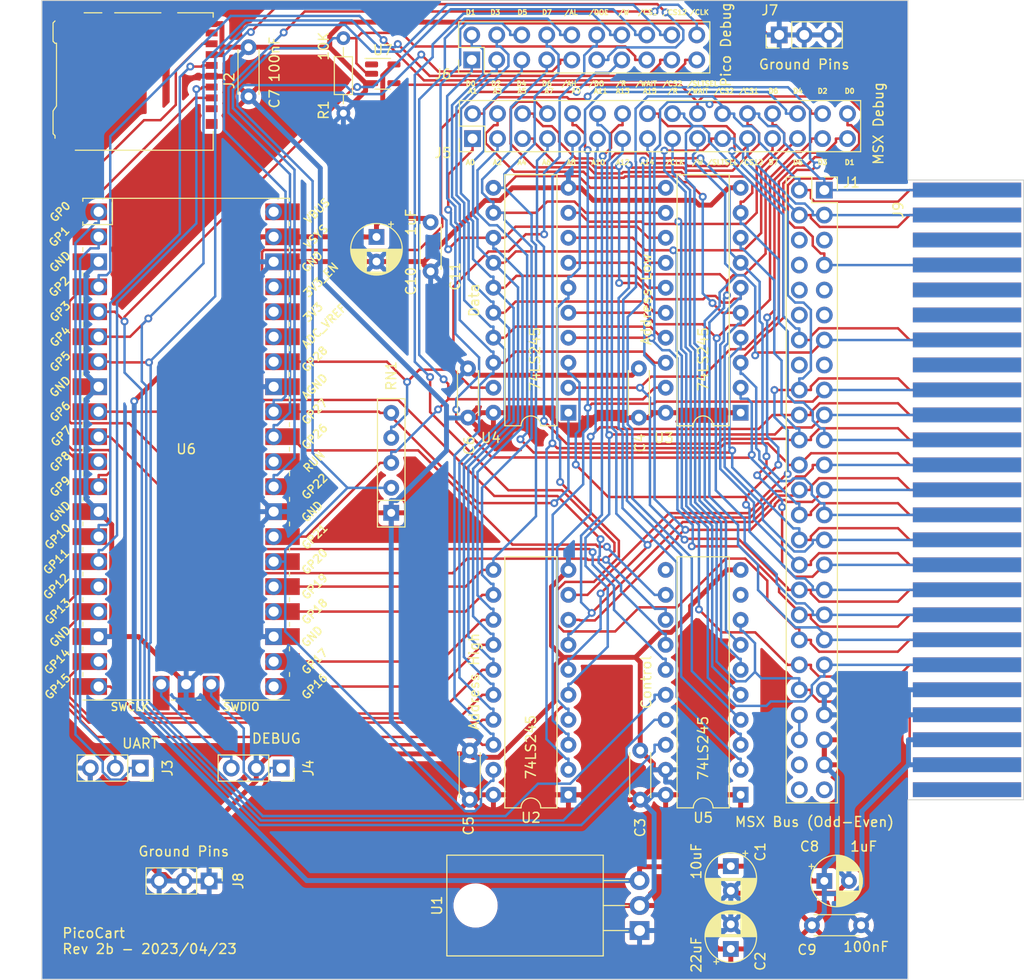
<source format=kicad_pcb>
(kicad_pcb (version 20221018) (generator pcbnew)
  (layers (0 "F.Cu" signal) (31 "B.Cu" signal) (34 "B.Paste" user) (35 "F.Paste" user) (36 "B.SilkS" user "B.Silkscreen") (37 "F.SilkS" user "F.Silkscreen") (38 "B.Mask" user) (39 "F.Mask" user) (44 "Edge.Cuts" user))
  (net 0 "")
  (net 1 "+5V")
  (net 2 "GND")
  (net 3 "+3.3V")
  (net 4 "{slash}E_CS1")
  (net 5 "{slash}E_CS2")
  (net 6 "{slash}E_CS12")
  (net 7 "{slash}E_SLTSEL")
  (net 10 "{slash}WAIT")
  (net 16 "{slash}E_WRITE")
  (net 17 "{slash}E_READ")
  (net 20 "/E_A9")
  (net 21 "/E_A15")
  (net 22 "/E_A11")
  (net 23 "/E_A10")
  (net 24 "/E_A7")
  (net 25 "/E_A6")
  (net 26 "/E_A12")
  (net 27 "/E_A8")
  (net 28 "/E_A14")
  (net 29 "/E_A13")
  (net 30 "/E_A1")
  (net 31 "/E_A0")
  (net 32 "/E_A3")
  (net 33 "/E_A2")
  (net 34 "/E_A5")
  (net 35 "/E_A4")
  (net 36 "/E_D1")
  (net 37 "/E_D0")
  (net 38 "/E_D3")
  (net 39 "/E_D2")
  (net 40 "/E_D5")
  (net 41 "/E_D4")
  (net 42 "/E_D7")
  (net 43 "/E_D6")
  (net 44 "E_CLK")
  (net 45 "Net-(J1-Pin_44)")
  (net 50 "SPI_CS")
  (net 51 "SPI_MOSI")
  (net 52 "SPI_SCK")
  (net 53 "SPI_MISO")
  (net 55 "UART_TX")
  (net 56 "UART_RX")
  (net 57 "Net-(J4-Pin_1)")
  (net 58 "Net-(J4-Pin_3)")
  (net 59 "/I_D7")
  (net 60 "/I_D6")
  (net 61 "/I_D5")
  (net 62 "/I_D4")
  (net 63 "/I_D3")
  (net 64 "/I_D2")
  (net 65 "/I_D1")
  (net 66 "/I_D0")
  (net 67 "{slash}AHOE")
  (net 68 "{slash}ALOE")
  (net 69 "{slash}DOUT")
  (net 70 "{slash}DOE")
  (net 73 "I_CLK")
  (net 74 "{slash}I_WRITE")
  (net 75 "{slash}I_READ")
  (net 76 "{slash}I_SLTSEL")
  (net 77 "{slash}I_CS12")
  (net 78 "{slash}I_CS2")
  (net 79 "{slash}I_CS1")
  (net 80 "{slash}I_WAIT")
  (net 96 "Net-(J9-Pin_44)")
  (footprint "Connector_PinSocket_2.54mm:PinSocket_1x03_P2.54mm_Vertical" (layer "F.Cu") (at 131.825 119.025 -90)
    (fp_text reference "J4")
    (fp_text value "DEBUG")
  )
  (footprint "Capacitor_THT:C_Disc_D4.3mm_W1.9mm_P5.00mm" (layer "F.Cu") (at 168.2971 122.24 90)
    (fp_text reference "C3")
    (fp_text value "100nF" hide)
  )
  (footprint "Capacitor_THT:C_Disc_D4.3mm_W1.9mm_P5.00mm" (layer "F.Cu") (at 147 63.54 -90)
    (fp_text reference "C11")
    (fp_text value "100nF" hide)
  )
  (footprint "Package_DIP:DIP-20_W7.62mm" (layer "F.Cu") (at 161 82.9 180)
    (fp_text reference "U4")
    (fp_text value "74LS245")
  )
  (footprint "Capacitor_THT:CP_Radial_D5.0mm_P2.50mm" (layer "F.Cu") (at 187 130.5)
    (fp_text reference "C8")
    (fp_text value "1uF")
  )
  (footprint "Resistor_THT:R_Array_SIP5" (layer "F.Cu") (at 143 93.08 90)
    (fp_text reference "RN1")
    (fp_text value "10K" hide)
  )
  (footprint "Connector_PinHeader_2.54mm:PinHeader_1x03_P2.54mm_Vertical" (layer "F.Cu") (at 182.42 44.5 90)
    (fp_text reference "J7")
    (fp_text value "Ground Pins")
  )
  (footprint "Capacitor_THT:CP_Radial_D5.0mm_P2.50mm" (layer "F.Cu") (at 141.5 65.04 -90)
    (fp_text reference "C10")
    (fp_text value "1uF")
  )
  (footprint "Capacitor_THT:C_Disc_D4.3mm_W1.9mm_P5.00mm" (layer "F.Cu") (at 185.74 135)
    (fp_text reference "C9")
    (fp_text value "100nF")
  )
  (footprint "Capacitor_THT:C_Disc_D4.3mm_W1.9mm_P5.00mm" (layer "F.Cu") (at 168.1581 83.4 90)
    (fp_text reference "C4")
    (fp_text value "100nF" hide)
  )
  (footprint "Capacitor_THT:CP_Radial_D5.0mm_P2.50mm" (layer "F.Cu") (at 177.5 137.4102 90)
    (fp_text reference "C2")
    (fp_text value "22uF")
  )
  (footprint "Connector_Card:microSD_HC_Hirose_DM3AT-SF-PEJM5" (layer "F.Cu") (at 117.025 49.225 -90)
    (fp_text reference "J2")
    (fp_text value "Micro_SD_Card")
  )
  (footprint "Capacitor_THT:C_Disc_D4.3mm_W1.9mm_P5.00mm" (layer "F.Cu") (at 150.9771 122.24 90)
    (fp_text reference "C5")
    (fp_text value "100nF" hide)
  )
  (footprint "Connector_PinHeader_2.54mm:PinHeader_2x10_P2.54mm_Vertical" (layer "F.Cu") (at 151.18 47.04 90)
    (fp_text reference "J6")
    (fp_text value "Pico Debug")
  )
  (footprint "Capacitor_THT:C_Disc_D4.3mm_W1.9mm_P5.00mm" (layer "F.Cu") (at 128.5 50.75 90)
    (fp_text reference "C7")
    (fp_text value "100nF")
  )
  (footprint "Connector:MSX_Cartridge" (layer "F.Cu") (at 201.627 90.75 90)
    (fp_text reference "J9")
    (fp_text value "Edge Connector")
  )
  (footprint "Connector_PinHeader_2.54mm:PinHeader_1x03_P2.54mm_Vertical" (layer "F.Cu") (at 124.5 130.5 -90)
    (fp_text reference "J8")
    (fp_text value "Ground Pins")
  )
  (footprint "Capacitor_THT:C_Disc_D4.3mm_W1.9mm_P5.00mm" (layer "F.Cu") (at 150.7972 83.4 90)
    (fp_text reference "C6")
    (fp_text value "100nF" hide)
  )
  (footprint "Connector_PinHeader_2.54mm:PinHeader_2x16_P2.54mm_Vertical" (layer "F.Cu") (at 151.26 55.04 90)
    (fp_text reference "J5")
    (fp_text value "MSX Debug")
  )
  (footprint "Connector_PinSocket_2.54mm:PinSocket_1x03_P2.54mm_Vertical" (layer "F.Cu") (at 117.5 119.025 -90)
    (fp_text reference "J3")
    (fp_text value "UART")
  )
  (footprint "MCU_RaspberryPi_and_Boards:RPi_Pico_SMD_TH" (layer "F.Cu") (at 122.165 86.61)
    (fp_text reference "U6")
    (fp_text value "Pico")
  )
  (footprint "Package_TO_SOT_SMD:SOT-23-5" (layer "F.Cu") (at 142.1375 48.45)
    (fp_text reference "U7")
    (fp_text value "SN74LV1T34DBV" hide)
  )
  (footprint "Package_DIP:DIP-20_W7.62mm" (layer "F.Cu") (at 178.5 82.9 180)
    (fp_text reference "U3")
    (fp_text value "74LS245")
  )
  (footprint "Resistor_THT:R_Axial_DIN0204_L3.6mm_D1.6mm_P7.62mm_Horizontal" (layer "F.Cu") (at 138.1375 52.45 90)
    (fp_text reference "R1")
    (fp_text value "10K")
  )
  (footprint "Capacitor_THT:CP_Radial_D5.0mm_P2.50mm" (layer "F.Cu") (at 177.5 129 -90)
    (fp_text reference "C1")
    (fp_text value "10uF")
  )
  (footprint "Package_DIP:DIP-20_W7.62mm" (layer "F.Cu") (at 178.5 121.74 180)
    (fp_text reference "U5")
    (fp_text value "74LS245")
  )
  (footprint "Connector_PinHeader_2.54mm:PinHeader_2x25_P2.54mm_Vertical" (layer "F.Cu") (at 187 60.275)
    (fp_text reference "J1")
    (fp_text value "MSX Bus (Odd-Even)")
  )
  (footprint "Package_DIP:DIP-20_W7.62mm" (layer "F.Cu") (at 161 121.74 180)
    (fp_text reference "U2")
    (fp_text value "74LS245")
  )
  (footprint "Package_TO_SOT_THT:TO-220-3_Horizontal_TabDown" (layer "F.Cu") (at 168.23 135.54 90)
    (fp_text reference "U1")
    (fp_text value "LD1117S33TR_SOT223" hide)
  )
  (gr_poly (pts (xy 107.5 41) (xy 195.5 41) (xy 195.5 47.5) (xy 195.5 59.25) (xy 207.25 59.25) (xy 207.25 122.25) (xy 195.5 122.25) (xy 195.5 134) (xy 195.5 140.5) (xy 107.5 140.5) (xy 107.5 137.5)) (stroke (width 0.1)) (fill none) (layer "Edge.Cuts"))
  (gr_text "/R" (at 165.75 49.75) (layer "F.SilkS") (effects (font (size 0.5 0.5) (thickness 0.125)) (justify left bottom)))
  (gr_text "D4" (at 183.75 50.5) (layer "F.SilkS") (effects (font (size 0.5 0.5) (thickness 0.125)) (justify left bottom)))
  (gr_text "A13" (at 165.75 50.5) (layer "F.SilkS") (effects (font (size 0.5 0.5) (thickness 0.125)) (justify left bottom)))
  (gr_text "D3" (at 186.25 57.75) (layer "F.SilkS") (effects (font (size 0.5 0.5) (thickness 0.125)) (justify left bottom)))
  (gr_text "D4" (at 155.666666 49.75) (layer "F.SilkS") (effects (font (size 0.5 0.5) (thickness 0.125)) (justify left bottom)))
  (gr_text "A2" (at 153.25 57.75) (layer "F.SilkS") (effects (font (size 0.5 0.5) (thickness 0.125)) (justify left bottom)))
  (gr_text "A6" (at 158.25 57.75) (layer "F.SilkS") (effects (font (size 0.5 0.5) (thickness 0.125)) (justify left bottom)))
  (gr_text "/CS1" (at 168 42.5) (layer "F.SilkS") (effects (font (size 0.5 0.5) (thickness 0.125)) (justify left bottom)))
  (gr_text "A7" (at 158.5 50.5) (layer "F.SilkS") (effects (font (size 0.5 0.5) (thickness 0.125)) (justify left bottom)))
  (gr_text "/CS2" (at 175.75 50.5) (layer "F.SilkS") (effects (font (size 0.5 0.5) (thickness 0.125)) (justify left bottom)))
  (gr_text "/AH" (at 160.25 49.75) (layer "F.SilkS") (effects (font (size 0.5 0.5) (thickness 0.125)) (justify left bottom)))
  (gr_text "D6" (at 181.25 50.5) (layer "F.SilkS") (effects (font (size 0.5 0.5) (thickness 0.125)) (justify left bottom)))
  (gr_text "D0" (at 150.5 49.75) (layer "F.SilkS") (effects (font (size 0.5 0.5) (thickness 0.125)) (justify left bottom)))
  (gr_text "D3" (at 153 42.5) (layer "F.SilkS") (effects (font (size 0.5 0.5) (thickness 0.125)) (justify left bottom)))
  (gr_text "/DO" (at 163 49.75) (layer "F.SilkS") (effects (font (size 0.5 0.5) (thickness 0.125)) (justify left bottom)))
  (gr_text "/AL" (at 160.5 42.5) (layer "F.SilkS") (effects (font (size 0.5 0.5) (thickness 0.125)) (justify left bottom)))
  (gr_text "A14" (at 168.25 57.75) (layer "F.SilkS") (effects (font (size 0.5 0.5) (thickness 0.125)) (justify left bottom)))
  (gr_text "A9" (at 161.25 50.5) (layer "F.SilkS") (effects (font (size 0.5 0.5) (thickness 0.125)) (justify left bottom)))
  (gr_text "/W" (at 173.5 57.75) (layer "F.SilkS") (effects (font (size 0.5 0.5) (thickness 0.125)) (justify left bottom)))
  (gr_text "/WAIT" (at 167.75 49.75) (layer "F.SilkS") (effects (font (size 0.5 0.5) (thickness 0.125)) (justify left bottom)))
  (gr_text "/SLTSEL" (at 175 57.75) (layer "F.SilkS") (effects (font (size 0.5 0.5) (thickness 0.125)) (justify left bottom)))
  (gr_text "A10" (at 163.25 57.75) (layer "F.SilkS") (effects (font (size 0.5 0.5) (thickness 0.125)) (justify left bottom)))
  (gr_text "Control" (at 169.5 113.116787 90) (layer "F.SilkS") (effects (font (size 1 1)) (justify left bottom)))
  (gr_text "D2" (at 186.25 50.5) (layer "F.SilkS") (effects (font (size 0.5 0.5) (thickness 0.125)) (justify left bottom)))
  (gr_text "Address High" (at 152 115.25012 90) (layer "F.SilkS") (effects (font (size 1 1)) (justify left bottom)))
  (gr_text "A8" (at 160.75 57.75) (layer "F.SilkS") (effects (font (size 0.5 0.5) (thickness 0.125)) (justify left bottom)))
  (gr_text "/CS12" (at 170.5 42.5) (layer "F.SilkS") (effects (font (size 0.5 0.5) (thickness 0.125)) (justify left bottom)))
  (gr_text "/CS2" (at 170.5 49.75) (layer "F.SilkS") (effects (font (size 0.5 0.5) (thickness 0.125)) (justify left bottom)))
  (gr_text "A11" (at 163.5 50.5) (layer "F.SilkS") (effects (font (size 0.5 0.5) (thickness 0.125)) (justify left bottom)))
  (gr_text "D5" (at 183.75 57.75) (layer "F.SilkS") (effects (font (size 0.5 0.5) (thickness 0.125)) (justify left bottom)))
  (gr_text "/CLK" (at 170.75 57.75) (layer "F.SilkS") (effects (font (size 0.5 0.5) (thickness 0.125)) (justify left bottom)))
  (gr_text "D2" (at 153.083333 49.75) (layer "F.SilkS") (effects (font (size 0.5 0.5) (thickness 0.125)) (justify left bottom)))
  (gr_text "/W" (at 166 42.5) (layer "F.SilkS") (effects (font (size 0.5 0.5) (thickness 0.125)) (justify left bottom)))
  (gr_text "/DOE" (at 163 42.5) (layer "F.SilkS") (effects (font (size 0.5 0.5) (thickness 0.125)) (justify left bottom)))
  (gr_text "/CS1" (at 178.25 50.5) (layer "F.SilkS") (effects (font (size 0.5 0.5) (thickness 0.125)) (justify left bottom)))
  (gr_text "A5" (at 155.75 50.5) (layer "F.SilkS") (effects (font (size 0.5 0.5) (thickness 0.125)) (justify left bottom)))
  (gr_text "/CS12" (at 178.25 57.75) (layer "F.SilkS") (effects (font (size 0.5 0.5) (thickness 0.125)) (justify left bottom)))
  (gr_text "Address Low" (at 169.5 76.124406 90) (layer "F.SilkS") (effects (font (size 1 1)) (justify left bottom)))
  (gr_text "D7" (at 158.25 42.5) (layer "F.SilkS") (effects (font (size 0.5 0.5) (thickness 0.125)) (justify left bottom)))
  (gr_text "A4" (at 155.75 57.75) (layer "F.SilkS") (effects (font (size 0.5 0.5) (thickness 0.125)) (justify left bottom)))
  (gr_text "Data" (at 152 73.252977 90) (layer "F.SilkS") (effects (font (size 1 1)) (justify left bottom)))
  (gr_text "D6" (at 158.25 49.75) (layer "F.SilkS") (effects (font (size 0.5 0.5) (thickness 0.125)) (justify left bottom)))
  (gr_text "A15" (at 168.5 50.5) (layer "F.SilkS") (effects (font (size 0.5 0.5) (thickness 0.125)) (justify left bottom)))
  (gr_text "D7" (at 181.25 57.75) (layer "F.SilkS") (effects (font (size 0.5 0.5) (thickness 0.125)) (justify left bottom)))
  (gr_text "D0" (at 189 50.5) (layer "F.SilkS") (effects (font (size 0.5 0.5) (thickness 0.125)) (justify left bottom)))
  (gr_text "PicoCart\nRev 2b - 2023/04/23" (at 109.5 138) (layer "F.SilkS") (effects (font (size 1 1)) (justify left bottom)))
  (gr_text "/R" (at 171 50.5) (layer "F.SilkS") (effects (font (size 0.5 0.5) (thickness 0.125)) (justify left bottom)))
  (gr_text "A3" (at 153.25 50.5) (layer "F.SilkS") (effects (font (size 0.5 0.5) (thickness 0.125)) (justify left bottom)))
  (gr_text "/SLTSEL" (at 173 49.75) (layer "F.SilkS") (effects (font (size 0.5 0.5) (thickness 0.125)) (justify left bottom)))
  (gr_text "D1" (at 189 57.75) (layer "F.SilkS") (effects (font (size 0.5 0.5) (thickness 0.125)) (justify left bottom)))
  (gr_text "/WAIT" (at 173 50.5) (layer "F.SilkS") (effects (font (size 0.5 0.5) (thickness 0.125)) (justify left bottom)))
  (gr_text "D1" (at 150.5 42.5) (layer "F.SilkS") (effects (font (size 0.5 0.5) (thickness 0.125)) (justify left bottom)))
  (gr_text "A12" (at 165.75 57.75) (layer "F.SilkS") (effects (font (size 0.5 0.5) (thickness 0.125)) (justify left bottom)))
  (gr_text "/CLK" (at 173.25 42.5) (layer "F.SilkS") (effects (font (size 0.5 0.5) (thickness 0.125)) (justify left bottom)))
  (gr_text "A1" (at 150.75 50.5) (layer "F.SilkS") (effects (font (size 0.5 0.5) (thickness 0.125)) (justify left bottom)))
  (gr_text "D5" (at 155.75 42.5) (layer "F.SilkS") (effects (font (size 0.5 0.5) (thickness 0.125)) (justify left bottom)))
  (gr_text "A0" (at 150.5 57.75) (layer "F.SilkS") (effects (font (size 0.5 0.5) (thickness 0.125)) (justify left bottom)))
  (segment (start 127.5114 71.1038) (end 127.5114 67.2635) (width 0.5) (layer "F.Cu") (net 1))
  (segment (start 187 118.695) (end 187 116.155) (width 0.5) (layer "F.Cu") (net 1))
  (segment (start 142.1375 63.1524) (end 142.1375 48.6375) (width 0.5) (layer "F.Cu") (net 1))
  (segment (start 168.23 129.0574) (end 176.1925 129.0574) (width 0.5) (layer "F.Cu") (net 1))
  (segment (start 141.5 65.04) (end 141.5 63.7899) (width 0.5) (layer "F.Cu") (net 1))
  (segment (start 142.1375 48.6375) (end 143.275 47.5) (width 0.5) (layer "F.Cu") (net 1))
  (segment (start 177.5 129) (end 184.2499 129) (width 0.5) (layer "F.Cu") (net 1))
  (segment (start 177.5 129) (end 176.2499 129) (width 0.5) (layer "F.Cu") (net 1))
  (segment (start 131.055 65.02) (end 140.2299 65.02) (width 0.5) (layer "F.Cu") (net 1))
  (segment (start 131.055 65.02) (end 129.7549 65.02) (width 0.5) (layer "F.Cu") (net 1))
  (segment (start 184.2499 129) (end 185.7499 130.5) (width 0.5) (layer "F.Cu") (net 1))
  (segment (start 187 130.5) (end 185.7499 130.5) (width 0.5) (layer "F.Cu") (net 1))
  (segment (start 142.1375 63.1524) (end 146.6124 63.1524) (width 0.5) (layer "F.Cu") (net 1))
  (segment (start 140.2299 65.02) (end 140.2499 65.04) (width 0.5) (layer "F.Cu") (net 1))
  (segment (start 176.1925 129.0574) (end 176.2499 129) (width 0.5) (layer "F.Cu") (net 1))
  (segment (start 127.5114 67.2635) (end 129.7549 65.02) (width 0.5) (layer "F.Cu") (net 1))
  (segment (start 141.5 63.7899) (end 142.1375 63.1524) (width 0.5) (layer "F.Cu") (net 1))
  (segment (start 146.6124 63.1524) (end 147 63.54) (width 0.5) (layer "F.Cu") (net 1))
  (segment (start 116.8877 81.7275) (end 127.5114 71.1038) (width 0.5) (layer "F.Cu") (net 1))
  (segment (start 168.23 130.46) (end 168.23 129.0574) (width 0.5) (layer "F.Cu") (net 1))
  (segment (start 141.5 65.04) (end 140.2499 65.04) (width 0.5) (layer "F.Cu") (net 1))
  (via (at 116.8877 81.7275) (size 0.8) (drill 0.4) (layers "F.Cu" "B.Cu") (net 1))
  (segment (start 188.3096 120.0046) (end 187 118.695) (width 0.5) (layer "B.Cu") (net 1))
  (segment (start 187 130.5) (end 187 129.2499) (width 0.5) (layer "B.Cu") (net 1))
  (segment (start 187 131.7951) (end 187 130.5) (width 0.5) (layer "B.Cu") (net 1))
  (segment (start 190.8273 123.4126) (end 190.8273 130.9531) (width 0.5) (layer "B.Cu") (net 1))
  (segment (start 190.8273 130.9531) (end 189.9853 131.7951) (width 0.5) (layer "B.Cu") (net 1))
  (segment (start 187 131.7951) (end 187 133.74) (width 0.5) (layer "B.Cu") (net 1))
  (segment (start 188.3096 127.9403) (end 188.3096 120.0046) (width 0.5) (layer "B.Cu") (net 1))
  (segment (start 116.8877 112.9311) (end 134.4166 130.46) (width 0.5) (layer "B.Cu") (net 1))
  (segment (start 195.5499 118.69) (end 190.8273 123.4126) (width 0.5) (layer "B.Cu") (net 1))
  (segment (start 195.5499 118.69) (end 195.5499 116.15) (width 0.5) (layer "B.Cu") (net 1))
  (segment (start 189.9853 131.7951) (end 187 131.7951) (width 0.5) (layer "B.Cu") (net 1))
  (segment (start 116.8877 81.7275) (end 116.8877 112.9311) (width 0.5) (layer "B.Cu") (net 1))
  (segment (start 201.5 116.15) (end 195.5499 116.15) (width 0.5) (layer "B.Cu") (net 1))
  (segment (start 201.5 118.69) (end 195.725 118.69) (width 0.5) (layer "B.Cu") (net 1))
  (segment (start 195.725 118.69) (end 195.5499 118.69) (width 0.5) (layer "B.Cu") (net 1))
  (segment (start 134.4166 130.46) (end 168.23 130.46) (width 0.5) (layer "B.Cu") (net 1))
  (segment (start 187 129.2499) (end 188.3096 127.9403) (width 0.5) (layer "B.Cu") (net 1))
  (segment (start 187 133.74) (end 185.74 135) (width 0.5) (layer "B.Cu") (net 1))
  (segment (start 132.3551 67.56) (end 132.3751 67.54) (width 0.5) (layer "F.Cu") (net 2))
  (segment (start 161.2566 60.04) (end 162.2501 60.04) (width 0.5) (layer "F.Cu") (net 2))
  (segment (start 140.3943 49.4) (end 141 49.4) (width 0.5) (layer "F.Cu") (net 2))
  (segment (start 188.2498 132.5098) (end 190.74 135) (width 0.5) (layer "F.Cu") (net 2))
  (segment (start 171.4179 105.23) (end 170.3569 105.23) (width 0.5) (layer "F.Cu") (net 2))
  (segment (start 125.8002 45.75) (end 125.8002 46.4999) (width 0.5) (layer "F.Cu") (net 2))
  (segment (start 175.4898 61.8001) (end 177.2499 60.04) (width 0.5) (layer "F.Cu") (net 2))
  (segment (start 136.7522 45.7579) (end 140.3943 49.4) (width 0.5) (layer "F.Cu") (net 2))
  (segment (start 153.9093 117.93) (end 159.7115 112.1278) (width 0.5) (layer "F.Cu") (net 2))
  (segment (start 187.5 44.5) (end 184.96 44.5) (width 0.5) (layer "F.Cu") (net 2))
  (segment (start 163.5201 61.31) (end 173.8072 61.31) (width 0.5) (layer "F.Cu") (net 2))
  (segment (start 173.4117 102.5501) (end 173.4117 103.2362) (width 0.5) (layer "F.Cu") (net 2))
  (segment (start 178.5 60.04) (end 177.2499 60.04) (width 0.5) (layer "F.Cu") (net 2))
  (segment (start 168.2971 108.2502) (end 168.2971 117.24) (width 0.5) (layer "F.Cu") (net 2))
  (segment (start 151.3221 117.93) (end 153.9093 117.93) (width 0.5) (layer "F.Cu") (net 2))
  (segment (start 169.6299 118.5728) (end 168.2971 117.24) (width 0.5) (layer "F.Cu") (net 2))
  (segment (start 150.9771 117.585) (end 151.3221 117.93) (width 0.5) (layer "F.Cu") (net 2))
  (segment (start 128.5 45.75) (end 125.8002 45.75) (width 0.5) (layer "F.Cu") (net 2))
  (segment (start 138.1375 52.45) (end 140.3943 50.1932) (width 0.5) (layer "F.Cu") (net 2))
  (segment (start 174.2973 61.8001) (end 175.4898 61.8001) (width 0.5) (layer "F.Cu") (net 2))
  (segment (start 130.725 117.585) (end 129.285 119.025) (width 0.5) (layer "F.Cu") (net 2))
  (segment (start 150.9771 117.24) (end 150.9771 117.585) (width 0.5) (layer "F.Cu") (net 2))
  (segment (start 112.42 119.025) (end 112.42 122.8499) (width 0.5) (layer "F.Cu") (net 2))
  (segment (start 182.42 44.5) (end 181.1199 44.5) (width 0.5) (layer "F.Cu") (net 2))
  (segment (start 160.4713 107.77) (end 159.2843 106.583) (width 0.5) (layer "F.Cu") (net 2))
  (segment (start 136.7522 45.75) (end 128.5 45.75) (width 0.5) (layer "F.Cu") (net 2))
  (segment (start 117.315 105.66) (end 122.165 110.51) (width 0.5) (layer "F.Cu") (net 2))
  (segment (start 131.055 67.56) (end 132.3551 67.56) (width 0.5) (layer "F.Cu") (net 2))
  (segment (start 159.2843 100.5957) (end 161 98.88) (width 0.5) (layer "F.Cu") (net 2))
  (segment (start 140.3943 50.1932) (end 140.3943 49.4) (width 0.5) (layer "F.Cu") (net 2))
  (segment (start 177.0818 98.88) (end 173.4117 102.5501) (width 0.5) (layer "F.Cu") (net 2))
  (segment (start 129.285 119.025) (end 129.285 120.3251) (width 0.5) (layer "F.Cu") (net 2))
  (segment (start 161 60.04) (end 155.3186 60.04) (width 0.5) (layer "F.Cu") (net 2))
  (segment (start 178.5 98.88) (end 177.2499 98.88) (width 0.5) (layer "F.Cu") (net 2))
  (segment (start 150.9771 117.585) (end 130.725 117.585) (width 0.5) (layer "F.Cu") (net 2))
  (segment (start 154.0288 61.3298) (end 152.5479 61.3298) (width 0.5) (layer "F.Cu") (net 2))
  (segment (start 151.4872 79.09) (end 167.4681 79.09) (width 0.5) (layer "F.Cu") (net 2))
  (segment (start 179.8198 43.1999) (end 181.1199 44.5) (width 0.5) (layer "F.Cu") (net 2))
  (segment (start 146.3087 67.54) (end 146.3232 67.5545) (width 0.5) (layer "F.Cu") (net 2))
  (segment (start 136.7522 45.75) (end 136.7522 45.7579) (width 0.5) (layer "F.Cu") (net 2))
  (segment (start 112.42 122.8499) (end 119.42 129.8499) (width 0.5) (layer "F.Cu") (net 2))
  (segment (start 146.3232 67.8632) (end 147 68.54) (width 0.5) (layer "F.Cu") (net 2))
  (segment (start 161 60.04) (end 161.2566 60.04) (width 0.5) (layer "F.Cu") (net 2))
  (segment (start 173.4117 103.2362) (end 171.4179 105.23) (width 0.5) (layer "F.Cu") (net 2))
  (segment (start 150.7972 78.4) (end 151.4872 79.09) (width 0.5) (layer "F.Cu") (net 2))
  (segment (start 146.3232 67.5545) (end 146.3232 67.8632) (width 0.5) (layer "F.Cu") (net 2))
  (segment (start 124.75 43.35) (end 125.8001 43.35) (width 0.5) (layer "F.Cu") (net 2))
  (segment (start 188.2498 131.7502) (end 188.2498 132.5098) (width 0.5) (layer "F.Cu") (net 2))
  (segment (start 155.3186 60.04) (end 154.0288 61.3298) (width 0.5) (layer "F.Cu") (net 2))
  (segment (start 167.8169 107.77) (end 160.4713 107.77) (width 0.5) (layer "F.Cu") (net 2))
  (segment (start 173.8072 61.31) (end 174.2973 61.8001) (width 0.5) (layer "F.Cu") (net 2))
  (segment (start 159.7115 112.1278) (end 159.7115 108.5298) (width 0.5) (layer "F.Cu") (net 2))
  (segment (start 177.5 131.5) (end 177.7502 131.7502) (width 0.5) (layer "F.Cu") (net 2))
  (segment (start 169.6299 119.2) (end 169.6299 118.5728) (width 0.5) (layer "F.Cu") (net 2))
  (segment (start 129.285 120.3251) (end 124.5 125.1101) (width 0.5) (layer "F.Cu") (net 2))
  (segment (start 121.96 130.5) (end 124.5 130.5) (width 0.5) (layer "F.Cu") (net 2))
  (segment (start 152.5479 61.3298) (end 146.3232 67.5545) (width 0.5) (layer "F.Cu") (net 2))
  (segment (start 136.7522 44.5726) (end 138.1249 43.1999) (width 0.5) (layer "F.Cu") (net 2))
  (segment (start 124.5 125.1101) (end 124.5 130.5) (width 0.5) (layer "F.Cu") (net 2))
  (segment (start 120.0098 129.8499) (end 120.6599 130.5) (width 0.5) (layer "F.Cu") (net 2))
  (segment (start 114.6005 105.66) (end 114.6005 94.2855) (width 0.5) (layer "F.Cu") (net 2))
  (segment (start 177.7502 131.7502) (end 188.2498 131.7502) (width 0.5) (layer "F.Cu") (net 2))
  (segment (start 125.8001 43.35) (end 125.8001 45.7499) (width 0.5) (layer "F.Cu") (net 2))
  (segment (start 114.6005 105.66) (end 117.315 105.66) (width 0.5) (layer "F.Cu") (net 2))
  (segment (start 184.96 44.5) (end 182.42 44.5) (width 0.5) (layer "F.Cu") (net 2))
  (segment (start 119.42 129.8499) (end 120.0098 129.8499) (width 0.5) (layer "F.Cu") (net 2))
  (segment (start 119.42 130.5) (end 119.42 129.8499) (width 0.5) (layer "F.Cu") (net 2))
  (segment (start 136.7522 45.75) (end 136.7522 44.5726) (width 0.5) (layer "F.Cu") (net 2))
  (segment (start 159.2843 106.583) (end 159.2843 100.5957) (width 0.5) (layer "F.Cu") (net 2))
  (segment (start 188.2498 131.7502) (end 189.5 130.5) (width 0.5) (layer "F.Cu") (net 2))
  (segment (start 132.3751 67.54) (end 141.5 67.54) (width 0.5) (layer "F.Cu") (net 2))
  (segment (start 124.75 46.5) (end 125.8001 46.5) (width 0.5) (layer "F.Cu") (net 2))
  (segment (start 141.5 67.54) (end 146.3087 67.54) (width 0.5) (layer "F.Cu") (net 2))
  (segment (start 167.4681 79.09) (end 168.1581 78.4) (width 0.5) (layer "F.Cu") (net 2))
  (segment (start 121.96 130.5) (end 120.6599 130.5) (width 0.5) (layer "F.Cu") (net 2))
  (segment (start 167.8169 107.77) (end 168.2971 108.2502) (width 0.5) (layer "F.Cu") (net 2))
  (segment (start 138.1249 43.1999) (end 179.8198 43.1999) (width 0.5) (layer "F.Cu") (net 2))
  (segment (start 177.2499 98.88) (end 177.0818 98.88) (width 0.5) (layer "F.Cu") (net 2))
  (segment (start 162.2501 60.04) (end 163.5201 61.31) (width 0.5) (layer "F.Cu") (net 2))
  (segment (start 125.8002 46.4999) (end 125.8001 46.5) (width 0.5) (layer "F.Cu") (net 2))
  (segment (start 170.88 119.2) (end 169.6299 119.2) (width 0.5) (layer "F.Cu") (net 2))
  (segment (start 113.275 105.66) (end 114.6005 105.66) (width 0.5) (layer "F.Cu") (net 2))
  (segment (start 114.6005 94.2855) (end 113.275 92.96) (width 0.5) (layer "F.Cu") (net 2))
  (segment (start 159.7115 108.5298) (end 160.4713 107.77) (width 0.5) (layer "F.Cu") (net 2))
  (segment (start 125.8001 45.7499) (end 125.8002 45.75) (width 0.5) (layer "F.Cu") (net 2))
  (segment (start 170.3569 105.23) (end 167.8169 107.77) (width 0.5) (layer "F.Cu") (net 2))
  (segment (start 111.9735 68.8615) (end 111.9735 78.9585) (width 0.5) (layer "B.Cu") (net 2))
  (segment (start 113.275 92.96) (end 111.9748 91.6598) (width 0.5) (layer "B.Cu") (net 2))
  (segment (start 168.23 135.54) (end 176.8702 135.54) (width 0.5) (layer "B.Cu") (net 2))
  (segment (start 131.055 80.26) (end 129.7549 80.26) (width 0.5) (layer "B.Cu") (net 2))
  (segment (start 129.7549 94.2601) (end 131.055 92.96) (width 0.5) (layer "B.Cu") (net 2))
  (segment (start 177.5 131.5) (end 175.7166 129.7166) (width 0.5) (layer "B.Cu") (net 2))
  (segment (start 194.5899 114.57) (end 195.5499 113.61) (width 0.5) (layer "B.Cu") (net 2))
  (segment (start 131.055 105.66) (end 129.7549 105.66) (width 0.5) (layer "B.Cu") (net 2))
  (segment (start 195.5499 113.61) (end 195.5499 111.07) (width 0.5) (layer "B.Cu") (net 2))
  (segment (start 131.055 67.56) (end 129.7549 68.8601) (width 0.5) (layer "B.Cu") (net 2))
  (segment (start 195.725 113.61) (end 195.5499 113.61) (width 0.5) (layer "B.Cu") (net 2))
  (segment (start 177.5 131.5) (end 177.5 134.9102) (width 0.5) (layer "B.Cu") (net 2))
  (segment (start 129.285 109.1506) (end 123.5244 109.1506) (width 0.5) (layer "B.Cu") (net 2))
  (segment (start 175.7166 129.7166) (end 175.7166 124.7687) (width 0.5) (layer "B.Cu") (net 2))
  (segment (start 129.7549 91.6599) (end 131.055 92.96) (width 0.5) (layer "B.Cu") (net 2))
  (segment (start 138.1375 64.1775) (end 138.1375 52.45) (width 0.5) (layer "B.Cu") (net 2))
  (segment (start 123.5244 109.1506) (end 122.165 110.51) (width 0.5) (layer "B.Cu") (net 2))
  (segment (start 141.5 67.54) (end 138.1375 64.1775) (width 0.5) (layer "B.Cu") (net 2))
  (segment (start 129.7549 80.26) (end 129.7549 91.6599) (width 0.5) (layer "B.Cu") (net 2))
  (segment (start 129.285 109.1506) (end 129.285 106.1299) (width 0.5) (layer "B.Cu") (net 2))
  (segment (start 189.5 130.5) (end 189.5 114.57) (width 0.5) (layer "B.Cu") (net 2))
  (segment (start 129.285 106.1299) (end 129.7549 105.66) (width 0.5) (layer "B.Cu") (net 2))
  (segment (start 111.9735 78.9585) (end 113.275 80.26) (width 0.5) (layer "B.Cu") (net 2))
  (segment (start 176.8702 135.54) (end 177.5 134.9102) (width 0.5) (layer "B.Cu") (net 2))
  (segment (start 129.7549 68.8601) (end 129.7549 80.26) (width 0.5) (layer "B.Cu") (net 2))
  (segment (start 150.7972 78.4) (end 147 74.6028) (width 0.5) (layer "B.Cu") (net 2))
  (segment (start 129.285 119.025) (end 129.285 117.7249) (width 0.5) (layer "B.Cu") (net 2))
  (segment (start 201.5 113.61) (end 195.725 113.61) (width 0.5) (layer "B.Cu") (net 2))
  (segment (start 129.285 117.7249) (end 129.285 109.1506) (width 0.5) (layer "B.Cu") (net 2))
  (segment (start 171.398 120.4501) (end 170.88 120.4501) (width 0.5) (layer "B.Cu") (net 2))
  (segment (start 147 74.6028) (end 147 68.54) (width 0.5) (layer "B.Cu") (net 2))
  (segment (start 129.7549 105.66) (end 129.7549 94.2601) (width 0.5) (layer "B.Cu") (net 2))
  (segment (start 187 113.615) (end 187 111.075) (width 0.5) (layer "B.Cu") (net 2))
  (segment (start 201.5 111.07) (end 195.5499 111.07) (width 0.5) (layer "B.Cu") (net 2))
  (segment (start 170.88 119.2) (end 170.88 120.4501) (width 0.5) (layer "B.Cu") (net 2))
  (segment (start 187 113.615) (end 188.3001 113.615) (width 0.5) (layer "B.Cu") (net 2))
  (segment (start 111.9748 81.5602) (end 113.275 80.26) (width 0.5) (layer "B.Cu") (net 2))
  (segment (start 189.5 114.57) (end 194.5899 114.57) (width 0.5) (layer "B.Cu") (net 2))
  (segment (start 111.9748 91.6598) (end 111.9748 81.5602) (width 0.5) (layer "B.Cu") (net 2))
  (segment (start 188.3001 113.615) (end 189.2551 114.57) (width 0.5) (layer "B.Cu") (net 2))
  (segment (start 175.7166 124.7687) (end 171.398 120.4501) (width 0.5) (layer "B.Cu") (net 2))
  (segment (start 189.2551 114.57) (end 189.5 114.57) (width 0.5) (layer "B.Cu") (net 2))
  (segment (start 113.275 67.56) (end 111.9735 68.8615) (width 0.5) (layer "B.Cu") (net 2))
  (segment (start 153.38 82.9) (end 154.6301 82.9) (width 0.5) (layer "F.Cu") (net 3))
  (segment (start 170.88 121.74) (end 178.5 121.74) (width 0.5) (layer "F.Cu") (net 3))
  (segment (start 151.6299 122.24) (end 152.1299 121.74) (width 0.5) (layer "F.Cu") (net 3))
  (segment (start 162.0963 84.1501) (end 160.0134 84.1501) (width 0.5) (layer "F.Cu") (net 3))
  (segment (start 160.0134 84.1501) (end 159.3658 83.5025) (width 0.5) (layer "F.Cu") (net 3))
  (segment (start 161 121.74) (end 153.38 121.74) (width 0.5) (layer "F.Cu") (net 3))
  (segment (start 168.2971 122.24) (end 162.7501 122.24) (width 0.5) (layer "F.Cu") (net 3))
  (segment (start 153.38 82.9) (end 152.1299 82.9) (width 0.5) (layer "F.Cu") (net 3))
  (segment (start 158.8679 82.8921) (end 154.638 82.8921) (width 0.5) (layer "F.Cu") (net 3))
  (segment (start 124.75 48.7) (end 126.45 48.7) (width 0.5) (layer "F.Cu") (net 3))
  (segment (start 154.638 82.8921) (end 154.6301 82.9) (width 0.5) (layer "F.Cu") (net 3))
  (segment (start 169.1299 83.4) (end 169.6299 82.9) (width 0.5) (layer "F.Cu") (net 3))
  (segment (start 168.1581 83.4) (end 169.1299 83.4) (width 0.5) (layer "F.Cu") (net 3))
  (segment (start 153.38 121.74) (end 152.1299 121.74) (width 0.5) (layer "F.Cu") (net 3))
  (segment (start 168.23 133) (end 171.8397 133) (width 0.5) (layer "F.Cu") (net 3))
  (segment (start 150.7972 83.4) (end 151.6299 83.4) (width 0.5) (layer "F.Cu") (net 3))
  (segment (start 126.45 48.7) (end 128.5 50.75) (width 0.5) (layer "F.Cu") (net 3))
  (segment (start 159.3658 83.5025) (end 159.3658 83.39) (width 0.5) (layer "F.Cu") (net 3))
  (segment (start 168.1581 83.4) (end 162.8464 83.4) (width 0.5) (layer "F.Cu") (net 3))
  (segment (start 177.5 137.4102) (end 176.2499 137.4102) (width 0.5) (layer "F.Cu") (net 3))
  (segment (start 171.8397 133) (end 176.2499 137.4102) (width 0.5) (layer "F.Cu") (net 3))
  (segment (start 151.6299 83.4) (end 152.1299 82.9) (width 0.5) (layer "F.Cu") (net 3))
  (segment (start 162.7501 122.24) (end 162.2501 121.74) (width 0.5) (layer "F.Cu") (net 3))
  (segment (start 161 121.74) (end 162.2501 121.74) (width 0.5) (layer "F.Cu") (net 3))
  (segment (start 170.88 82.9) (end 178.5 82.9) (width 0.5) (layer "F.Cu") (net 3))
  (segment (start 159.3658 83.39) (end 158.8679 82.8921) (width 0.5) (layer "F.Cu") (net 3))
  (segment (start 170.88 82.9) (end 169.6299 82.9) (width 0.5) (layer "F.Cu") (net 3))
  (segment (start 162.8464 83.4) (end 162.0963 84.1501) (width 0.5) (layer "F.Cu") (net 3))
  (segment (start 150.9771 122.24) (end 151.6299 122.24) (width 0.5) (layer "F.Cu") (net 3))
  (segment (start 143.5469 91.8299) (end 148.6118 86.765) (width 0.5) (layer "B.Cu") (net 3))
  (segment (start 168.7135 122.6564) (end 169.6299 121.74) (width 0.5) (layer "B.Cu") (net 3))
  (segment (start 168.23 133) (end 169.7075 131.5225) (width 0.5) (layer "B.Cu") (net 3))
  (segment (start 148.6118 82.189) (end 148.6118 83.4382) (width 0.5) (layer "B.Cu") (net 3))
  (segment (start 143 114.2629) (end 143 93.08) (width 0.5) (layer "B.Cu") (net 3))
  (segment (start 150.9771 122.24) (end 143 114.2629) (width 0.5) (layer "B.Cu") (net 3))
  (segment (start 148.6118 83.4382) (end 150.759 83.4382) (width 0.5) (layer "B.Cu") (net 3))
  (segment (start 135.7917 58.0417) (end 135.7917 69.3689) (width 0.5) (layer "B.Cu") (net 3))
  (segment (start 168.7135 122.6564) (end 168.2971 122.24) (width 0.5) (layer "B.Cu") (net 3))
  (segment (start 148.6118 86.765) (end 148.6118 83.4382) (width 0.5) (layer "B.Cu") (net 3))
  (segment (start 150.759 83.4382) (end 150.7972 83.4) (width 0.5) (layer "B.Cu") (net 3))
  (segment (start 135.7917 69.3689) (end 148.6118 82.189) (width 0.5) (layer "B.Cu") (net 3))
  (segment (start 169.7075 123.6504) (end 168.7135 122.6564) (width 0.5) (layer "B.Cu") (net 3))
  (segment (start 170.88 121.74) (end 169.6299 121.74) (width 0.5) (layer "B.Cu") (net 3))
  (segment (start 169.7075 131.5225) (end 169.7075 123.6504) (width 0.5) (layer "B.Cu") (net 3))
  (segment (start 128.5 50.75) (end 135.7917 58.0417) (width 0.5) (layer "B.Cu") (net 3))
  (segment (start 143 91.8299) (end 143.5469 91.8299) (width 0.5) (layer "B.Cu") (net 3))
  (segment (start 143 93.08) (end 143 91.8299) (width 0.5) (layer "B.Cu") (net 3))
  (segment (start 177.677 58.301) (end 172.9664 58.301) (width 0.25) (layer "F.Cu") (net 4))
  (segment (start 179.5672 53.6751) (end 180.3752 54.4831) (width 0.25) (layer "F.Cu") (net 4))
  (segment (start 179.2 53.6751) (end 179.5672 53.6751) (width 0.25) (layer "F.Cu") (net 4))
  (segment (start 172.9664 58.301) (end 172.654 57.9886) (width 0.25) (layer "F.Cu") (net 4))
  (segment (start 167.417 57.9886) (end 167.1419 57.7135) (width 0.25) (layer "F.Cu") (net 4))
  (segment (start 179.2 52.5) (end 179.2 53.6751) (width 0.25) (layer "F.Cu") (net 4))
  (segment (start 180.3752 54.4831) (end 180.3752 55.6028) (width 0.25) (layer "F.Cu") (net 4))
  (segment (start 180.3752 55.6028) (end 177.677 58.301) (width 0.25) (layer "F.Cu") (net 4))
  (segment (start 172.654 57.9886) (end 167.417 57.9886) (width 0.25) (layer "F.Cu") (net 4))
  (via (at 167.1419 57.7135) (size 0.8) (drill 0.4) (layers "F.Cu" "B.Cu") (net 4))
  (segment (start 187 60.275) (end 187 59.0999) (width 0.25) (layer "B.Cu") (net 4))
  (segment (start 179.2 52.5) (end 180.3751 52.5) (width 0.25) (layer "B.Cu") (net 4))
  (segment (start 182.1709 53.77) (end 181.2798 53.77) (width 0.25) (layer "B.Cu") (net 4))
  (segment (start 178.5 119.2) (end 178.5 118.0749) (width 0.25) (layer "B.Cu") (net 4))
  (segment (start 187 59.0999) (end 186.5593 59.0999) (width 0.25) (layer "B.Cu") (net 4))
  (segment (start 167.1419 70.2055) (end 167.1419 57.7135) (width 0.25) (layer "B.Cu") (net 4))
  (segment (start 201.5 60.27) (end 195.6749 60.27) (width 0.25) (layer "B.Cu") (net 4))
  (segment (start 182.9152 54.5143) (end 182.1709 53.77) (width 0.25) (layer "B.Cu") (net 4))
  (segment (start 166.496 84.8598) (end 166.1056 84.4694) (width 0.25) (layer "B.Cu") (net 4))
  (segment (start 182.9152 55.4558) (end 182.9152 54.5143) (width 0.25) (layer "B.Cu") (net 4))
  (segment (start 180.3751 52.8653) (end 180.3751 52.5) (width 0.25) (layer "B.Cu") (net 4))
  (segment (start 178.5 118.0749) (end 178.2668 118.0749) (width 0.25) (layer "B.Cu") (net 4))
  (segment (start 166.496 92.6021) (end 166.496 84.8598) (width 0.25) (layer "B.Cu") (net 4))
  (segment (start 166.1056 71.2418) (end 167.1419 70.2055) (width 0.25) (layer "B.Cu") (net 4))
  (segment (start 186.5593 59.0999) (end 182.9152 55.4558) (width 0.25) (layer "B.Cu") (net 4))
  (segment (start 195.6699 60.275) (end 187 60.275) (width 0.25) (layer "B.Cu") (net 4))
  (segment (start 172.0052 111.8133) (end 172.0052 98.1113) (width 0.25) (layer "B.Cu") (net 4))
  (segment (start 172.0052 98.1113) (end 166.496 92.6021) (width 0.25) (layer "B.Cu") (net 4))
  (segment (start 195.6749 60.27) (end 195.6699 60.275) (width 0.25) (layer "B.Cu") (net 4))
  (segment (start 178.2668 118.0749) (end 172.0052 111.8133) (width 0.25) (layer "B.Cu") (net 4))
  (segment (start 181.2798 53.77) (end 180.3751 52.8653) (width 0.25) (layer "B.Cu") (net 4))
  (segment (start 166.1056 84.4694) (end 166.1056 71.2418) (width 0.25) (layer "B.Cu") (net 4))
  (segment (start 194.4947 61.4502) (end 195.6749 60.27) (width 0.25) (layer "F.Cu") (net 5))
  (segment (start 186.0024 61.4502) (end 194.4947 61.4502) (width 0.25) (layer "F.Cu") (net 5))
  (segment (start 185.6351 60.275) (end 185.6351 61.0829) (width 0.25) (layer "F.Cu") (net 5))
  (segment (start 184.46 60.275) (end 185.6351 60.275) (width 0.25) (layer "F.Cu") (net 5))
  (segment (start 185.6351 61.0829) (end 186.0024 61.4502) (width 0.25) (layer "F.Cu") (net 5))
  (segment (start 201.5 60.27) (end 195.6749 60.27) (width 0.25) (layer "F.Cu") (net 5))
  (segment (start 175.6559 50.7495) (end 177.2476 52.3412) (width 0.25) (layer "B.Cu") (net 5))
  (segment (start 178.7398 53.77) (end 177.8351 52.8653) (width 0.25) (layer "B.Cu") (net 5))
  (segment (start 184.0928 59.0999) (end 180.3752 55.3823) (width 0.25) (layer "B.Cu") (net 5))
  (segment (start 172.4554 109.7235) (end 172.4554 97.3484) (width 0.25) (layer "B.Cu") (net 5))
  (segment (start 166.5718 84.2991) (end 166.5718 71.4123) (width 0.25) (layer "B.Cu") (net 5))
  (segment (start 178.5 115.5349) (end 178.2668 115.5349) (width 0.25) (layer "B.Cu") (net 5))
  (segment (start 166.9462 84.6735) (end 166.5718 84.2991) (width 0.25) (layer "B.Cu") (net 5))
  (segment (start 167.8248 57.3709) (end 167.8248 51.9935) (width 0.25) (layer "B.Cu") (net 5))
  (segment (start 167.8248 51.9935) (end 169.0688 50.7495) (width 0.25) (layer "B.Cu") (net 5))
  (segment (start 179.6309 53.77) (end 178.7398 53.77) (width 0.25) (layer "B.Cu") (net 5))
  (segment (start 180.3752 55.3823) (end 180.3752 54.5143) (width 0.25) (layer "B.Cu") (net 5))
  (segment (start 176.66 52.5) (end 177.2476 52.5) (width 0.25) (layer "B.Cu") (net 5))
  (segment (start 178.5 116.66) (end 178.5 115.5349) (width 0.25) (layer "B.Cu") (net 5))
  (segment (start 178.2668 115.5349) (end 172.4554 109.7235) (width 0.25) (layer "B.Cu") (net 5))
  (segment (start 177.2476 52.5) (end 177.8351 52.5) (width 0.25) (layer "B.Cu") (net 5))
  (segment (start 180.3752 54.5143) (end 179.6309 53.77) (width 0.25) (layer "B.Cu") (net 5))
  (segment (start 172.4554 97.3484) (end 166.9462 91.8392) (width 0.25) (layer "B.Cu") (net 5))
  (segment (start 184.46 60.275) (end 184.46 59.0999) (width 0.25) (layer "B.Cu") (net 5))
  (segment (start 177.8351 52.8653) (end 177.8351 52.5) (width 0.25) (layer "B.Cu") (net 5))
  (segment (start 166.9462 91.8392) (end 166.9462 84.6735) (width 0.25) (layer "B.Cu") (net 5))
  (segment (start 166.5718 71.4123) (end 167.867 70.1171) (width 0.25) (layer "B.Cu") (net 5))
  (segment (start 184.46 59.0999) (end 184.0928 59.0999) (width 0.25) (layer "B.Cu") (net 5))
  (segment (start 167.867 70.1171) (end 167.867 57.4131) (width 0.25) (layer "B.Cu") (net 5))
  (segment (start 177.2476 52.3412) (end 177.2476 52.5) (width 0.25) (layer "B.Cu") (net 5))
  (segment (start 167.867 57.4131) (end 167.8248 57.3709) (width 0.25) (layer "B.Cu") (net 5))
  (segment (start 169.0688 50.7495) (end 175.6559 50.7495) (width 0.25) (layer "B.Cu") (net 5))
  (segment (start 179.2 55.7566) (end 177.1356 57.821) (width 0.25) (layer "F.Cu") (net 6))
  (segment (start 168.8673 57.5385) (end 168.5922 57.2634) (width 0.25) (layer "F.Cu") (net 6))
  (segment (start 177.1356 57.821) (end 173.123 57.821) (width 0.25) (layer "F.Cu") (net 6))
  (segment (start 179.2 55.04) (end 179.2 55.7566) (width 0.25) (layer "F.Cu") (net 6))
  (segment (start 173.123 57.821) (end 172.8405 57.5385) (width 0.25) (layer "F.Cu") (net 6))
  (segment (start 172.8405 57.5385) (end 168.8673 57.5385) (width 0.25) (layer "F.Cu") (net 6))
  (via (at 168.5922 57.2634) (size 0.8) (drill 0.4) (layers "F.Cu" "B.Cu") (net 6))
  (segment (start 187 62.815) (end 185.8249 62.815) (width 0.25) (layer "B.Cu") (net 6))
  (segment (start 195.6699 62.815) (end 195.6749 62.81) (width 0.25) (layer "B.Cu") (net 6))
  (segment (start 168.5922 71.5969) (end 168.5922 57.2634) (width 0.25) (layer "B.Cu") (net 6))
  (segment (start 167.022 84.0935) (end 167.022 73.1671) (width 0.25) (layer "B.Cu") (net 6))
  (segment (start 167.022 73.1671) (end 168.5922 71.5969) (width 0.25) (layer "B.Cu") (net 6))
  (segment (start 185.0171 61.6399) (end 184.0894 61.6399) (width 0.25) (layer "B.Cu") (net 6))
  (segment (start 185.8249 62.4477) (end 185.0171 61.6399) (width 0.25) (layer "B.Cu") (net 6))
  (segment (start 167.4918 84.5633) (end 167.022 84.0935) (width 0.25) (layer "B.Cu") (net 6))
  (segment (start 187 62.815) (end 188.1751 62.815) (width 0.25) (layer "B.Cu") (net 6))
  (segment (start 178.5 114.12) (end 173.5367 109.1567) (width 0.25) (layer "B.Cu") (net 6))
  (segment (start 179.2 55.04) (end 179.2 56.2151) (width 0.25) (layer "B.Cu") (net 6))
  (segment (start 185.8249 62.815) (end 185.8249 62.4477) (width 0.25) (layer "B.Cu") (net 6))
  (segment (start 188.1751 62.815) (end 195.6699 62.815) (width 0.25) (layer "B.Cu") (net 6))
  (segment (start 167.4918 91.6112) (end 167.4918 84.5633) (width 0.25) (layer "B.Cu") (net 6))
  (segment (start 173.5367 109.1567) (end 173.5367 97.6561) (width 0.25) (layer "B.Cu") (net 6))
  (segment (start 173.5367 97.6561) (end 167.4918 91.6112) (width 0.25) (layer "B.Cu") (net 6))
  (segment (start 201.5 62.81) (end 195.6749 62.81) (width 0.25) (layer "B.Cu") (net 6))
  (segment (start 179.2 56.7505) (end 179.2 56.2151) (width 0.25) (layer "B.Cu") (net 6))
  (segment (start 184.0894 61.6399) (end 179.2 56.7505) (width 0.25) (layer "B.Cu") (net 6))
  (segment (start 175.4849 55.04) (end 175.4849 55.4073) (width 0.25) (layer "F.Cu") (net 7))
  (segment (start 175.4849 55.4073) (end 174.6279 56.2643) (width 0.25) (layer "F.Cu") (net 7))
  (segment (start 195.6749 62.81) (end 194.4693 64.0156) (width 0.25) (layer "F.Cu") (net 7))
  (segment (start 201.5 62.81) (end 195.6749 62.81) (width 0.25) (layer "F.Cu") (net 7))
  (segment (start 185.6351 63.1122) (end 185.6351 62.815) (width 0.25) (layer "F.Cu") (net 7))
  (segment (start 194.4693 64.0156) (end 186.5385 64.0156) (width 0.25) (layer "F.Cu") (net 7))
  (segment (start 186.5385 64.0156) (end 185.6351 63.1122) (width 0.25) (layer "F.Cu") (net 7))
  (segment (start 174.6279 56.2643) (end 170.7464 56.2643) (width 0.25) (layer "F.Cu") (net 7))
  (segment (start 184.46 62.815) (end 185.6351 62.815) (width 0.25) (layer "F.Cu") (net 7))
  (segment (start 176.66 55.04) (end 175.4849 55.04) (width 0.25) (layer "F.Cu") (net 7))
  (via (at 170.7464 56.2643) (size 0.8) (drill 0.4) (layers "F.Cu" "B.Cu") (net 7))
  (segment (start 184.46 62.815) (end 178.7498 57.1048) (width 0.25) (layer "B.Cu") (net 7))
  (segment (start 178.7498 56.4046) (end 177.8351 55.4899) (width 0.25) (layer "B.Cu") (net 7))
  (segment (start 173.4239 92.1998) (end 175.6093 94.3852) (width 0.25) (layer "B.Cu") (net 7))
  (segment (start 170.7464 56.2643) (end 170.7464 58.2994) (width 0.25) (layer "B.Cu") (net 7))
  (segment (start 177.8351 55.4899) (end 177.8351 55.04) (width 0.25) (layer "B.Cu") (net 7))
  (segment (start 175.6093 94.3852) (end 175.6093 108.6893) (width 0.25) (layer "B.Cu") (net 7))
  (segment (start 170.7464 58.2994) (end 172.9076 60.4606) (width 0.25) (layer "B.Cu") (net 7))
  (segment (start 175.6093 108.6893) (end 178.5 111.58) (width 0.25) (layer "B.Cu") (net 7))
  (segment (start 172.9076 76.2286) (end 173.4239 76.7449) (width 0.25) (layer "B.Cu") (net 7))
  (segment (start 178.7498 57.1048) (end 178.7498 56.4046) (width 0.25) (layer "B.Cu") (net 7))
  (segment (start 173.4239 76.7449) (end 173.4239 92.1998) (width 0.25) (layer "B.Cu") (net 7))
  (segment (start 172.9076 60.4606) (end 172.9076 76.2286) (width 0.25) (layer "B.Cu") (net 7))
  (segment (start 176.66 55.04) (end 177.8351 55.04) (width 0.25) (layer "B.Cu") (net 7))
  (segment (start 186.6327 66.7199) (end 185.8249 65.9121) (width 0.25) (layer "F.Cu") (net 10))
  (segment (start 174.12 52.5) (end 174.12 51.3249) (width 0.25) (layer "F.Cu") (net 10))
  (segment (start 187 66.7199) (end 186.6327 66.7199) (width 0.25) (layer "F.Cu") (net 10))
  (segment (start 183.9874 64.085) (end 183.2848 63.3824) (width 0.25) (layer "F.Cu") (net 10))
  (segment (start 187 67.895) (end 187 66.7199) (width 0.25) (layer "F.Cu") (net 10))
  (segment (start 172.3627 49.5676) (end 174.12 51.3249) (width 0.25) (layer "F.Cu") (net 10))
  (segment (start 143.275 49.4) (end 143.4426 49.5676) (width 0.25) (layer "F.Cu") (net 10))
  (segment (start 183.2848 63.3824) (end 183.2848 59.7882) (width 0.25) (layer "F.Cu") (net 10))
  (segment (start 185.8249 65.9121) (end 185.8249 65.019) (width 0.25) (layer "F.Cu") (net 10))
  (segment (start 143.4426 49.5676) (end 172.3627 49.5676) (width 0.25) (layer "F.Cu") (net 10))
  (segment (start 174.6867 50.7582) (end 174.12 51.3249) (width 0.25) (layer "F.Cu") (net 10))
  (segment (start 183.9732 59.0998) (end 187.7295 59.0998) (width 0.25) (layer "F.Cu") (net 10))
  (segment (start 185.8249 65.019) (end 184.8909 64.085) (width 0.25) (layer "F.Cu") (net 10))
  (segment (start 184.8909 64.085) (end 183.9874 64.085) (width 0.25) (layer "F.Cu") (net 10))
  (segment (start 183.2848 59.7882) (end 183.9732 59.0998) (width 0.25) (layer "F.Cu") (net 10))
  (segment (start 191.0183 52.4732) (end 189.3033 50.7582) (width 0.25) (layer "F.Cu") (net 10))
  (segment (start 191.0183 55.811) (end 191.0183 52.4732) (width 0.25) (layer "F.Cu") (net 10))
  (segment (start 189.3033 50.7582) (end 174.6867 50.7582) (width 0.25) (layer "F.Cu") (net 10))
  (segment (start 187.7295 59.0998) (end 191.0183 55.811) (width 0.25) (layer "F.Cu") (net 10))
  (segment (start 201.5 67.89) (end 195.6749 67.89) (width 0.25) (layer "B.Cu") (net 10))
  (segment (start 187 67.895) (end 195.6699 67.895) (width 0.25) (layer "B.Cu") (net 10))
  (segment (start 195.6699 67.895) (end 195.6749 67.89) (width 0.25) (layer "B.Cu") (net 10))
  (segment (start 187 75.515) (end 185.73 76.785) (width 0.25) (layer "F.Cu") (net 16))
  (segment (start 185.73 76.785) (end 180.2654 76.785) (width 0.25) (layer "F.Cu") (net 16))
  (segment (start 180.2654 76.785) (end 179.9792 77.0712) (width 0.25) (layer "F.Cu") (net 16))
  (via (at 179.9792 77.0712) (size 0.8) (drill 0.4) (layers "F.Cu" "B.Cu") (net 16))
  (segment (start 188.1751 75.515) (end 195.6699 75.515) (width 0.25) (layer "B.Cu") (net 16))
  (segment (start 178.1112 68.93) (end 176.9246 67.7434) (width 0.25) (layer "B.Cu") (net 16))
  (segment (start 174.8509 73.5726) (end 176.3636 72.0599) (width 0.25) (layer "B.Cu") (net 16))
  (segment (start 176.3636 70.6776) (end 178.1112 68.93) (width 0.25) (layer "B.Cu") (net 16))
  (segment (start 187 75.515) (end 188.1751 75.515) (width 0.25) (layer "B.Cu") (net 16))
  (segment (start 177.0081 93.8741) (end 174.8509 91.7169) (width 0.25) (layer "B.Cu") (net 16))
  (segment (start 201.5 75.51) (end 195.6749 75.51) (width 0.25) (layer "B.Cu") (net 16))
  (segment (start 178.5 106.5) (end 177.0081 105.0081) (width 0.25) (layer "B.Cu") (net 16))
  (segment (start 176.9246 67.7434) (end 176.9246 60.5764) (width 0.25) (layer "B.Cu") (net 16))
  (segment (start 179.9792 70.0859) (end 178.8233 68.93) (width 0.25) (layer "B.Cu") (net 16))
  (segment (start 173.6646 57.3164) (end 173.6646 56.6705) (width 0.25) (layer "B.Cu") (net 16))
  (segment (start 195.6699 75.515) (end 195.6749 75.51) (width 0.25) (layer "B.Cu") (net 16))
  (segment (start 176.9246 60.5764) (end 173.6646 57.3164) (width 0.25) (layer "B.Cu") (net 16))
  (segment (start 177.0081 105.0081) (end 177.0081 93.8741) (width 0.25) (layer "B.Cu") (net 16))
  (segment (start 174.12 55.04) (end 174.12 56.2151) (width 0.25) (layer "B.Cu") (net 16))
  (segment (start 174.8509 91.7169) (end 174.8509 73.5726) (width 0.25) (layer "B.Cu") (net 16))
  (segment (start 176.3636 72.0599) (end 176.3636 70.6776) (width 0.25) (layer "B.Cu") (net 16))
  (segment (start 173.6646 56.6705) (end 174.12 56.2151) (width 0.25) (layer "B.Cu") (net 16))
  (segment (start 178.8233 68.93) (end 178.1112 68.93) (width 0.25) (layer "B.Cu") (net 16))
  (segment (start 179.9792 77.0712) (end 179.9792 70.0859) (width 0.25) (layer "B.Cu") (net 16))
  (segment (start 194.489 74.3241) (end 195.6749 75.51) (width 0.25) (layer "F.Cu") (net 17))
  (segment (start 184.46 75.515) (end 185.6351 75.515) (width 0.25) (layer "F.Cu") (net 17))
  (segment (start 185.6351 75.515) (end 185.6351 75.1478) (width 0.25) (layer "F.Cu") (net 17))
  (segment (start 201.5 75.51) (end 195.6749 75.51) (width 0.25) (layer "F.Cu") (net 17))
  (segment (start 186.4588 74.3241) (end 194.489 74.3241) (width 0.25) (layer "F.Cu") (net 17))
  (segment (start 185.6351 75.1478) (end 186.4588 74.3241) (width 0.25) (layer "F.Cu") (net 17))
  (segment (start 174.3241 91.8268) (end 176.5095 94.0122) (width 0.25) (layer "B.Cu") (net 17))
  (segment (start 182.8348 73.082) (end 182.8348 62.7836) (width 0.25) (layer "B.Cu") (net 17))
  (segment (start 176.5095 94.0122) (end 176.5095 106.1072) (width 0.25) (layer "B.Cu") (net 17))
  (segment (start 184.46 75.515) (end 184.46 74.3399) (width 0.25) (layer "B.Cu") (net 17))
  (segment (start 182.8348 62.7836) (end 177.3994 57.3482) (width 0.25) (layer "B.Cu") (net 17))
  (segment (start 176.5095 106.1072) (end 178.3172 107.9149) (width 0.25) (layer "B.Cu") (net 17))
  (segment (start 172.7551 52.8653) (end 173.6598 53.77) (width 0.25) (layer "B.Cu") (net 17))
  (segment (start 178.5 109.04) (end 178.5 107.9149) (width 0.25) (layer "B.Cu") (net 17))
  (segment (start 171.58 52.5) (end 172.7551 52.5) (width 0.25) (layer "B.Cu") (net 17))
  (segment (start 177.2919 57.3482) (end 175.2952 55.3515) (width 0.25) (layer "B.Cu") (net 17))
  (segment (start 174.5509 53.77) (end 173.6598 53.77) (width 0.25) (layer "B.Cu") (net 17))
  (segment (start 172.7551 52.5) (end 172.7551 52.8653) (width 0.25) (layer "B.Cu") (net 17))
  (segment (start 174.3241 76.3719) (end 174.3241 91.8268) (width 0.25) (layer "B.Cu") (net 17))
  (segment (start 172.9411 54.4887) (end 172.9411 59.1499) (width 0.25) (layer "B.Cu") (net 17))
  (segment (start 175.2952 55.3515) (end 175.2952 54.5143) (width 0.25) (layer "B.Cu") (net 17))
  (segment (start 173.8078 60.0166) (end 173.8078 75.8556) (width 0.25) (layer "B.Cu") (net 17))
  (segment (start 177.3994 57.3482) (end 177.2919 57.3482) (width 0.25) (layer "B.Cu") (net 17))
  (segment (start 173.6598 53.77) (end 172.9411 54.4887) (width 0.25) (layer "B.Cu") (net 17))
  (segment (start 175.2952 54.5143) (end 174.5509 53.77) (width 0.25) (layer "B.Cu") (net 17))
  (segment (start 184.46 74.3399) (end 184.0927 74.3399) (width 0.25) (layer "B.Cu") (net 17))
  (segment (start 178.3172 107.9149) (end 178.5 107.9149) (width 0.25) (layer "B.Cu") (net 17))
  (segment (start 172.9411 59.1499) (end 173.8078 60.0166) (width 0.25) (layer "B.Cu") (net 17))
  (segment (start 173.8078 75.8556) (end 174.3241 76.3719) (width 0.25) (layer "B.Cu") (net 17))
  (segment (start 184.0927 74.3399) (end 182.8348 73.082) (width 0.25) (layer "B.Cu") (net 17))
  (segment (start 162.69 54.5799) (end 162.69 55.9301) (width 0.25) (layer "F.Cu") (net 20))
  (segment (start 161.7852 53.6751) (end 162.69 54.5799) (width 0.25) (layer "F.Cu") (net 20))
  (segment (start 161.42 52.5) (end 161.42 53.6751) (width 0.25) (layer "F.Cu") (net 20))
  (segment (start 187 80.595) (end 185.8202 81.7748) (width 0.25) (layer "F.Cu") (net 20))
  (segment (start 163.3827 81.9857) (end 162.9632 82.4052) (width 0.25) (layer "F.Cu") (net 20))
  (segment (start 161.42 53.6751) (end 161.7852 53.6751) (width 0.25) (layer "F.Cu") (net 20))
  (segment (start 162.69 55.9301) (end 162.9632 56.2033) (width 0.25) (layer "F.Cu") (net 20))
  (segment (start 185.8202 81.7748) (end 169.9206 81.7748) (width 0.25) (layer "F.Cu") (net 20))
  (segment (start 169.9206 81.7748) (end 169.7097 81.9857) (width 0.25) (layer "F.Cu") (net 20))
  (segment (start 169.7097 81.9857) (end 163.3827 81.9857) (width 0.25) (layer "F.Cu") (net 20))
  (via (at 162.9632 82.4052) (size 0.8) (drill 0.4) (layers "F.Cu" "B.Cu") (net 20))
  (via (at 162.9632 56.2033) (size 0.8) (drill 0.4) (layers "F.Cu" "B.Cu") (net 20))
  (segment (start 162.9632 56.2033) (end 162.9632 82.4052) (width 0.25) (layer "B.Cu") (net 20))
  (segment (start 161 115.5349) (end 160.7668 115.5349) (width 0.25) (layer "B.Cu") (net 20))
  (segment (start 162.5014 84.9355) (end 162.9632 84.4737) (width 0.25) (layer "B.Cu") (net 20))
  (segment (start 160.7668 115.5349) (end 159.4033 114.1714) (width 0.25) (layer "B.Cu") (net 20))
  (segment (start 195.6699 80.595) (end 195.6749 80.59) (width 0.25) (layer "B.Cu") (net 20))
  (segment (start 162.9632 84.4737) (end 162.9632 82.4052) (width 0.25) (layer "B.Cu") (net 20))
  (segment (start 159.4033 93.277) (end 162.5014 90.1789) (width 0.25) (layer "B.Cu") (net 20))
  (segment (start 201.5 80.59) (end 195.6749 80.59) (width 0.25) (layer "B.Cu") (net 20))
  (segment (start 161 116.66) (end 161 115.5349) (width 0.25) (layer "B.Cu") (net 20))
  (segment (start 162.5014 90.1789) (end 162.5014 84.9355) (width 0.25) (layer "B.Cu") (net 20))
  (segment (start 187 80.595) (end 195.6699 80.595) (width 0.25) (layer "B.Cu") (net 20))
  (segment (start 159.4033 114.1714) (end 159.4033 93.277) (width 0.25) (layer "B.Cu") (net 20))
  (segment (start 184.46 80.595) (end 181.9322 80.595) (width 0.25) (layer "F.Cu") (net 21))
  (segment (start 171.2462 93.11) (end 179.2863 93.11) (width 0.25) (layer "F.Cu") (net 21))
  (segment (start 195.6749 80.59) (end 194.5047 79.4198) (width 0.25) (layer "F.Cu") (net 21))
  (segment (start 169.04 52.5) (end 170.2151 52.5) (width 0.25) (layer "F.Cu") (net 21))
  (segment (start 170.2151 52.5) (end 170.2151 52.8653) (width 0.25) (layer "F.Cu") (net 21))
  (segment (start 201.5 80.59) (end 195.6749 80.59) (width 0.25) (layer "F.Cu") (net 21))
  (segment (start 177.0619 53.77) (end 177.8769 54.585) (width 0.25) (layer "F.Cu") (net 21))
  (segment (start 194.5047 79.4198) (end 186.445 79.4198) (width 0.25) (layer "F.Cu") (net 21))
  (segment (start 161 101.42) (end 162.9362 101.42) (width 0.25) (layer "F.Cu") (net 21))
  (segment (start 183.1478 89.13) (end 183.2813 89.13) (width 0.25) (layer "F.Cu") (net 21))
  (segment (start 171.1198 53.77) (end 177.0619 53.77) (width 0.25) (layer "F.Cu") (net 21))
  (segment (start 177.8769 56.0484) (end 177.6205 56.3048) (width 0.25) (layer "F.Cu") (net 21))
  (segment (start 170.2151 52.8653) (end 171.1198 53.77) (width 0.25) (layer "F.Cu") (net 21))
  (segment (start 162.9362 101.42) (end 171.2462 93.11) (width 0.25) (layer "F.Cu") (net 21))
  (segment (start 179.2863 93.11) (end 180.6362 91.7601) (width 0.25) (layer "F.Cu") (net 21))
  (segment (start 185.6351 80.2297) (end 185.6351 80.595) (width 0.25) (layer "F.Cu") (net 21))
  (segment (start 184.46 80.595) (end 185.6351 80.595) (width 0.25) (layer "F.Cu") (net 21))
  (segment (start 177.8769 54.585) (end 177.8769 56.0484) (width 0.25) (layer "F.Cu") (net 21))
  (segment (start 180.6362 91.6416) (end 183.1478 89.13) (width 0.25) (layer "F.Cu") (net 21))
  (segment (start 180.6362 91.7601) (end 180.6362 91.6416) (width 0.25) (layer "F.Cu") (net 21))
  (segment (start 186.445 79.4198) (end 185.6351 80.2297) (width 0.25) (layer "F.Cu") (net 21))
  (via (at 183.2813 89.13) (size 0.8) (drill 0.4) (layers "F.Cu" "B.Cu") (net 21))
  (via (at 177.6205 56.3048) (size 0.8) (drill 0.4) (layers "F.Cu" "B.Cu") (net 21))
  (via (at 181.9322 80.595) (size 0.8) (drill 0.4) (layers "F.Cu" "B.Cu") (net 21))
  (segment (start 184.8909 71.705) (end 184.0278 71.705) (width 0.25) (layer "B.Cu") (net 21))
  (segment (start 185.6352 78.6119) (end 185.6352 72.4493) (width 0.25) (layer "B.Cu") (net 21))
  (segment (start 183.2849 70.9621) (end 183.2849 62.4831) (width 0.25) (layer "B.Cu") (net 21))
  (segment (start 183.2813 89.13) (end 183.2813 84.6981) (width 0.25) (layer "B.Cu") (net 21))
  (segment (start 183.2849 62.4831) (end 177.6205 56.8187) (width 0.25) (layer "B.Cu") (net 21))
  (segment (start 184.46 80.595) (end 184.46 79.4199) (width 0.25) (layer "B.Cu") (net 21))
  (segment (start 181.9322 83.349) (end 181.9322 80.595) (width 0.25) (layer "B.Cu") (net 21))
  (segment (start 184.8272 79.4199) (end 185.6352 78.6119) (width 0.25) (layer "B.Cu") (net 21))
  (segment (start 177.6205 56.8187) (end 177.6205 56.3048) (width 0.25) (layer "B.Cu") (net 21))
  (segment (start 183.2813 84.6981) (end 181.9322 83.349) (width 0.25) (layer "B.Cu") (net 21))
  (segment (start 184.46 79.4199) (end 184.8272 79.4199) (width 0.25) (layer "B.Cu") (net 21))
  (segment (start 185.6352 72.4493) (end 184.8909 71.705) (width 0.25) (layer "B.Cu") (net 21))
  (segment (start 184.0278 71.705) (end 183.2849 70.9621) (width 0.25) (layer "B.Cu") (net 21))
  (segment (start 181.9853 85.1118) (end 165.2035 85.1118) (width 0.25) (layer "F.Cu") (net 22))
  (segment (start 185.73 84.405) (end 182.6921 84.405) (width 0.25) (layer "F.Cu") (net 22))
  (segment (start 182.6921 84.405) (end 181.9853 85.1118) (width 0.25) (layer "F.Cu") (net 22))
  (segment (start 187 83.135) (end 185.73 84.405) (width 0.25) (layer "F.Cu") (net 22))
  (segment (start 165.2035 85.1118) (end 165.1447 85.1706) (width 0.25) (layer "F.Cu") (net 22))
  (via (at 165.1447 85.1706) (size 0.8) (drill 0.4) (layers "F.Cu" "B.Cu") (net 22))
  (segment (start 164.9338 57.3936) (end 165.2137 57.1137) (width 0.25) (layer "B.Cu") (net 22))
  (segment (start 201.5 83.13) (end 195.6749 83.13) (width 0.25) (layer "B.Cu") (net 22))
  (segment (start 161 110.4549) (end 161.2331 110.4549) (width 0.25) (layer "B.Cu") (net 22))
  (segment (start 163.96 52.5) (end 163.96 53.6751) (width 0.25) (layer "B.Cu") (net 22))
  (segment (start 161.2331 110.4549) (end 164.9964 106.6916) (width 0.25) (layer "B.Cu") (net 22))
  (segment (start 161 111.58) (end 161 110.4549) (width 0.25) (layer "B.Cu") (net 22))
  (segment (start 162.7388 98.4758) (end 162.7388 95.6253) (width 0.25) (layer "B.Cu") (net 22))
  (segment (start 164.9964 100.7334) (end 162.7388 98.4758) (width 0.25) (layer "B.Cu") (net 22))
  (segment (start 165.1447 85.1706) (end 164.9338 84.9597) (width 0.25) (layer "B.Cu") (net 22))
  (segment (start 164.3272 53.6751) (end 163.96 53.6751) (width 0.25) (layer "B.Cu") (net 22))
  (segment (start 195.6699 83.135) (end 195.6749 83.13) (width 0.25) (layer "B.Cu") (net 22))
  (segment (start 187 83.135) (end 195.6699 83.135) (width 0.25) (layer "B.Cu") (net 22))
  (segment (start 164.9338 84.9597) (end 164.9338 57.3936) (width 0.25) (layer "B.Cu") (net 22))
  (segment (start 164.9964 106.6916) (end 164.9964 100.7334) (width 0.25) (layer "B.Cu") (net 22))
  (segment (start 165.2137 54.5616) (end 164.3272 53.6751) (width 0.25) (layer "B.Cu") (net 22))
  (segment (start 165.1447 93.2194) (end 165.1447 85.1706) (width 0.25) (layer "B.Cu") (net 22))
  (segment (start 165.2137 57.1137) (end 165.2137 54.5616) (width 0.25) (layer "B.Cu") (net 22))
  (segment (start 162.7388 95.6253) (end 165.1447 93.2194) (width 0.25) (layer "B.Cu") (net 22))
  (segment (start 165.8551 84.3873) (end 166.0221 84.5543) (width 0.25) (layer "F.Cu") (net 23))
  (segment (start 185.6351 83.135) (end 185.6351 82.8321) (width 0.25) (layer "F.Cu") (net 23))
  (segment (start 186.5231 81.9441) (end 194.489 81.9441) (width 0.25) (layer "F.Cu") (net 23))
  (segment (start 166.0221 84.5543) (end 180.3218 84.5543) (width 0.25) (layer "F.Cu") (net 23))
  (segment (start 181.7411 83.135) (end 184.46 83.135) (width 0.25) (layer "F.Cu") (net 23))
  (segment (start 185.6351 82.8321) (end 186.5231 81.9441) (width 0.25) (layer "F.Cu") (net 23))
  (segment (start 163.2658 85.3315) (end 164.21 84.3873) (width 0.25) (layer "F.Cu") (net 23))
  (segment (start 201.5 83.13) (end 195.6749 83.13) (width 0.25) (layer "F.Cu") (net 23))
  (segment (start 164.21 84.3873) (end 165.8551 84.3873) (width 0.25) (layer "F.Cu") (net 23))
  (segment (start 194.489 81.9441) (end 195.6749 83.13) (width 0.25) (layer "F.Cu") (net 23))
  (segment (start 184.46 83.135) (end 185.6351 83.135) (width 0.25) (layer "F.Cu") (net 23))
  (segment (start 180.3218 84.5543) (end 181.7411 83.135) (width 0.25) (layer "F.Cu") (net 23))
  (via (at 163.2658 85.3315) (size 0.8) (drill 0.4) (layers "F.Cu" "B.Cu") (net 23))
  (segment (start 163.7635 84.8338) (end 163.7635 56.4116) (width 0.25) (layer "B.Cu") (net 23))
  (segment (start 163.7635 56.4116) (end 163.96 56.2151) (width 0.25) (layer "B.Cu") (net 23))
  (segment (start 163.2658 93.1716) (end 163.2658 85.3315) (width 0.25) (layer "B.Cu") (net 23))
  (segment (start 159.8535 112.0816) (end 159.8535 96.5839) (width 0.25) (layer "B.Cu") (net 23))
  (segment (start 159.8535 96.5839) (end 163.2658 93.1716) (width 0.25) (layer "B.Cu") (net 23))
  (segment (start 160.7668 112.9949) (end 159.8535 112.0816) (width 0.25) (layer "B.Cu") (net 23))
  (segment (start 161 112.9949) (end 160.7668 112.9949) (width 0.25) (layer "B.Cu") (net 23))
  (segment (start 161 114.12) (end 161 112.9949) (width 0.25) (layer "B.Cu") (net 23))
  (segment (start 163.96 55.04) (end 163.96 56.2151) (width 0.25) (layer "B.Cu") (net 23))
  (segment (start 163.2658 85.3315) (end 163.7635 84.8338) (width 0.25) (layer "B.Cu") (net 23))
  (segment (start 163.0375 57.9582) (end 163.6524 58.5731) (width 0.25) (layer "F.Cu") (net 24))
  (segment (start 178.5 62.58) (end 178.5 61.4549) (width 0.25) (layer "F.Cu") (net 24))
  (segment (start 166.4421 58.5731) (end 166.5765 58.4387) (width 0.25) (layer "F.Cu") (net 24))
  (segment (start 172.4675 58.4387) (end 172.9176 58.8888) (width 0.25) (layer "F.Cu") (net 24))
  (segment (start 166.5765 58.4387) (end 172.4675 58.4387) (width 0.25) (layer "F.Cu") (net 24))
  (segment (start 158.88 52.5) (end 157.6651 51.2851) (width 0.25) (layer "F.Cu") (net 24))
  (segment (start 172.9176 58.8888) (end 178.9586 58.8888) (width 0.25) (layer "F.Cu") (net 24))
  (segment (start 179.6837 59.6139) (end 179.6837 60.5525) (width 0.25) (layer "F.Cu") (net 24))
  (segment (start 178.9586 58.8888) (end 179.6837 59.6139) (width 0.25) (layer "F.Cu") (net 24))
  (segment (start 178.7813 61.4549) (end 178.5 61.4549) (width 0.25) (layer "F.Cu") (net 24))
  (segment (start 157.5209 57.9582) (end 163.0375 57.9582) (width 0.25) (layer "F.Cu") (net 24))
  (segment (start 157.6651 51.2851) (end 155.8838 51.2851) (width 0.25) (layer "F.Cu") (net 24))
  (segment (start 155.1209 52.048) (end 155.1209 55.5582) (width 0.25) (layer "F.Cu") (net 24))
  (segment (start 163.6524 58.5731) (end 166.4421 58.5731) (width 0.25) (layer "F.Cu") (net 24))
  (segment (start 155.1209 55.5582) (end 157.5209 57.9582) (width 0.25) (layer "F.Cu") (net 24))
  (segment (start 155.8838 51.2851) (end 155.1209 52.048) (width 0.25) (layer "F.Cu") (net 24))
  (segment (start 179.6837 60.5525) (end 178.7813 61.4549) (width 0.25) (layer "F.Cu") (net 24))
  (segment (start 187 84.4999) (end 186.6327 84.4999) (width 0.25) (layer "B.Cu") (net 24))
  (segment (start 178.5 62.58) (end 178.5 63.7051) (width 0.25) (layer "B.Cu") (net 24))
  (segment (start 195.6749 85.67) (end 195.6699 85.675) (width 0.25) (layer "B.Cu") (net 24))
  (segment (start 183.2848 74.6422) (end 182.3659 73.7233) (width 0.25) (layer "B.Cu") (net 24))
  (segment (start 183.9874 81.865) (end 183.2848 81.1624) (width 0.25) (layer "B.Cu") (net 24))
  (segment (start 195.6699 85.675) (end 187 85.675) (width 0.25) (layer "B.Cu") (net 24))
  (segment (start 182.3659 73.7233) (end 182.3659 67.3379) (width 0.25) (layer "B.Cu") (net 24))
  (segment (start 178.7331 63.7051) (end 178.5 63.7051) (width 0.25) (layer "B.Cu") (net 24))
  (segment (start 185.8249 83.6921) (end 185.8249 82.799) (width 0.25) (layer "B.Cu") (net 24))
  (segment (start 201.5 85.67) (end 195.6749 85.67) (width 0.25) (layer "B.Cu") (net 24))
  (segment (start 184.8909 81.865) (end 183.9874 81.865) (width 0.25) (layer "B.Cu") (net 24))
  (segment (start 186.6327 84.4999) (end 185.8249 83.6921) (width 0.25) (layer "B.Cu") (net 24))
  (segment (start 182.3659 67.3379) (end 178.7331 63.7051) (width 0.25) (layer "B.Cu") (net 24))
  (segment (start 187 85.675) (end 187 84.4999) (width 0.25) (layer "B.Cu") (net 24))
  (segment (start 183.2848 81.1624) (end 183.2848 74.6422) (width 0.25) (layer "B.Cu") (net 24))
  (segment (start 185.8249 82.799) (end 184.8909 81.865) (width 0.25) (layer "B.Cu") (net 24))
  (segment (start 176.6952 85.5619) (end 183.1718 85.5619) (width 0.25) (layer "F.Cu") (net 25))
  (segment (start 176.2005 86.0566) (end 176.6952 85.5619) (width 0.25) (layer "F.Cu") (net 25))
  (segment (start 183.1718 85.5619) (end 183.2849 85.675) (width 0.25) (layer "F.Cu") (net 25))
  (segment (start 185.6351 85.3721) (end 186.5231 84.4841) (width 0.25) (layer "F.Cu") (net 25))
  (segment (start 184.46 85.675) (end 185.6351 85.675) (width 0.25) (layer "F.Cu") (net 25))
  (segment (start 183.8725 85.675) (end 183.2849 85.675) (width 0.25) (layer "F.Cu") (net 25))
  (segment (start 201.5 85.67) (end 195.6749 85.67) (width 0.25) (layer "F.Cu") (net 25))
  (segment (start 186.5231 84.4841) (end 194.489 84.4841) (width 0.25) (layer "F.Cu") (net 25))
  (segment (start 160.8301 86.0566) (end 176.2005 86.0566) (width 0.25) (layer "F.Cu") (net 25))
  (segment (start 183.8725 85.675) (end 184.46 85.675) (width 0.25) (layer "F.Cu") (net 25))
  (segment (start 158.5157 83.7422) (end 160.8301 86.0566) (width 0.25) (layer "F.Cu") (net 25))
  (segment (start 194.489 84.4841) (end 195.6749 85.67) (width 0.25) (layer "F.Cu") (net 25))
  (segment (start 185.6351 85.675) (end 185.6351 85.3721) (width 0.25) (layer "F.Cu") (net 25))
  (via (at 158.5157 83.7422) (size 0.8) (drill 0.4) (layers "F.Cu" "B.Cu") (net 25))
  (segment (start 178.7331 66.2451) (end 178.5 66.2451) (width 0.25) (layer "B.Cu") (net 25))
  (segment (start 158.5157 66.036) (end 157.8113 65.3316) (width 0.25) (layer "B.Cu") (net 25))
  (segment (start 178.5 65.12) (end 178.5 66.2451) (width 0.25) (layer "B.Cu") (net 25))
  (segment (start 182.6573 77.6008) (end 181.9158 76.8593) (width 0.25) (layer "B.Cu") (net 25))
  (segment (start 157.8113 65.3316) (end 157.8113 57.2838) (width 0.25) (layer "B.Cu") (net 25))
  (segment (start 181.9158 69.4278) (end 178.7331 66.2451) (width 0.25) (layer "B.Cu") (net 25))
  (segment (start 182.6573 83.0256) (end 182.6573 77.6008) (width 0.25) (layer "B.Cu") (net 25))
  (segment (start 184.46 85.675) (end 184.46 84.4999) (width 0.25) (layer "B.Cu") (net 25))
  (segment (start 184.46 84.4999) (end 184.1316 84.4999) (width 0.25) (layer "B.Cu") (net 25))
  (segment (start 157.8113 57.2838) (end 158.88 56.2151) (width 0.25) (layer "B.Cu") (net 25))
  (segment (start 158.88 55.04) (end 158.88 56.2151) (width 0.25) (layer "B.Cu") (net 25))
  (segment (start 158.5157 83.7422) (end 158.5157 66.036) (width 0.25) (layer "B.Cu") (net 25))
  (segment (start 181.9158 76.8593) (end 181.9158 69.4278) (width 0.25) (layer "B.Cu") (net 25))
  (segment (start 184.1316 84.4999) (end 182.6573 83.0256) (width 0.25) (layer "B.Cu") (net 25))
  (segment (start 181.0863 91.9466) (end 181.0863 91.8281) (width 0.25) (layer "F.Cu") (net 26))
  (segment (start 169.0426 96.3389) (end 171.8214 93.5601) (width 0.25) (layer "F.Cu") (net 26))
  (segment (start 171.8214 93.5601) (end 179.4728 93.5601) (width 0.25) (layer "F.Cu") (net 26))
  (segment (start 184.1631 89.3901) (end 185.0171 89.3901) (width 0.25) (layer "F.Cu") (net 26))
  (segment (start 179.4728 93.5601) (end 181.0863 91.9466) (width 0.25) (layer "F.Cu") (net 26))
  (segment (start 181.0863 91.8281) (end 182.0383 90.8761) (width 0.25) (layer "F.Cu") (net 26))
  (segment (start 182.6771 90.8761) (end 184.1631 89.3901) (width 0.25) (layer "F.Cu") (net 26))
  (segment (start 185.0171 89.3901) (end 185.8249 88.5823) (width 0.25) (layer "F.Cu") (net 26))
  (segment (start 187 88.215) (end 185.8249 88.215) (width 0.25) (layer "F.Cu") (net 26))
  (segment (start 185.8249 88.5823) (end 185.8249 88.215) (width 0.25) (layer "F.Cu") (net 26))
  (segment (start 169.0426 96.3389) (end 169.0426 96.5057) (width 0.25) (layer "F.Cu") (net 26))
  (segment (start 169.0426 96.5057) (end 164.2713 101.277) (width 0.25) (layer "F.Cu") (net 26))
  (segment (start 182.0383 90.8761) (end 182.6771 90.8761) (width 0.25) (layer "F.Cu") (net 26))
  (via (at 164.2713 101.277) (size 0.8) (drill 0.4) (layers "F.Cu" "B.Cu") (net 26))
  (via (at 169.0426 96.3389) (size 0.8) (drill 0.4) (layers "F.Cu" "B.Cu") (net 26))
  (segment (start 187 88.215) (end 195.6699 88.215) (width 0.25) (layer "B.Cu") (net 26))
  (segment (start 161.2331 107.9149) (end 161 107.9149) (width 0.25) (layer "B.Cu") (net 26))
  (segment (start 165.4125 84.4129) (end 165.4125 57.5515) (width 0.25) (layer "B.Cu") (net 26))
  (segment (start 169.0426 96.3389) (end 165.8698 93.1661) (width 0.25) (layer "B.Cu") (net 26))
  (segment (start 166.5 55.04) (end 166.5 56.2151) (width 0.25) (layer "B.Cu") (net 26))
  (segment (start 161 109.04) (end 161 107.9149) (width 0.25) (layer "B.Cu") (net 26))
  (segment (start 164.2713 104.8767) (end 161.2331 107.9149) (width 0.25) (layer "B.Cu") (net 26))
  (segment (start 165.4125 57.5515) (end 166.5 56.464) (width 0.25) (layer "B.Cu") (net 26))
  (segment (start 195.6699 88.215) (end 195.6749 88.21) (width 0.25) (layer "B.Cu") (net 26))
  (segment (start 166.5 56.464) (end 166.5 56.2151) (width 0.25) (layer "B.Cu") (net 26))
  (segment (start 164.2713 101.277) (end 164.2713 104.8767) (width 0.25) (layer "B.Cu") (net 26))
  (segment (start 201.5 88.21) (end 195.6749 88.21) (width 0.25) (layer "B.Cu") (net 26))
  (segment (start 165.8698 84.8702) (end 165.4125 84.4129) (width 0.25) (layer "B.Cu") (net 26))
  (segment (start 165.8698 93.1661) (end 165.8698 84.8702) (width 0.25) (layer "B.Cu") (net 26))
  (segment (start 183.2849 88.0532) (end 183.2849 88.215) (width 0.25) (layer "F.Cu") (net 27))
  (segment (start 159.3811 86.0124) (end 159.8754 86.5067) (width 0.25) (layer "F.Cu") (net 27))
  (segment (start 185.6509 87.0241) (end 194.489 87.0241) (width 0.25) (layer "F.Cu") (net 27))
  (segment (start 176.8817 86.012) (end 181.2437 86.012) (width 0.25) (layer "F.Cu") (net 27))
  (segment (start 194.489 87.0241) (end 195.6749 88.21) (width 0.25) (layer "F.Cu") (net 27))
  (segment (start 184.46 88.215) (end 183.2849 88.215) (width 0.25) (layer "F.Cu") (net 27))
  (segment (start 181.2437 86.012) (end 183.2849 88.0532) (width 0.25) (layer "F.Cu") (net 27))
  (segment (start 159.8754 86.5067) (end 176.387 86.5067) (width 0.25) (layer "F.Cu") (net 27))
  (segment (start 201.5 88.21) (end 195.6749 88.21) (width 0.25) (layer "F.Cu") (net 27))
  (segment (start 184.46 88.215) (end 185.6509 87.0241) (width 0.25) (layer "F.Cu") (net 27))
  (segment (start 176.387 86.5067) (end 176.8817 86.012) (width 0.25) (layer "F.Cu") (net 27))
  (via (at 159.3811 86.0124) (size 0.8) (drill 0.4) (layers "F.Cu" "B.Cu") (net 27))
  (segment (start 159.3811 86.0124) (end 159.3811 58.8986) (width 0.25) (layer "B.Cu") (net 27))
  (segment (start 160.7668 118.0749) (end 158.7775 116.0856) (width 0.25) (layer "B.Cu") (net 27))
  (segment (start 159.3811 58.8986) (end 161.42 56.8597) (width 0.25) (layer "B.Cu") (net 27))
  (segment (start 161 119.2) (end 161 118.0749) (width 0.25) (layer "B.Cu") (net 27))
  (segment (start 161.42 56.8597) (end 161.42 55.04) (width 0.25) (layer "B.Cu") (net 27))
  (segment (start 161 118.0749) (end 160.7668 118.0749) (width 0.25) (layer "B.Cu") (net 27))
  (segment (start 158.7775 116.0856) (end 158.7775 86.616) (width 0.25) (layer "B.Cu") (net 27))
  (segment (start 158.7775 86.616) (end 159.3811 86.0124) (width 0.25) (layer "B.Cu") (net 27))
  (segment (start 181.9865 92.2011) (end 181.9865 92.3396) (width 0.25) (layer "F.Cu") (net 28))
  (segment (start 172.0747 95.5069) (end 172.0747 95.6317) (width 0.25) (layer "F.Cu") (net 28))
  (segment (start 183.2025 91.9668) (end 183.012 91.7763) (width 0.25) (layer "F.Cu") (net 28))
  (segment (start 172.0747 95.6317) (end 163.6893 104.0171) (width 0.25) (layer "F.Cu") (net 28))
  (segment (start 163.6893 104.0171) (end 162.1822 104.0171) (width 0.25) (layer "F.Cu") (net 28))
  (segment (start 187 90.755) (end 185.7882 91.9668) (width 0.25) (layer "F.Cu") (net 28))
  (segment (start 182.4113 91.7763) (end 181.9865 92.2011) (width 0.25) (layer "F.Cu") (net 28))
  (segment (start 183.012 91.7763) (end 182.4113 91.7763) (width 0.25) (layer "F.Cu") (net 28))
  (segment (start 185.7882 91.9668) (end 183.2025 91.9668) (width 0.25) (layer "F.Cu") (net 28))
  (segment (start 161 103.96) (end 162.1251 103.96) (width 0.25) (layer "F.Cu") (net 28))
  (segment (start 181.9865 92.3396) (end 179.5191 94.807) (width 0.25) (layer "F.Cu") (net 28))
  (segment (start 179.5191 94.807) (end 172.885 94.807) (width 0.25) (layer "F.Cu") (net 28))
  (segment (start 172.885 94.807) (end 172.7746 94.807) (width 0.25) (layer "F.Cu") (net 28))
  (segment (start 172.7746 94.807) (end 172.0747 95.5069) (width 0.25) (layer "F.Cu") (net 28))
  (segment (start 162.1822 104.0171) (end 162.1251 103.96) (width 0.25) (layer "F.Cu") (net 28))
  (via (at 172.885 94.807) (size 0.8) (drill 0.4) (layers "F.Cu" "B.Cu") (net 28))
  (segment (start 169.2751 73.2978) (end 169.2751 57.606) (width 0.25) (layer "B.Cu") (net 28))
  (segment (start 188.1801 90.75) (end 201.5 90.75) (width 0.25) (layer "B.Cu") (net 28))
  (segment (start 168.7157 77.0684) (end 168.7157 73.8572) (width 0.25) (layer "B.Cu") (net 28))
  (segment (start 169.3173 56.4924) (end 169.04 56.2151) (width 0.25) (layer "B.Cu") (net 28))
  (segment (start 169.04 55.04) (end 169.04 56.2151) (width 0.25) (layer "B.Cu") (net 28))
  (segment (start 187 90.755) (end 188.1751 90.755) (width 0.25) (layer "B.Cu") (net 28))
  (segment (start 169.2751 57.606) (end 169.3173 57.5638) (width 0.25) (layer "B.Cu") (net 28))
  (segment (start 169.7548 78.1075) (end 168.7157 77.0684) (width 0.25) (layer "B.Cu") (net 28))
  (segment (start 168.7157 73.8572) (end 169.2751 73.2978) (width 0.25) (layer "B.Cu") (net 28))
  (segment (start 169.3173 57.5638) (end 169.3173 56.4924) (width 0.25) (layer "B.Cu") (net 28))
  (segment (start 169.7548 91.6768) (end 169.7548 78.1075) (width 0.25) (layer "B.Cu") (net 28))
  (segment (start 172.885 94.807) (end 169.7548 91.6768) (width 0.25) (layer "B.Cu") (net 28))
  (segment (start 188.1751 90.755) (end 188.1801 90.75) (width 0.25) (layer "B.Cu") (net 28))
  (segment (start 166.5 52.5) (end 166.5 53.6751) (width 0.25) (layer "F.Cu") (net 29))
  (segment (start 165.3249 54.4829) (end 165.3249 55.977) (width 0.25) (layer "F.Cu") (net 29))
  (segment (start 181.5364 92.1532) (end 181.5364 92.0146) (width 0.25) (layer "F.Cu") (net 29))
  (segment (start 184.46 90.755) (end 185.6351 90.755) (width 0.25) (layer "F.Cu") (net 29))
  (segment (start 194.489 89.5641) (end 195.6749 90.75) (width 0.25) (layer "F.Cu") (net 29))
  (segment (start 166.5 53.6751) (end 166.1327 53.6751) (width 0.25) (layer "F.Cu") (net 29))
  (segment (start 163.3711 103.2546) (end 172.6155 94.0102) (width 0.25) (layer "F.Cu") (net 29))
  (segment (start 165.3249 55.977) (end 164.4886 56.8133) (width 0.25) (layer "F.Cu") (net 29))
  (segment (start 186.4588 89.5641) (end 194.489 89.5641) (width 0.25) (layer "F.Cu") (net 29))
  (segment (start 185.6351 90.755) (end 185.6351 90.3878) (width 0.25) (layer "F.Cu") (net 29))
  (segment (start 172.6155 94.0102) (end 179.6794 94.0102) (width 0.25) (layer "F.Cu") (net 29))
  (segment (start 201.5 90.75) (end 195.6749 90.75) (width 0.25) (layer "F.Cu") (net 29))
  (segment (start 179.6794 94.0102) (end 181.5364 92.1532) (width 0.25) (layer "F.Cu") (net 29))
  (segment (start 182.2248 91.3262) (end 183.8888 91.3262) (width 0.25) (layer "F.Cu") (net 29))
  (segment (start 166.1327 53.6751) (end 165.3249 54.4829) (width 0.25) (layer "F.Cu") (net 29))
  (segment (start 181.5364 92.0146) (end 182.2248 91.3262) (width 0.25) (layer "F.Cu") (net 29))
  (segment (start 183.8888 91.3262) (end 184.46 90.755) (width 0.25) (layer "F.Cu") (net 29))
  (segment (start 185.6351 90.3878) (end 186.4588 89.5641) (width 0.25) (layer "F.Cu") (net 29))
  (via (at 164.4886 56.8133) (size 0.8) (drill 0.4) (layers "F.Cu" "B.Cu") (net 29))
  (via (at 163.3711 103.2546) (size 0.8) (drill 0.4) (layers "F.Cu" "B.Cu") (net 29))
  (segment (start 163.3711 103.2546) (end 161.2508 105.3749) (width 0.25) (layer "B.Cu") (net 29))
  (segment (start 162.2887 102.1722) (end 162.2887 95.4003) (width 0.25) (layer "B.Cu") (net 29))
  (segment (start 161.2508 105.3749) (end 161 105.3749) (width 0.25) (layer "B.Cu") (net 29))
  (segment (start 164.4043 56.8976) (end 164.4886 56.8133) (width 0.25) (layer "B.Cu") (net 29))
  (segment (start 161 106.5) (end 161 105.3749) (width 0.25) (layer "B.Cu") (net 29))
  (segment (start 162.2887 95.4003) (end 164.4043 93.2847) (width 0.25) (layer "B.Cu") (net 29))
  (segment (start 163.3711 103.2546) (end 162.2887 102.1722) (width 0.25) (layer "B.Cu") (net 29))
  (segment (start 164.4043 93.2847) (end 164.4043 56.8976) (width 0.25) (layer "B.Cu") (net 29))
  (segment (start 182.8346 59.6017) (end 184.2134 58.2229) (width 0.25) (layer "F.Cu") (net 30))
  (segment (start 178.5 77.5185) (end 181.4316 74.5869) (width 0.25) (layer "F.Cu") (net 30))
  (segment (start 181.4316 74.5869) (end 181.5082 74.5869) (width 0.25) (layer "F.Cu") (net 30))
  (segment (start 178.5 77.82) (end 178.5 77.5185) (width 0.25) (layer "F.Cu") (net 30))
  (segment (start 153.7349 50.8349) (end 160.8706 50.8349) (width 0.25) (layer "F.Cu") (net 30))
  (segment (start 160.8706 50.8349) (end 161.0729 51.0372) (width 0.25) (layer "F.Cu") (net 30))
  (segment (start 184.2134 58.2229) (end 185.7691 58.2229) (width 0.25) (layer "F.Cu") (net 30))
  (segment (start 162.6843 51.0372) (end 162.954 50.7675) (width 0.25) (layer "F.Cu") (net 30))
  (segment (start 151.26 52.5) (end 152.4351 52.5) (width 0.25) (layer "F.Cu") (net 30))
  (segment (start 161.0729 51.0372) (end 162.6843 51.0372) (width 0.25) (layer "F.Cu") (net 30))
  (segment (start 152.4351 52.1347) (end 153.7349 50.8349) (width 0.25) (layer "F.Cu") (net 30))
  (segment (start 152.4351 52.5) (end 152.4351 52.1347) (width 0.25) (layer "F.Cu") (net 30))
  (segment (start 185.7691 58.2229) (end 186.2389 57.7531) (width 0.25) (layer "F.Cu") (net 30))
  (segment (start 182.8346 73.2605) (end 182.8346 59.6017) (width 0.25) (layer "F.Cu") (net 30))
  (segment (start 181.5082 74.5869) (end 182.8346 73.2605) (width 0.25) (layer "F.Cu") (net 30))
  (via (at 162.954 50.7675) (size 0.8) (drill 0.4) (layers "F.Cu" "B.Cu") (net 30))
  (via (at 186.2389 57.7531) (size 0.8) (drill 0.4) (layers "F.Cu" "B.Cu") (net 30))
  (segment (start 178.6876 78.9451) (end 180.0816 80.3391) (width 0.25) (layer "B.Cu") (net 30))
  (segment (start 185.73 90.3241) (end 185.73 91.2152) (width 0.25) (layer "B.Cu") (net 30))
  (segment (start 180.0816 80.3391) (end 180.0816 86.5169) (width 0.25) (layer "B.Cu") (net 30))
  (segment (start 163.9057 49.8158) (end 183.3068 49.8158) (width 0.25) (layer "B.Cu") (net 30))
  (segment (start 185.55 52.059) (end 185.55 57.0642) (width 0.25) (layer "B.Cu") (net 30))
  (segment (start 185.73 91.2152) (end 186.6347 92.1199) (width 0.25) (layer "B.Cu") (net 30))
  (segment (start 183.3068 49.8158) (end 185.55 52.059) (width 0.25) (layer "B.Cu") (net 30))
  (segment (start 182.6131 89.8551) (end 183.5817 89.8551) (width 0.25) (layer "B.Cu") (net 30))
  (segment (start 185.55 57.0642) (end 186.2389 57.7531) (width 0.25) (layer "B.Cu") (net 30))
  (segment (start 201.5 93.29) (end 195.6749 93.29) (width 0.25) (layer "B.Cu") (net 30))
  (segment (start 195.6699 93.295) (end 195.6749 93.29) (width 0.25) (layer "B.Cu") (net 30))
  (segment (start 178.5 78.9451) (end 178.6876 78.9451) (width 0.25) (layer "B.Cu") (net 30))
  (segment (start 162.954 50.7675) (end 163.9057 49.8158) (width 0.25) (layer "B.Cu") (net 30))
  (segment (start 178.5 77.82) (end 178.5 78.9451) (width 0.25) (layer "B.Cu") (net 30))
  (segment (start 183.5817 89.8551) (end 183.857 89.5798) (width 0.25) (layer "B.Cu") (net 30))
  (segment (start 180.3971 87.6391) (end 182.6131 89.8551) (width 0.25) (layer "B.Cu") (net 30))
  (segment (start 186.6347 92.1199) (end 187 92.1199) (width 0.25) (layer "B.Cu") (net 30))
  (segment (start 187 93.295) (end 195.6699 93.295) (width 0.25) (layer "B.Cu") (net 30))
  (segment (start 184.9857 89.5798) (end 185.73 90.3241) (width 0.25) (layer "B.Cu") (net 30))
  (segment (start 183.857 89.5798) (end 184.9857 89.5798) (width 0.25) (layer "B.Cu") (net 30))
  (segment (start 180.3971 86.8324) (end 180.3971 87.6391) (width 0.25) (layer "B.Cu") (net 30))
  (segment (start 187 93.295) (end 187 92.1199) (width 0.25) (layer "B.Cu") (net 30))
  (segment (start 180.0816 86.5169) (end 180.3971 86.8324) (width 0.25) (layer "B.Cu") (net 30))
  (segment (start 153.2289 87.4533) (end 149.6053 83.8297) (width 0.25) (layer "F.Cu") (net 31))
  (segment (start 162.0511 87.4533) (end 153.2289 87.4533) (width 0.25) (layer "F.Cu") (net 31))
  (segment (start 201.5 93.29) (end 195.6749 93.29) (width 0.25) (layer "F.Cu") (net 31))
  (segment (start 162.0737 87.4759) (end 162.0511 87.4533) (width 0.25) (layer "F.Cu") (net 31))
  (segment (start 184.46 93.295) (end 185.6351 93.295) (width 0.25) (layer "F.Cu") (net 31))
  (segment (start 148.7864 58.6887) (end 148.7864 62.2681) (width 0.25) (layer "F.Cu") (net 31))
  (segment (start 179.3432 87.4759) (end 162.0737 87.4759) (width 0.25) (layer "F.Cu") (net 31))
  (segment (start 149.6053 83.8297) (end 149.6053 82.5845) (width 0.25) (layer "F.Cu") (net 31))
  (segment (start 179.6314 87.1877) (end 179.3432 87.4759) (width 0.25) (layer "F.Cu") (net 31))
  (segment (start 194.489 92.1041) (end 195.6749 93.29) (width 0.25) (layer "F.Cu") (net 31))
  (segment (start 185.6351 92.9921) (end 186.5231 92.1041) (width 0.25) (layer "F.Cu") (net 31))
  (segment (start 151.26 55.04) (end 151.26 56.2151) (width 0.25) (layer "F.Cu") (net 31))
  (segment (start 186.5231 92.1041) (end 194.489 92.1041) (width 0.25) (layer "F.Cu") (net 31))
  (segment (start 151.26 56.2151) (end 148.7864 58.6887) (width 0.25) (layer "F.Cu") (net 31))
  (segment (start 185.6351 93.295) (end 185.6351 92.9921) (width 0.25) (layer "F.Cu") (net 31))
  (via (at 179.6314 87.1877) (size 0.8) (drill 0.4) (layers "F.Cu" "B.Cu") (net 31))
  (via (at 148.7864 62.2681) (size 0.8) (drill 0.4) (layers "F.Cu" "B.Cu") (net 31))
  (via (at 149.6053 82.5845) (size 0.8) (drill 0.4) (layers "F.Cu" "B.Cu") (net 31))
  (segment (start 149.0634 62.5451) (end 149.0634 63.7371) (width 0.25) (layer "B.Cu") (net 31))
  (segment (start 179.2133 81.4851) (end 179.6314 81.9032) (width 0.25) (layer "B.Cu") (net 31))
  (segment (start 184.1544 92.1199) (end 184.46 92.1199) (width 0.25) (layer "B.Cu") (net 31))
  (segment (start 149.5116 64.1853) (end 149.5116 74.878) (width 0.25) (layer "B.Cu") (net 31))
  (segment (start 149.5116 74.878) (end 151.9271 77.2935) (width 0.25) (layer "B.Cu") (net 31))
  (segment (start 148.7864 62.2681) (end 149.0634 62.5451) (width 0.25) (layer "B.Cu") (net 31))
  (segment (start 179.6314 87.1877) (end 179.6314 87.5969) (width 0.25) (layer "B.Cu") (net 31))
  (segment (start 151.9271 77.2935) (end 151.9271 79.162) (width 0.25) (layer "B.Cu") (net 31))
  (segment (start 149.0634 63.7371) (end 149.5116 64.1853) (width 0.25) (layer "B.Cu") (net 31))
  (segment (start 179.6314 87.5969) (end 184.1544 92.1199) (width 0.25) (layer "B.Cu") (net 31))
  (segment (start 178.5 80.36) (end 178.5 81.4851) (width 0.25) (layer "B.Cu") (net 31))
  (segment (start 184.46 93.295) (end 184.46 92.1199) (width 0.25) (layer "B.Cu") (net 31))
  (segment (start 179.6314 81.9032) (end 179.6314 87.1877) (width 0.25) (layer "B.Cu") (net 31))
  (segment (start 178.5 81.4851) (end 179.2133 81.4851) (width 0.25) (layer "B.Cu") (net 31))
  (segment (start 149.6053 81.4838) (end 149.6053 82.5845) (width 0.25) (layer "B.Cu") (net 31))
  (segment (start 151.9271 79.162) (end 149.6053 81.4838) (width 0.25) (layer "B.Cu") (net 31))
  (segment (start 163.1477 59.0232) (end 166.6286 59.0232) (width 0.25) (layer "F.Cu") (net 32))
  (segment (start 177.3749 72.74) (end 176.619 72.74) (width 0.25) (layer "F.Cu") (net 32))
  (segment (start 166.6286 59.0232) (end 166.763 58.8888) (width 0.25) (layer "F.Cu") (net 32))
  (segment (start 152.604 54.5058) (end 152.604 55.5172) (width 0.25) (layer "F.Cu") (net 32))
  (segment (start 152.604 55.5172) (end 155.4951 58.4083) (width 0.25) (layer "F.Cu") (net 32))
  (segment (start 162.5328 58.4083) (end 163.1477 59.0232) (width 0.25) (layer "F.Cu") (net 32))
  (segment (start 176.619 72.74) (end 175.6385 71.7595) (width 0.25) (layer "F.Cu") (net 32))
  (segment (start 172.0561 58.8888) (end 172.6321 59.4648) (width 0.25) (layer "F.Cu") (net 32))
  (segment (start 166.763 58.8888) (end 172.0561 58.8888) (width 0.25) (layer "F.Cu") (net 32))
  (segment (start 153.8 53.6751) (end 153.4347 53.6751) (width 0.25) (layer "F.Cu") (net 32))
  (segment (start 173.1642 59.4648) (end 174.6494 60.95) (width 0.25) (layer "F.Cu") (net 32))
  (segment (start 178.5 72.74) (end 177.3749 72.74) (width 0.25) (layer "F.Cu") (net 32))
  (segment (start 155.4951 58.4083) (end 162.5328 58.4083) (width 0.25) (layer "F.Cu") (net 32))
  (segment (start 153.8 52.5) (end 153.8 53.6751) (width 0.25) (layer "F.Cu") (net 32))
  (segment (start 153.4347 53.6751) (end 152.604 54.5058) (width 0.25) (layer "F.Cu") (net 32))
  (segment (start 172.6321 59.4648) (end 173.1642 59.4648) (width 0.25) (layer "F.Cu") (net 32))
  (via (at 174.6494 60.95) (size 0.8) (drill 0.4) (layers "F.Cu" "B.Cu") (net 32))
  (via (at 175.6385 71.7595) (size 0.8) (drill 0.4) (layers "F.Cu" "B.Cu") (net 32))
  (segment (start 180.7531 92.2978) (end 176.8763 88.421) (width 0.25) (layer "B.Cu") (net 32))
  (segment (start 183.9544 97.0102) (end 180.7531 93.8089) (width 0.25) (layer "B.Cu") (net 32))
  (segment (start 180.7531 93.8089) (end 180.7531 92.2978) (width 0.25) (layer "B.Cu") (net 32))
  (segment (start 185.8249 95.835) (end 185.8249 96.2022) (width 0.25) (layer "B.Cu") (net 32))
  (segment (start 195.6699 95.835) (end 187 95.835) (width 0.25) (layer "B.Cu") (net 32))
  (segment (start 177.2464 75.8151) (end 177.2464 74.8855) (width 0.25) (layer "B.Cu") (net 32))
  (segment (start 195.6749 95.83) (end 195.6699 95.835) (width 0.25) (layer "B.Cu") (net 32))
  (segment (start 176.8763 76.1852) (end 177.2464 75.8151) (width 0.25) (layer "B.Cu") (net 32))
  (segment (start 178.2668 73.8651) (end 178.5 73.8651) (width 0.25) (layer "B.Cu") (net 32))
  (segment (start 185.0169 97.0102) (end 183.9544 97.0102) (width 0.25) (layer "B.Cu") (net 32))
  (segment (start 185.8249 96.2022) (end 185.0169 97.0102) (width 0.25) (layer "B.Cu") (net 32))
  (segment (start 174.6494 70.7704) (end 174.6494 60.95) (width 0.25) (layer "B.Cu") (net 32))
  (segment (start 187 95.835) (end 185.8249 95.835) (width 0.25) (layer "B.Cu") (net 32))
  (segment (start 178.5 72.74) (end 178.5 73.8651) (width 0.25) (layer "B.Cu") (net 32))
  (segment (start 175.6385 71.7595) (end 174.6494 70.7704) (width 0.25) (layer "B.Cu") (net 32))
  (segment (start 201.5 95.83) (end 195.6749 95.83) (width 0.25) (layer "B.Cu") (net 32))
  (segment (start 176.8763 88.421) (end 176.8763 76.1852) (width 0.25) (layer "B.Cu") (net 32))
  (segment (start 177.2464 74.8855) (end 178.2668 73.8651) (width 0.25) (layer "B.Cu") (net 32))
  (segment (start 157.4775 86.9568) (end 177.4231 86.9568) (width 0.25) (layer "F.Cu") (net 33))
  (segment (start 184.46 95.835) (end 185.6351 95.835) (width 0.25) (layer "F.Cu") (net 33))
  (segment (start 185.6351 95.4678) (end 186.4588 94.6441) (width 0.25) (layer "F.Cu") (net 33))
  (segment (start 185.6351 95.835) (end 185.6351 95.4678) (width 0.25) (layer "F.Cu") (net 33))
  (segment (start 186.4588 94.6441) (end 194.489 94.6441) (width 0.25) (layer "F.Cu") (net 33))
  (segment (start 177.4231 86.9568) (end 177.6428 86.7371) (width 0.25) (layer "F.Cu") (net 33))
  (segment (start 201.5 95.83) (end 195.6749 95.83) (width 0.25) (layer "F.Cu") (net 33))
  (segment (start 194.489 94.6441) (end 195.6749 95.83) (width 0.25) (layer "F.Cu") (net 33))
  (segment (start 156.1217 85.601) (end 157.4775 86.9568) (width 0.25) (layer "F.Cu") (net 33))
  (via (at 156.1217 85.601) (size 0.8) (drill 0.4) (layers "F.Cu" "B.Cu") (net 33))
  (via (at 177.6428 86.7371) (size 0.8) (drill 0.4) (layers "F.Cu" "B.Cu") (net 33))
  (segment (start 153.8 55.04) (end 153.8 56.2151) (width 0.25) (layer "B.Cu") (net 33))
  (segment (start 177.6428 86.7371) (end 177.6428 88.458) (width 0.25) (layer "B.Cu") (net 33))
  (segment (start 156.1217 85.601) (end 156.8055 84.9172) (width 0.25) (layer "B.Cu") (net 33))
  (segment (start 177.3587 86.453) (end 177.6428 86.7371) (width 0.25) (layer "B.Cu") (net 33))
  (segment (start 177.3587 77.3132) (end 177.3587 86.453) (width 0.25) (layer "B.Cu") (net 33))
  (segment (start 178.2668 76.4051) (end 177.3587 77.3132) (width 0.25) (layer "B.Cu") (net 33))
  (segment (start 184.46 95.835) (end 184.46 94.6599) (width 0.25) (layer "B.Cu") (net 33))
  (segment (start 152.9959 63.85) (end 151.764 62.6181) (width 0.25) (layer "B.Cu") (net 33))
  (segment (start 156.8055 66.8957) (end 153.7598 63.85) (width 0.25) (layer "B.Cu") (net 33))
  (segment (start 177.6428 88.458) (end 183.8447 94.6599) (width 0.25) (layer "B.Cu") (net 33))
  (segment (start 183.8447 94.6599) (end 184.46 94.6599) (width 0.25) (layer "B.Cu") (net 33))
  (segment (start 178.5 76.4051) (end 178.2668 76.4051) (width 0.25) (layer "B.Cu") (net 33))
  (segment (start 178.5 75.28) (end 178.5 76.4051) (width 0.25) (layer "B.Cu") (net 33))
  (segment (start 151.764 62.6181) (end 151.764 58.2511) (width 0.25) (layer "B.Cu") (net 33))
  (segment (start 153.7598 63.85) (end 152.9959 63.85) (width 0.25) (layer "B.Cu") (net 33))
  (segment (start 151.764 58.2511) (end 153.8 56.2151) (width 0.25) (layer "B.Cu") (net 33))
  (segment (start 156.8055 84.9172) (end 156.8055 66.8957) (width 0.25) (layer "B.Cu") (net 33))
  (segment (start 158.4198 53.77) (end 157.5151 52.8653) (width 0.25) (layer "F.Cu") (net 34))
  (segment (start 157.5151 52.8653) (end 157.5151 52.5) (width 0.25) (layer "F.Cu") (net 34))
  (segment (start 161.7578 57.058) (end 160.0552 55.3554) (width 0.25) (layer "F.Cu") (net 34))
  (segment (start 185.8017 99.5733) (end 183.9411 99.5733) (width 0.25) (layer "F.Cu") (net 34))
  (segment (start 168.8926 56.5383) (end 165.7891 56.5383) (width 0.25) (layer "F.Cu") (net 34))
  (segment (start 174.4216 57.0383) (end 169.3926 57.0383) (width 0.25) (layer "F.Cu") (net 34))
  (segment (start 159.3109 53.77) (end 158.4198 53.77) (width 0.25) (layer "F.Cu") (net 34))
  (segment (start 181.1222 88.3212) (end 181.1222 87.3388) (width 0.25) (layer "F.Cu") (net 34))
  (segment (start 187 98.375) (end 185.8017 99.5733) (width 0.25) (layer "F.Cu") (net 34))
  (segment (start 164.7889 57.5385) (end 163.891 57.5385) (width 0.25) (layer "F.Cu") (net 34))
  (segment (start 182.7116 98.3438) (end 182.7116 92.5014) (width 0.25) (layer "F.Cu") (net 34))
  (segment (start 165.7891 56.5383) (end 164.7889 57.5385) (width 0.25) (layer "F.Cu") (net 34))
  (segment (start 163.4105 57.058) (end 161.7578 57.058) (width 0.25) (layer "F.Cu") (net 34))
  (segment (start 183.9411 99.5733) (end 182.7116 98.3438) (width 0.25) (layer "F.Cu") (net 34))
  (segment (start 169.3926 57.0383) (end 168.8926 56.5383) (width 0.25) (layer "F.Cu") (net 34))
  (segment (start 160.0552 55.3554) (end 160.0552 54.5143) (width 0.25) (layer "F.Cu") (net 34))
  (segment (start 156.34 52.5) (end 157.5151 52.5) (width 0.25) (layer "F.Cu") (net 34))
  (segment (start 160.0552 54.5143) (end 159.3109 53.77) (width 0.25) (layer "F.Cu") (net 34))
  (segment (start 180.176 89.2674) (end 181.1222 88.3212) (width 0.25) (layer "F.Cu") (net 34))
  (segment (start 163.891 57.5385) (end 163.4105 57.058) (width 0.25) (layer "F.Cu") (net 34))
  (via (at 181.1222 87.3388) (size 0.8) (drill 0.4) (layers "F.Cu" "B.Cu") (net 34))
  (via (at 180.176 89.2674) (size 0.8) (drill 0.4) (layers "F.Cu" "B.Cu") (net 34))
  (via (at 182.7116 92.5014) (size 0.8) (drill 0.4) (layers "F.Cu" "B.Cu") (net 34))
  (via (at 174.4216 57.0383) (size 0.8) (drill 0.4) (layers "F.Cu" "B.Cu") (net 34))
  (segment (start 188.1801 98.37) (end 188.1751 98.375) (width 0.25) (layer "B.Cu") (net 34))
  (segment (start 180.7193 73.8731) (end 180.7193 85.9377) (width 0.25) (layer "B.Cu") (net 34))
  (segment (start 180.4304 69.5904) (end 180.4304 73.5842) (width 0.25) (layer "B.Cu") (net 34))
  (segment (start 178.5 67.66) (end 180.4304 69.5904) (width 0.25) (layer "B.Cu") (net 34))
  (segment (start 177.3748 66.5348) (end 177.3748 59.9915) (width 0.25) (layer "B.Cu") (net 34))
  (segment (start 182.7116 91.803) (end 180.176 89.2674) (width 0.25) (layer "B.Cu") (net 34))
  (segment (start 181.1222 86.3406) (end 181.1222 87.3388) (width 0.25) (layer "B.Cu") (net 34))
  (segment (start 180.4304 73.5842) (end 180.7193 73.8731) (width 0.25) (layer "B.Cu") (net 34))
  (segment (start 182.7116 92.5014) (end 182.7116 91.803) (width 0.25) (layer "B.Cu") (net 34))
  (segment (start 187.5876 98.375) (end 187 98.375) (width 0.25) (layer "B.Cu") (net 34))
  (segment (start 178.5 67.66) (end 177.3748 66.5348) (width 0.25) (layer "B.Cu") (net 34))
  (segment (start 180.7193 85.9377) (end 181.1222 86.3406) (width 0.25) (layer "B.Cu") (net 34))
  (segment (start 187.5876 98.375) (end 188.1751 98.375) (width 0.25) (layer "B.Cu") (net 34))
  (segment (start 177.3748 59.9915) (end 174.4216 57.0383) (width 0.25) (layer "B.Cu") (net 34))
  (segment (start 195.6749 98.37) (end 188.1801 98.37) (width 0.25) (layer "B.Cu") (net 34))
  (segment (start 201.5 98.37) (end 195.6749 98.37) (width 0.25) (layer "B.Cu") (net 34))
  (segment (start 157.5151 55.4053) (end 159.6179 57.5081) (width 0.25) (layer "F.Cu") (net 35))
  (segment (start 175.0373 71.0344) (end 174.7039 71.3678) (width 0.25) (layer "F.Cu") (net 35))
  (segment (start 178.5 71.3251) (end 177.8412 71.3251) (width 0.25) (layer "F.Cu") (net 35))
  (segment (start 201.5 98.37) (end 195.6749 98.37) (width 0.25) (layer "F.Cu") (net 35))
  (segment (start 157.5151 55.04) (end 157.5151 55.4053) (width 0.25) (layer "F.Cu") (net 35))
  (segment (start 186.4588 97.1841) (end 194.489 97.1841) (width 0.25) (layer "F.Cu") (net 35))
  (segment (start 156.34 55.04) (end 157.5151 55.04) (width 0.25) (layer "F.Cu") (net 35))
  (segment (start 159.6179 57.5081) (end 163.224 57.5081) (width 0.25) (layer "F.Cu") (net 35))
  (segment (start 169.6494 71.3678) (end 167.9988 69.7172) (width 0.25) (layer "F.Cu") (net 35))
  (segment (start 185.6351 98.0078) (end 186.4588 97.1841) (width 0.25) (layer "F.Cu") (net 35))
  (segment (start 166.0011 57.9886) (end 166.1417 57.848) (width 0.25) (layer "F.Cu") (net 35))
  (segment (start 163.224 57.5081) (end 163.7045 57.9886) (width 0.25) (layer "F.Cu") (net 35))
  (segment (start 177.8412 71.3251) (end 177.4552 71.7111) (width 0.25) (layer "F.Cu") (net 35))
  (segment (start 176.6156 71.7111) (end 175.9389 71.0344) (width 0.25) (layer "F.Cu") (net 35))
  (segment (start 184.46 98.375) (end 185.6351 98.375) (width 0.25) (layer "F.Cu") (net 35))
  (segment (start 178.5 70.2) (end 178.5 71.3251) (width 0.25) (layer "F.Cu") (net 35))
  (segment (start 163.7045 57.9886) (end 166.0011 57.9886) (width 0.25) (layer "F.Cu") (net 35))
  (segment (start 174.7039 71.3678) (end 169.6494 71.3678) (width 0.25) (layer "F.Cu") (net 35))
  (segment (start 194.489 97.1841) (end 195.6749 98.37) (width 0.25) (layer "F.Cu") (net 35))
  (segment (start 185.6351 98.375) (end 185.6351 98.0078) (width 0.25) (layer "F.Cu") (net 35))
  (segment (start 175.9389 71.0344) (end 175.0373 71.0344) (width 0.25) (layer "F.Cu") (net 35))
  (segment (start 177.4552 71.7111) (end 176.6156 71.7111) (width 0.25) (layer "F.Cu") (net 35))
  (segment (start 167.9988 69.7172) (end 166.1545 69.7172) (width 0.25) (layer "F.Cu") (net 35))
  (via (at 166.1545 69.7172) (size 0.8) (drill 0.4) (layers "F.Cu" "B.Cu") (net 35))
  (via (at 166.1417 57.848) (size 0.8) (drill 0.4) (layers "F.Cu" "B.Cu") (net 35))
  (segment (start 176.7963 72.9004) (end 177.2638 72.4329) (width 0.25) (layer "B.Cu") (net 35))
  (segment (start 179.853 93.768) (end 179.853 92.0344) (width 0.25) (layer "B.Cu") (net 35))
  (segment (start 176.4262 88.6076) (end 176.4262 75.9987) (width 0.25) (layer "B.Cu") (net 35))
  (segment (start 177.2638 72.3446) (end 178.2833 71.3251) (width 0.25) (layer "B.Cu") (net 35))
  (segment (start 184.46 98.375) (end 179.853 93.768) (width 0.25) (layer "B.Cu") (net 35))
  (segment (start 176.4262 75.9987) (end 176.7963 75.6286) (width 0.25) (layer "B.Cu") (net 35))
  (segment (start 166.1545 57.8608) (end 166.1417 57.848) (width 0.25) (layer "B.Cu") (net 35))
  (segment (start 177.2638 72.4329) (end 177.2638 72.3446) (width 0.25) (layer "B.Cu") (net 35))
  (segment (start 178.2833 71.3251) (end 178.5 71.3251) (width 0.25) (layer "B.Cu") (net 35))
  (segment (start 178.5 70.2) (end 178.5 71.3251) (width 0.25) (layer "B.Cu") (net 35))
  (segment (start 179.853 92.0344) (end 176.4262 88.6076) (width 0.25) (layer "B.Cu") (net 35))
  (segment (start 166.1545 69.7172) (end 166.1545 57.8608) (width 0.25) (layer "B.Cu") (net 35))
  (segment (start 176.7963 75.6286) (end 176.7963 72.9004) (width 0.25) (layer "B.Cu") (net 35))
  (segment (start 187.1218 56.4683) (end 188.1849 55.4052) (width 0.25) (layer "F.Cu") (net 36))
  (segment (start 179.0505 91.47) (end 165.0423 91.47) (width 0.25) (layer "F.Cu") (net 36))
  (segment (start 165.0423 91.47) (end 161.7507 88.1784) (width 0.25) (layer "F.Cu") (net 36))
  (segment (start 184.4462 57.3226) (end 185.3005 56.4683) (width 0.25) (layer "F.Cu") (net 36))
  (segment (start 179.0505 92.2626) (end 179.0505 91.47) (width 0.25) (layer "F.Cu") (net 36))
  (segment (start 179.0505 91.47) (end 182.324 88.1965) (width 0.25) (layer "F.Cu") (net 36))
  (segment (start 188.1849 55.4052) (end 188.1849 55.04) (width 0.25) (layer "F.Cu") (net 36))
  (segment (start 181.1907 73.22) (end 181.9344 72.4763) (width 0.25) (layer "F.Cu") (net 36))
  (segment (start 181.9344 72.4763) (end 181.9344 59.2125) (width 0.25) (layer "F.Cu") (net 36))
  (segment (start 181.9344 59.2125) (end 183.8243 57.3226) (width 0.25) (layer "F.Cu") (net 36))
  (segment (start 189.36 55.04) (end 188.1849 55.04) (width 0.25) (layer "F.Cu") (net 36))
  (segment (start 185.3005 56.4683) (end 187.1218 56.4683) (width 0.25) (layer "F.Cu") (net 36))
  (segment (start 183.8243 57.3226) (end 184.4462 57.3226) (width 0.25) (layer "F.Cu") (net 36))
  (via (at 182.324 88.1965) (size 0.8) (drill 0.4) (layers "F.Cu" "B.Cu") (net 36))
  (via (at 179.0505 92.2626) (size 0.8) (drill 0.4) (layers "F.Cu" "B.Cu") (net 36))
  (via (at 181.1907 73.22) (size 0.8) (drill 0.4) (layers "F.Cu" "B.Cu") (net 36))
  (via (at 161.7507 88.1784) (size 0.8) (drill 0.4) (layers "F.Cu" "B.Cu") (net 36))
  (segment (start 161.7507 88.1784) (end 161.7507 85.0495) (width 0.25) (layer "B.Cu") (net 36))
  (segment (start 161 77.82) (end 161 78.9451) (width 0.25) (layer "B.Cu") (net 36))
  (segment (start 161.2331 78.9451) (end 161 78.9451) (width 0.25) (layer "B.Cu") (net 36))
  (segment (start 182.324 86.4465) (end 181.1907 85.3132) (width 0.25) (layer "B.Cu") (net 36))
  (segment (start 184.1383 99.7399) (end 179.4029 95.0045) (width 0.25) (layer "B.Cu") (net 36))
  (segment (start 201.5 100.91) (end 195.6749 100.91) (width 0.25) (layer "B.Cu") (net 36))
  (segment (start 179.4029 95.0045) (end 179.4029 92.615) (width 0.25) (layer "B.Cu") (net 36))
  (segment (start 161.7507 85.0495) (end 162.1252 84.675) (width 0.25) (layer "B.Cu") (net 36))
  (segment (start 185.8249 100.5477) (end 185.0171 99.7399) (width 0.25) (layer "B.Cu") (net 36))
  (segment (start 195.6699 100.915) (end 187 100.915) (width 0.25) (layer "B.Cu") (net 36))
  (segment (start 162.1252 84.675) (end 162.1252 79.8372) (width 0.25) (layer "B.Cu") (net 36))
  (segment (start 185.0171 99.7399) (end 184.1383 99.7399) (width 0.25) (layer "B.Cu") (net 36))
  (segment (start 185.8249 100.915) (end 185.8249 100.5477) (width 0.25) (layer "B.Cu") (net 36))
  (segment (start 195.6749 100.91) (end 195.6699 100.915) (width 0.25) (layer "B.Cu") (net 36))
  (segment (start 162.1252 79.8372) (end 161.2331 78.9451) (width 0.25) (layer "B.Cu") (net 36))
  (segment (start 187 100.915) (end 185.8249 100.915) (width 0.25) (layer "B.Cu") (net 36))
  (segment (start 182.324 88.1965) (end 182.324 86.4465) (width 0.25) (layer "B.Cu") (net 36))
  (segment (start 181.1907 85.3132) (end 181.1907 73.22) (width 0.25) (layer "B.Cu") (net 36))
  (segment (start 179.4029 92.615) (end 179.0505 92.2626) (width 0.25) (layer "B.Cu") (net 36))
  (segment (start 186.0478 56.9185) (end 189.2015 56.9185) (width 0.25) (layer "F.Cu") (net 37))
  (segment (start 184.46 100.915) (end 183.2849 100.915) (width 0.25) (layer "F.Cu") (net 37))
  (segment (start 194.4793 102.1056) (end 195.6749 100.91) (width 0.25) (layer "F.Cu") (net 37))
  (segment (start 185.6351 100.915) (end 185.6351 101.2601) (width 0.25) (layer "F.Cu") (net 37))
  (segment (start 181.3217 74.1368) (end 182.3845 73.074) (width 0.25) (layer "F.Cu") (net 37))
  (segment (start 178.931 76.4509) (end 181.2451 74.1368) (width 0.25) (layer "F.Cu") (net 37))
  (segment (start 183.2849 100.915) (end 183.2849 100.7238) (width 0.25) (layer "F.Cu") (net 37))
  (segment (start 168.2721 80.36) (end 162.1251 80.36) (width 0.25) (layer "F.Cu") (net 37))
  (segment (start 177.4401 76.4509) (end 178.931 76.4509) (width 0.25) (layer "F.Cu") (net 37))
  (segment (start 190.5352 54.4851) (end 189.7252 53.6751) (width 0.25) (layer "F.Cu") (net 37))
  (segment (start 169.3973 79.2348) (end 174.6562 79.2348) (width 0.25) (layer "F.Cu") (net 37))
  (segment (start 201.5 100.91) (end 195.6749 100.91) (width 0.25) (layer "F.Cu") (net 37))
  (segment (start 185.6351 101.2601) (end 186.4806 102.1056) (width 0.25) (layer "F.Cu") (net 37))
  (segment (start 168.2721 80.36) (end 169.3973 79.2348) (width 0.25) (layer "F.Cu") (net 37))
  (segment (start 184.7258 100.915) (end 185.6351 100.915) (width 0.25) (layer "F.Cu") (net 37))
  (segment (start 190.5352 55.5848) (end 190.5352 54.4851) (width 0.25) (layer "F.Cu") (net 37))
  (segment (start 182.3845 59.4152) (end 184.0269 57.7728) (width 0.25) (layer "F.Cu") (net 37))
  (segment (start 172.8861 95.7209) (end 172.7998 95.8072) (width 0.25) (layer "F.Cu") (net 37))
  (segment (start 182.3845 73.074) (end 182.3845 59.4152) (width 0.25) (layer "F.Cu") (net 37))
  (segment (start 189.7252 53.6751) (end 189.36 53.6751) (width 0.25) (layer "F.Cu") (net 37))
  (segment (start 186.4806 102.1056) (end 194.4793 102.1056) (width 0.25) (layer "F.Cu") (net 37))
  (segment (start 184.0269 57.7728) (end 185.1935 57.7728) (width 0.25) (layer "F.Cu") (net 37))
  (segment (start 174.6562 79.2348) (end 177.4401 76.4509) (width 0.25) (layer "F.Cu") (net 37))
  (segment (start 185.1935 57.7728) (end 186.0478 56.9185) (width 0.25) (layer "F.Cu") (net 37))
  (segment (start 178.282 95.7209) (end 172.8861 95.7209) (width 0.25) (layer "F.Cu") (net 37))
  (segment (start 184.7258 100.915) (end 184.46 100.915) (width 0.25) (layer "F.Cu") (net 37))
  (segment (start 189.2015 56.9185) (end 190.5352 55.5848) (width 0.25) (layer "F.Cu") (net 37))
  (segment (start 161 80.36) (end 162.1251 80.36) (width 0.25) (layer "F.Cu") (net 37))
  (segment (start 181.2451 74.1368) (end 181.3217 74.1368) (width 0.25) (layer "F.Cu") (net 37))
  (segment (start 189.36 52.5) (end 189.36 53.6751) (width 0.25) (layer "F.Cu") (net 37))
  (segment (start 183.2849 100.7238) (end 178.282 95.7209) (width 0.25) (layer "F.Cu") (net 37))
  (via (at 168.2721 80.36) (size 0.8) (drill 0.4) (layers "F.Cu" "B.Cu") (net 37))
  (via (at 172.7998 95.8072) (size 0.8) (drill 0.4) (layers "F.Cu" "B.Cu") (net 37))
  (segment (start 169.2832 92.2906) (end 172.7998 95.8072) (width 0.25) (layer "B.Cu") (net 37))
  (segment (start 169.2832 81.3711) (end 169.2832 92.2906) (width 0.25) (layer "B.Cu") (net 37))
  (segment (start 168.2721 80.36) (end 169.2832 81.3711) (width 0.25) (layer "B.Cu") (net 37))
  (segment (start 181.4842 59.026) (end 181.4842 71.4009) (width 0.25) (layer "F.Cu") (net 38))
  (segment (start 186.82 55.04) (end 185.6449 55.04) (width 0.25) (layer "F.Cu") (net 38))
  (segment (start 174.6539 73.9109) (end 176.0712 75.3282) (width 0.25) (layer "F.Cu") (net 38))
  (segment (start 185.6449 55.3767) (end 184.6371 56.3845) (width 0.25) (layer "F.Cu") (net 38))
  (segment (start 184.6371 56.3845) (end 184.1257 56.3845) (width 0.25) (layer "F.Cu") (net 38))
  (segment (start 185.6449 55.04) (end 185.6449 55.3767) (width 0.25) (layer "F.Cu") (net 38))
  (segment (start 184.1257 56.3845) (end 181.4842 59.026) (width 0.25) (layer "F.Cu") (net 38))
  (segment (start 177.3894 74.01) (end 176.0712 75.3282) (width 0.25) (layer "F.Cu") (net 38))
  (segment (start 181.4842 71.4009) (end 178.8751 74.01) (width 0.25) (layer "F.Cu") (net 38))
  (segment (start 178.8751 74.01) (end 177.3894 74.01) (width 0.25) (layer "F.Cu") (net 38))
  (segment (start 161 72.74) (end 168.6582 72.74) (width 0.25) (layer "F.Cu") (net 38))
  (segment (start 169.8291 73.9109) (end 174.6539 73.9109) (width 0.25) (layer "F.Cu") (net 38))
  (segment (start 168.6582 72.74) (end 169.8291 73.9109) (width 0.25) (layer "F.Cu") (net 38))
  (via (at 176.0712 75.3282) (size 0.8) (drill 0.4) (layers "F.Cu" "B.Cu") (net 38))
  (segment (start 178.9112 96.0772) (end 178.9112 93.7201) (width 0.25) (layer "B.Cu") (net 38))
  (segment (start 185.0171 102.2799) (end 184.1524 102.2799) (width 0.25) (layer "B.Cu") (net 38))
  (segment (start 185.8249 103.0877) (end 185.0171 102.2799) (width 0.25) (layer "B.Cu") (net 38))
  (segment (start 187 103.455) (end 185.8249 103.455) (width 0.25) (layer "B.Cu") (net 38))
  (segment (start 175.9761 75.4233) (end 176.0712 75.3282) (width 0.25) (layer "B.Cu") (net 38))
  (segment (start 195.6699 103.455) (end 195.6749 103.45) (width 0.25) (layer "B.Cu") (net 38))
  (segment (start 184.1524 102.2799) (end 182.1604 100.2879) (width 0.25) (layer "B.Cu") (net 38))
  (segment (start 185.8249 103.455) (end 185.8249 103.0877) (width 0.25) (layer "B.Cu") (net 38))
  (segment (start 201.5 103.45) (end 195.6749 103.45) (width 0.25) (layer "B.Cu") (net 38))
  (segment (start 182.1604 99.3264) (end 178.9112 96.0772) (width 0.25) (layer "B.Cu") (net 38))
  (segment (start 175.9761 90.785) (end 175.9761 75.4233) (width 0.25) (layer "B.Cu") (net 38))
  (segment (start 182.1604 100.2879) (end 182.1604 99.3264) (width 0.25) (layer "B.Cu") (net 38))
  (segment (start 178.9112 93.7201) (end 175.9761 90.785) (width 0.25) (layer "B.Cu") (net 38))
  (segment (start 187 103.455) (end 195.6699 103.455) (width 0.25) (layer "B.Cu") (net 38))
  (segment (start 186.4585 104.6456) (end 185.6351 103.8222) (width 0.25) (layer "F.Cu") (net 39))
  (segment (start 201.5 103.45) (end 195.6749 103.45) (width 0.25) (layer "F.Cu") (net 39))
  (segment (start 184.46 103.455) (end 184.729 103.455) (width 0.25) (layer "F.Cu") (net 39))
  (segment (start 169.4292 75.28) (end 169.4604 75.3112) (width 0.25) (layer "F.Cu") (net 39))
  (segment (start 184.729 103.455) (end 182.406 101.132) (width 0.25) (layer "F.Cu") (net 39))
  (segment (start 175.3432 51.5397) (end 175.5653 51.3176) (width 0.25) (layer "F.Cu") (net 39))
  (segment (start 184.729 103.455) (end 185.6351 103.455) (width 0.25) (layer "F.Cu") (net 39))
  (segment (start 194.4793 104.6456) (end 186.4585 104.6456) (width 0.25) (layer "F.Cu") (net 39))
  (segment (start 175.5653 51.3176) (end 184.7661 51.3176) (width 0.25) (layer "F.Cu") (net 39))
  (segment (start 185.6449 52.1964) (end 185.6449 52.5) (width 0.25) (layer "F.Cu") (net 39))
  (segment (start 162.1251 75.28) (end 169.4292 75.28) (width 0.25) (layer "F.Cu") (net 39))
  (segment (start 161 75.28) (end 162.1251 75.28) (width 0.25) (layer "F.Cu") (net 39))
  (segment (start 185.6351 103.8222) (end 185.6351 103.455) (width 0.25) (layer "F.Cu") (net 39))
  (segment (start 182.406 101.132) (end 182.406 100.4816) (width 0.25) (layer "F.Cu") (net 39))
  (segment (start 186.82 52.5) (end 185.6449 52.5) (width 0.25) (layer "F.Cu") (net 39))
  (segment (start 184.7661 51.3176) (end 185.6449 52.1964) (width 0.25) (layer "F.Cu") (net 39))
  (segment (start 195.6749 103.45) (end 194.4793 104.6456) (width 0.25) (layer "F.Cu") (net 39))
  (segment (start 182.406 100.4816) (end 178.4121 96.4877) (width 0.25) (layer "F.Cu") (net 39))
  (segment (start 178.4121 96.4877) (end 173.5338 96.4877) (width 0.25) (layer "F.Cu") (net 39))
  (via (at 169.4604 75.3112) (size 0.8) (drill 0.4) (layers "F.Cu" "B.Cu") (net 39))
  (via (at 173.5338 96.4877) (size 0.8) (drill 0.4) (layers "F.Cu" "B.Cu") (net 39))
  (via (at 175.3432 51.5397) (size 0.8) (drill 0.4) (layers "F.Cu" "B.Cu") (net 39))
  (segment (start 175.0966 51.2931) (end 175.3432 51.5397) (width 0.25) (layer "B.Cu") (net 39))
  (segment (start 170.31 52.0972) (end 171.1141 51.2931) (width 0.25) (layer "B.Cu") (net 39))
  (segment (start 169.4604 75.4716) (end 170.5388 76.55) (width 0.25) (layer "B.Cu") (net 39))
  (segment (start 172.0733 92.759) (end 173.6299 94.3156) (width 0.25) (layer "B.Cu") (net 39))
  (segment (start 169.4604 75.3112) (end 169.7252 75.0464) (width 0.25) (layer "B.Cu") (net 39))
  (segment (start 169.7674 57.7503) (end 169.7674 56.2179) (width 0.25) (layer "B.Cu") (net 39))
  (segment (start 170.5388 76.55) (end 171.2642 76.55) (width 0.25) (layer "B.Cu") (net 39))
  (segment (start 169.4604 75.3112) (end 169.4604 75.4716) (width 0.25) (layer "B.Cu") (net 39))
  (segment (start 173.6299 96.3916) (end 173.5338 96.4877) (width 0.25) (layer "B.Cu") (net 39))
  (segment (start 169.7252 57.7925) (end 169.7674 57.7503) (width 0.25) (layer "B.Cu") (net 39))
  (segment (start 172.0733 77.3591) (end 172.0733 92.759) (width 0.25) (layer "B.Cu") (net 39))
  (segment (start 169.7252 75.0464) (end 169.7252 57.7925) (width 0.25) (layer "B.Cu") (net 39))
  (segment (start 169.7674 56.2179) (end 170.31 55.6753) (width 0.25) (layer "B.Cu") (net 39))
  (segment (start 171.2642 76.55) (end 172.0733 77.3591) (width 0.25) (layer "B.Cu") (net 39))
  (segment (start 170.31 55.6753) (end 170.31 52.0972) (width 0.25) (layer "B.Cu") (net 39))
  (segment (start 171.1141 51.2931) (end 175.0966 51.2931) (width 0.25) (layer "B.Cu") (net 39))
  (segment (start 173.6299 94.3156) (end 173.6299 96.3916) (width 0.25) (layer "B.Cu") (net 39))
  (segment (start 177.1121 70.9602) (end 177.1121 69.5479) (width 0.25) (layer "F.Cu") (net 40))
  (segment (start 177.1121 69.5479) (end 177.73 68.93) (width 0.25) (layer "F.Cu") (net 40))
  (segment (start 178.8433 68.93) (end 181.0341 66.7392) (width 0.25) (layer "F.Cu") (net 40))
  (segment (start 181.0341 58.2859) (end 184.28 55.04) (width 0.25) (layer "F.Cu") (net 40))
  (segment (start 181.0341 66.7392) (end 181.0341 58.2859) (width 0.25) (layer "F.Cu") (net 40))
  (segment (start 177.73 68.93) (end 178.8433 68.93) (width 0.25) (layer "F.Cu") (net 40))
  (segment (start 168.6984 68.8253) (end 167.5331 67.66) (width 0.25) (layer "F.Cu") (net 40))
  (segment (start 177.1121 69.5479) (end 176.3895 68.8253) (width 0.25) (layer "F.Cu") (net 40))
  (segment (start 176.3895 68.8253) (end 168.6984 68.8253) (width 0.25) (layer "F.Cu") (net 40))
  (segment (start 167.5331 67.66) (end 161 67.66) (width 0.25) (layer "F.Cu") (net 40))
  (via (at 177.1121 70.9602) (size 0.8) (drill 0.4) (layers "F.Cu" "B.Cu") (net 40))
  (segment (start 176.8137 72.2464) (end 176.8137 71.2586) (width 0.25) (layer "B.Cu") (net 40))
  (segment (start 184.0636 104.725) (end 180.2673 100.9287) (width 0.25) (layer "B.Cu") (net 40))
  (segment (start 187.5876 105.995) (end 188.1751 105.995) (width 0.25) (layer "B.Cu") (net 40))
  (segment (start 187.5876 105.995) (end 186.3176 104.725) (width 0.25) (layer "B.Cu") (net 40))
  (segment (start 175.3271 73.733) (end 176.8137 72.2464) (width 0.25) (layer "B.Cu") (net 40))
  (segment (start 187 105.995) (end 187.5876 105.995) (width 0.25) (layer "B.Cu") (net 40))
  (segment (start 201.5 105.99) (end 195.6749 105.99) (width 0.25) (layer "B.Cu") (net 40))
  (segment (start 176.8137 71.2586) (end 177.1121 70.9602) (width 0.25) (layer "B.Cu") (net 40))
  (segment (start 188.1801 105.99) (end 188.1751 105.995) (width 0.25) (layer "B.Cu") (net 40))
  (segment (start 180.2673 100.9287) (end 180.2673 98.3761) (width 0.25) (layer "B.Cu") (net 40))
  (segment (start 186.3176 104.725) (end 184.0636 104.725) (width 0.25) (layer "B.Cu") (net 40))
  (segment (start 195.6749 105.99) (end 188.1801 105.99) (width 0.25) (layer "B.Cu") (net 40))
  (segment (start 180.2673 98.3761) (end 178.236 96.3448) (width 0.25) (layer "B.Cu") (net 40))
  (segment (start 175.3271 91.4093) (end 175.3271 73.733) (width 0.25) (layer "B.Cu") (net 40))
  (segment (start 178.236 94.3182) (end 175.3271 91.4093) (width 0.25) (layer "B.Cu") (net 40))
  (segment (start 178.236 96.3448) (end 178.236 94.3182) (width 0.25) (layer "B.Cu") (net 40))
  (segment (start 185.6351 106.3622) (end 186.4691 107.1962) (width 0.25) (layer "F.Cu") (net 41))
  (segment (start 159.86 100.9256) (end 160.6838 100.1018) (width 0.25) (layer "F.Cu") (net 41))
  (segment (start 186.4691 107.1962) (end 194.4687 107.1962) (width 0.25) (layer "F.Cu") (net 41))
  (segment (start 194.4687 107.1962) (end 195.6749 105.99) (width 0.25) (layer "F.Cu") (net 41))
  (segment (start 160.6838 100.1018) (end 163.5897 100.1018) (width 0.25) (layer "F.Cu") (net 41))
  (segment (start 201.5 105.99) (end 195.6749 105.99) (width 0.25) (layer "F.Cu") (net 41))
  (segment (start 184.0928 104.8199) (end 181.2086 101.9357) (width 0.25) (layer "F.Cu") (net 41))
  (segment (start 185.6351 105.995) (end 185.6351 106.3622) (width 0.25) (layer "F.Cu") (net 41))
  (segment (start 184.46 105.995) (end 184.46 104.8199) (width 0.25) (layer "F.Cu") (net 41))
  (segment (start 172.0231 102.69) (end 168.1976 102.69) (width 0.25) (layer "F.Cu") (net 41))
  (segment (start 166.1273 97.5642) (end 166.1273 95.9147) (width 0.25) (layer "F.Cu") (net 41))
  (segment (start 181.2086 101.9357) (end 181.2086 99.9838) (width 0.25) (layer "F.Cu") (net 41))
  (segment (start 184.46 104.8199) (end 184.0928 104.8199) (width 0.25) (layer "F.Cu") (net 41))
  (segment (start 185.0476 105.995) (end 185.6351 105.995) (width 0.25) (layer "F.Cu") (net 41))
  (segment (start 168.1976 102.69) (end 165.75 105.1376) (width 0.25) (layer "F.Cu") (net 41))
  (segment (start 176.9787 97.7344) (end 172.0231 102.69) (width 0.25) (layer "F.Cu") (net 41))
  (segment (start 166.1273 95.9147) (end 160.1596 89.947) (width 0.25) (layer "F.Cu") (net 41))
  (segment (start 181.2086 99.9838) (end 178.9592 97.7344) (width 0.25) (layer "F.Cu") (net 41))
  (segment (start 178.9592 97.7344) (end 176.9787 97.7344) (width 0.25) (layer "F.Cu") (net 41))
  (segment (start 160.5216 105.1376) (end 159.86 104.476) (width 0.25) (layer "F.Cu") (net 41))
  (segment (start 159.86 104.476) (end 159.86 100.9256) (width 0.25) (layer "F.Cu") (net 41))
  (segment (start 185.0476 105.995) (end 184.46 105.995) (width 0.25) (layer "F.Cu") (net 41))
  (segment (start 163.5897 100.1018) (end 166.1273 97.5642) (width 0.25) (layer "F.Cu") (net 41))
  (segment (start 165.75 105.1376) (end 160.5216 105.1376) (width 0.25) (layer "F.Cu") (net 41))
  (via (at 160.1596 89.947) (size 0.8) (drill 0.4) (layers "F.Cu" "B.Cu") (net 41))
  (segment (start 160.1596 85.7654) (end 159.8585 85.4643) (width 0.25) (layer "B.Cu") (net 41))
  (segment (start 160.7668 71.3251) (end 161 71.3251) (width 0.25) (layer "B.Cu") (net 41))
  (segment (start 159.8585 85.4643) (end 159.8585 72.2334) (width 0.25) (layer "B.Cu") (net 41))
  (segment (start 161 70.2) (end 161 69.0749) (width 0.25) (layer "B.Cu") (net 41))
  (segment (start 162.69 52.0981) (end 162.69 55.4511) (width 0.25) (layer "B.Cu") (net 41))
  (segment (start 161.2813 69.0749) (end 161 69.0749) (width 0.25) (layer "B.Cu") (net 41))
  (segment (start 162.1549 55.9862) (end 162.1549 68.2013) (width 0.25) (layer "B.Cu") (net 41))
  (segment (start 181.2694 50.2993) (end 164.4888 50.2993) (width 0.25) (layer "B.Cu") (net 41))
  (segment (start 160.1596 89.947) (end 160.1596 85.7654) (width 0.25) (layer "B.Cu") (net 41))
  (segment (start 164.4888 50.2993) (end 162.69 52.0981) (width 0.25) (layer "B.Cu") (net 41))
  (segment (start 184.28 52.5) (end 183.1049 52.5) (width 0.25) (layer "B.Cu") (net 41))
  (segment (start 162.69 55.4511) (end 162.1549 55.9862) (width 0.25) (layer "B.Cu") (net 41))
  (segment (start 183.1049 52.5) (end 183.1049 52.1348) (width 0.25) (layer "B.Cu") (net 41))
  (segment (start 183.1049 52.1348) (end 181.2694 50.2993) (width 0.25) (layer "B.Cu") (net 41))
  (segment (start 161 70.2) (end 161 71.3251) (width 0.25) (layer "B.Cu") (net 41))
  (segment (start 159.8585 72.2334) (end 160.7668 71.3251) (width 0.25) (layer "B.Cu") (net 41))
  (segment (start 162.1549 68.2013) (end 161.2813 69.0749) (width 0.25) (layer "B.Cu") (net 41))
  (segment (start 172.4169 63.7136) (end 178.9943 63.7136) (width 0.25) (layer "F.Cu") (net 42))
  (segment (start 180.1339 62.574) (end 180.1339 57.8212) (width 0.25) (layer "F.Cu") (net 42))
  (segment (start 172.1709 63.4676) (end 172.4169 63.7136) (width 0.25) (layer "F.Cu") (net 42))
  (segment (start 162.1251 62.58) (end 163.0253 63.4802) (width 0.25) (layer "F.Cu") (net 42))
  (segment (start 178.9943 63.7136) (end 180.1339 62.574) (width 0.25) (layer "F.Cu") (net 42))
  (segment (start 161 62.58) (end 162.1251 62.58) (width 0.25) (layer "F.Cu") (net 42))
  (segment (start 168.6667 63.7136) (end 171.9249 63.7136) (width 0.25) (layer "F.Cu") (net 42))
  (segment (start 163.0253 63.4802) (end 168.4333 63.4802) (width 0.25) (layer "F.Cu") (net 42))
  (segment (start 180.1339 57.8212) (end 181.74 56.2151) (width 0.25) (layer "F.Cu") (net 42))
  (segment (start 181.74 55.04) (end 181.74 56.2151) (width 0.25) (layer "F.Cu") (net 42))
  (segment (start 168.4333 63.4802) (end 168.6667 63.7136) (width 0.25) (layer "F.Cu") (net 42))
  (segment (start 171.9249 63.7136) (end 172.1709 63.4676) (width 0.25) (layer "F.Cu") (net 42))
  (via (at 172.1709 63.4676) (size 0.8) (drill 0.4) (layers "F.Cu" "B.Cu") (net 42))
  (segment (start 175.1592 109.833) (end 178.0314 112.7052) (width 0.25) (layer "B.Cu") (net 42))
  (segment (start 181.1117 112.7052) (end 181.5667 112.2502) (width 0.25) (layer "B.Cu") (net 42))
  (segment (start 172.1709 63.4676) (end 172.4575 63.7542) (width 0.25) (layer "B.Cu") (net 42))
  (segment (start 178.0314 112.7052) (end 181.1117 112.7052) (width 0.25) (layer "B.Cu") (net 42))
  (segment (start 172.9737 92.3862) (end 175.1592 94.5717) (width 0.25) (layer "B.Cu") (net 42))
  (segment (start 195.6749 108.53) (end 195.6699 108.535) (width 0.25) (layer "B.Cu") (net 42))
  (segment (start 172.4575 76.4151) (end 172.9737 76.9313) (width 0.25) (layer "B.Cu") (net 42))
  (segment (start 187 108.535) (end 187 109.7101) (width 0.25) (layer "B.Cu") (net 42))
  (segment (start 181.5667 112.2502) (end 184.9857 112.2502) (width 0.25) (layer "B.Cu") (net 42))
  (segment (start 195.6699 108.535) (end 187 108.535) (width 0.25) (layer "B.Cu") (net 42))
  (segment (start 184.9857 112.2502) (end 185.73 111.5059) (width 0.25) (layer "B.Cu") (net 42))
  (segment (start 185.73 110.6148) (end 186.6347 109.7101) (width 0.25) (layer "B.Cu") (net 42))
  (segment (start 172.9737 76.9313) (end 172.9737 92.3862) (width 0.25) (layer "B.Cu") (net 42))
  (segment (start 186.6347 109.7101) (end 187 109.7101) (width 0.25) (layer "B.Cu") (net 42))
  (segment (start 201.5 108.53) (end 195.6749 108.53) (width 0.25) (layer "B.Cu") (net 42))
  (segment (start 172.4575 63.7542) (end 172.4575 76.4151) (width 0.25) (layer "B.Cu") (net 42))
  (segment (start 185.73 111.5059) (end 185.73 110.6148) (width 0.25) (layer "B.Cu") (net 42))
  (segment (start 175.1592 94.5717) (end 175.1592 109.833) (width 0.25) (layer "B.Cu") (net 42))
  (segment (start 185.6351 108.535) (end 185.6351 108.9022) (width 0.25) (layer "F.Cu") (net 43))
  (segment (start 179.9799 105.23) (end 176.5896 105.23) (width 0.25) (layer "F.Cu") (net 43))
  (segment (start 185.0476 108.535) (end 184.46 108.535) (width 0.25) (layer "F.Cu") (net 43))
  (segment (start 183.2849 108.535) (end 179.9799 105.23) (width 0.25) (layer "F.Cu") (net 43))
  (segment (start 171.6584 66.39) (end 168.8031 66.39) (width 0.25) (layer "F.Cu") (net 43))
  (segment (start 168.8031 66.39) (end 167.5331 65.12) (width 0.25) (layer "F.Cu") (net 43))
  (segment (start 182.9333 55.6832) (end 182.9333 54.5012) (width 0.25) (layer "F.Cu") (net 43))
  (segment (start 171.6584 66.39) (end 178.8263 66.39) (width 0.25) (layer "F.Cu") (net 43))
  (segment (start 176.5896 105.23) (end 174.2618 102.9022) (width 0.25) (layer "F.Cu") (net 43))
  (segment (start 182.9333 54.5012) (end 182.1072 53.6751) (width 0.25) (layer "F.Cu") (net 43))
  (segment (start 167.5331 65.12) (end 161 65.12) (width 0.25) (layer "F.Cu") (net 43))
  (segment (start 201.5 108.53) (end 195.6749 108.53) (width 0.25) (layer "F.Cu") (net 43))
  (segment (start 180.584 58.0325) (end 182.9333 55.6832) (width 0.25) (layer "F.Cu") (net 43))
  (segment (start 184.46 108.535) (end 183.2849 108.535) (width 0.25) (layer "F.Cu") (net 43))
  (segment (start 178.8263 66.39) (end 180.584 64.6323) (width 0.25) (layer "F.Cu") (net 43))
  (segment (start 181.74 52.5) (end 181.74 53.6751) (width 0.25) (layer "F.Cu") (net 43))
  (segment (start 185.0476 108.535) (end 185.6351 108.535) (width 0.25) (layer "F.Cu") (net 43))
  (segment (start 186.4585 109.7256) (end 194.4793 109.7256) (width 0.25) (layer "F.Cu") (net 43))
  (segment (start 182.1072 53.6751) (end 181.74 53.6751) (width 0.25) (layer "F.Cu") (net 43))
  (segment (start 185.6351 108.9022) (end 186.4585 109.7256) (width 0.25) (layer "F.Cu") (net 43))
  (segment (start 180.584 64.6323) (end 180.584 58.0325) (width 0.25) (layer "F.Cu") (net 43))
  (segment (start 194.4793 109.7256) (end 195.6749 108.53) (width 0.25) (layer "F.Cu") (net 43))
  (via (at 174.2618 102.9022) (size 0.8) (drill 0.4) (layers "F.Cu" "B.Cu") (net 43))
  (via (at 171.6584 66.39) (size 0.8) (drill 0.4) (layers "F.Cu" "B.Cu") (net 43))
  (segment (start 174.2618 94.3109) (end 174.2618 102.9022) (width 0.25) (layer "B.Cu") (net 43))
  (segment (start 172.0074 66.739) (end 172.0074 76.6016) (width 0.25) (layer "B.Cu") (net 43))
  (segment (start 171.6584 66.39) (end 172.0074 66.739) (width 0.25) (layer "B.Cu") (net 43))
  (segment (start 172.5235 77.1177) (end 172.5235 92.5726) (width 0.25) (layer "B.Cu") (net 43))
  (segment (start 172.5235 92.5726) (end 174.2618 94.3109) (width 0.25) (layer "B.Cu") (net 43))
  (segment (start 172.0074 76.6016) (end 172.5235 77.1177) (width 0.25) (layer "B.Cu") (net 43))
  (segment (start 195.6749 111.07) (end 194.4793 112.2656) (width 0.25) (layer "F.Cu") (net 44))
  (segment (start 185.6351 111.4403) (end 185.6351 111.075) (width 0.25) (layer "F.Cu") (net 44))
  (segment (start 201.5 111.07) (end 195.6749 111.07) (width 0.25) (layer "F.Cu") (net 44))
  (segment (start 184.46 111.075) (end 185.6351 111.075) (width 0.25) (layer "F.Cu") (net 44))
  (segment (start 186.4604 112.2656) (end 185.6351 111.4403) (width 0.25) (layer "F.Cu") (net 44))
  (segment (start 194.4793 112.2656) (end 186.4604 112.2656) (width 0.25) (layer "F.Cu") (net 44))
  (segment (start 184.46 111.075) (end 184.46 109.8999) (width 0.25) (layer "B.Cu") (net 44))
  (segment (start 179.9563 106.3325) (end 178.7089 105.0851) (width 0.25) (layer "B.Cu") (net 44))
  (segment (start 180.6087 109.8999) (end 184.46 109.8999) (width 0.25) (layer "B.Cu") (net 44))
  (segment (start 176.0594 94.1987) (end 176.0594 108.1947) (width 0.25) (layer "B.Cu") (net 44))
  (segment (start 178.7089 105.0851) (end 178.5 105.0851) (width 0.25) (layer "B.Cu") (net 44))
  (segment (start 176.0594 108.1947) (end 178.0661 110.2014) (width 0.25) (layer "B.Cu") (net 44))
  (segment (start 178.0661 110.2014) (end 179.0024 110.2014) (width 0.25) (layer "B.Cu") (net 44))
  (segment (start 171.58 55.04) (end 171.58 56.2151) (width 0.25) (layer "B.Cu") (net 44))
  (segment (start 171.58 58.4964) (end 173.3577 60.2741) (width 0.25) (layer "B.Cu") (net 44))
  (segment (start 178.5 103.96) (end 178.5 105.0851) (width 0.25) (layer "B.Cu") (net 44))
  (segment (start 179.9563 109.2475) (end 180.6087 109.8999) (width 0.25) (layer "B.Cu") (net 44))
  (segment (start 173.874 92.0133) (end 176.0594 94.1987) (width 0.25) (layer "B.Cu") (net 44))
  (segment (start 179.0024 110.2014) (end 179.9563 109.2475) (width 0.25) (layer "B.Cu") (net 44))
  (segment (start 171.58 56.2151) (end 171.58 58.4964) (width 0.25) (layer "B.Cu") (net 44))
  (segment (start 173.874 76.5584) (end 173.874 92.0133) (width 0.25) (layer "B.Cu") (net 44))
  (segment (start 179.9563 109.2475) (end 179.9563 106.3325) (width 0.25) (layer "B.Cu") (net 44))
  (segment (start 173.3577 76.0421) (end 173.874 76.5584) (width 0.25) (layer "B.Cu") (net 44))
  (segment (start 173.3577 60.2741) (end 173.3577 76.0421) (width 0.25) (layer "B.Cu") (net 44))
  (segment (start 184.46 116.155) (end 184.46 113.615) (width 0.25) (layer "B.Cu") (net 45))
  (segment (start 113.2506 60.7085) (end 111.0293 60.7085) (width 0.25) (layer "F.Cu") (net 50))
  (segment (start 124.75 50.9) (end 123.0591 50.9) (width 0.25) (layer "F.Cu") (net 50))
  (segment (start 114.4502 88.8776) (end 114.0829 89.2449) (width 0.25) (layer "F.Cu") (net 50))
  (segment (start 110.6451 86.7048) (end 114.2915 86.7048) (width 0.25) (layer "F.Cu") (net 50))
  (segment (start 123.0591 50.9) (end 113.2506 60.7085) (width 0.25) (layer "F.Cu") (net 50))
  (segment (start 114.0829 89.2449) (end 113.275 89.2449) (width 0.25) (layer "F.Cu") (net 50))
  (segment (start 114.4502 86.8635) (end 114.4502 88.8776) (width 0.25) (layer "F.Cu") (net 50))
  (segment (start 109.8265 61.9113) (end 109.8265 85.8862) (width 0.25) (layer "F.Cu") (net 50))
  (segment (start 109.8265 85.8862) (end 110.6451 86.7048) (width 0.25) (layer "F.Cu") (net 50))
  (segment (start 113.275 90.42) (end 113.275 89.2449) (width 0.25) (layer "F.Cu") (net 50))
  (segment (start 114.2915 86.7048) (end 114.4502 86.8635) (width 0.25) (layer "F.Cu") (net 50))
  (segment (start 111.0293 60.7085) (end 109.8265 61.9113) (width 0.25) (layer "F.Cu") (net 50))
  (segment (start 124.75 49.8) (end 123.8249 49.8) (width 0.25) (layer "F.Cu") (net 51))
  (segment (start 123.6176 50.0073) (end 123.8249 49.8) (width 0.25) (layer "F.Cu") (net 51))
  (segment (start 123.1997 50.0073) (end 123.6176 50.0073) (width 0.25) (layer "F.Cu") (net 51))
  (via (at 123.1997 50.0073) (size 0.8) (drill 0.4) (layers "F.Cu" "B.Cu") (net 51))
  (segment (start 113.275 96.8649) (end 113.6422 96.8649) (width 0.25) (layer "B.Cu") (net 51))
  (segment (start 113.275 98.04) (end 113.275 96.8649) (width 0.25) (layer "B.Cu") (net 51))
  (segment (start 123.1997 63.654) (end 123.1997 50.0073) (width 0.25) (layer "B.Cu") (net 51))
  (segment (start 113.6422 96.8649) (end 115.1398 95.3673) (width 0.25) (layer "B.Cu") (net 51))
  (segment (start 115.1398 95.3673) (end 115.1398 71.7139) (width 0.25) (layer "B.Cu") (net 51))
  (segment (start 115.1398 71.7139) (end 123.1997 63.654) (width 0.25) (layer "B.Cu") (net 51))
  (segment (start 124.75 47.6) (end 123.8249 47.6) (width 0.25) (layer "F.Cu") (net 52))
  (segment (start 123.7063 47.7186) (end 123.8249 47.6) (width 0.25) (layer "F.Cu") (net 52))
  (segment (start 122.5843 47.7186) (end 123.7063 47.7186) (width 0.25) (layer "F.Cu") (net 52))
  (via (at 122.5843 47.7186) (size 0.8) (drill 0.4) (layers "F.Cu" "B.Cu") (net 52))
  (segment (start 114.4501 71.7669) (end 121.5208 64.6962) (width 0.25) (layer "B.Cu") (net 52))
  (segment (start 114.4501 93.9577) (end 114.4501 71.7669) (width 0.25) (layer "B.Cu") (net 52))
  (segment (start 113.275 94.3249) (end 114.0829 94.3249) (width 0.25) (layer "B.Cu") (net 52))
  (segment (start 113.275 95.5) (end 113.275 94.3249) (width 0.25) (layer "B.Cu") (net 52))
  (segment (start 121.5208 64.6962) (end 121.5208 48.7821) (width 0.25) (layer "B.Cu") (net 52))
  (segment (start 121.5208 48.7821) (end 122.5843 47.7186) (width 0.25) (layer "B.Cu") (net 52))
  (segment (start 114.0829 94.3249) (end 114.4501 93.9577) (width 0.25) (layer "B.Cu") (net 52))
  (segment (start 109.3324 61.7184) (end 117.8847 53.1661) (width 0.25) (layer "F.Cu") (net 53))
  (segment (start 121.1137 51.6057) (end 121.1137 48.1112) (width 0.25) (layer "F.Cu") (net 53))
  (segment (start 119.5533 53.1661) (end 121.1137 51.6057) (width 0.25) (layer "F.Cu") (net 53))
  (segment (start 121.1137 48.1112) (end 123.8249 45.4) (width 0.25) (layer "F.Cu") (net 53))
  (segment (start 109.3324 86.0431) (end 109.3324 61.7184) (width 0.25) (layer "F.Cu") (net 53))
  (segment (start 111.1693 87.88) (end 109.3324 86.0431) (width 0.25) (layer "F.Cu") (net 53))
  (segment (start 113.275 87.88) (end 111.1693 87.88) (width 0.25) (layer "F.Cu") (net 53))
  (segment (start 117.8847 53.1661) (end 119.5533 53.1661) (width 0.25) (layer "F.Cu") (net 53))
  (segment (start 124.75 45.4) (end 123.8249 45.4) (width 0.25) (layer "F.Cu") (net 53))
  (segment (start 110.918 115.623) (end 113.69 118.395) (width 0.25) (layer "B.Cu") (net 55))
  (segment (start 114.4733 120.2001) (end 115.5171 120.2001) (width 0.25) (layer "B.Cu") (net 55))
  (segment (start 115.5171 120.2001) (end 116.3249 119.3923) (width 0.25) (layer "B.Cu") (net 55))
  (segment (start 116.3249 119.3923) (end 116.3249 119.025) (width 0.25) (layer "B.Cu") (net 55))
  (segment (start 113.69 119.4168) (end 114.4733 120.2001) (width 0.25) (layer "B.Cu") (net 55))
  (segment (start 113.275 62.48) (end 113.275 63.6551) (width 0.25) (layer "B.Cu") (net 55))
  (segment (start 113.275 63.6551) (end 112.9078 63.6551) (width 0.25) (layer "B.Cu") (net 55))
  (segment (start 113.69 118.395) (end 113.69 119.4168) (width 0.25) (layer "B.Cu") (net 55))
  (segment (start 112.9078 63.6551) (end 110.918 65.6449) (width 0.25) (layer "B.Cu") (net 55))
  (segment (start 117.5 119.025) (end 116.3249 119.025) (width 0.25) (layer "B.Cu") (net 55))
  (segment (start 110.918 65.6449) (end 110.918 115.623) (width 0.25) (layer "B.Cu") (net 55))
  (segment (start 111.3887 114.2786) (end 111.3887 67.2504) (width 0.25) (layer "B.Cu") (net 56))
  (segment (start 112.444 66.1951) (end 113.275 66.1951) (width 0.25) (layer "B.Cu") (net 56))
  (segment (start 114.96 117.8499) (end 111.3887 114.2786) (width 0.25) (layer "B.Cu") (net 56))
  (segment (start 114.96 119.025) (end 114.96 117.8499) (width 0.25) (layer "B.Cu") (net 56))
  (segment (start 113.275 65.02) (end 113.275 66.1951) (width 0.25) (layer "B.Cu") (net 56))
  (segment (start 111.3887 67.2504) (end 112.444 66.1951) (width 0.25) (layer "B.Cu") (net 56))
  (segment (start 128.015 114.9951) (end 128.015 119.4431) (width 0.25) (layer "B.Cu") (net 57))
  (segment (start 129.8421 120.2001) (end 130.6499 119.3923) (width 0.25) (layer "B.Cu") (net 57))
  (segment (start 130.6499 119.3923) (end 130.6499 119.025) (width 0.25) (layer "B.Cu") (net 57))
  (segment (start 128.772 120.2001) (end 129.8421 120.2001) (width 0.25) (layer "B.Cu") (net 57))
  (segment (start 131.825 119.025) (end 130.6499 119.025) (width 0.25) (layer "B.Cu") (net 57))
  (segment (start 124.705 110.51) (end 124.705 111.6851) (width 0.25) (layer "B.Cu") (net 57))
  (segment (start 124.705 111.6851) (end 128.015 114.9951) (width 0.25) (layer "B.Cu") (net 57))
  (segment (start 128.015 119.4431) (end 128.772 120.2001) (width 0.25) (layer "B.Cu") (net 57))
  (segment (start 119.625 111.6851) (end 125.7898 117.8499) (width 0.25) (layer "B.Cu") (net 58))
  (segment (start 125.7898 117.8499) (end 126.745 117.8499) (width 0.25) (layer "B.Cu") (net 58))
  (segment (start 126.745 119.025) (end 126.745 117.8499) (width 0.25) (layer "B.Cu") (net 58))
  (segment (start 119.625 110.51) (end 119.625 111.6851) (width 0.25) (layer "B.Cu") (net 58))
  (segment (start 162.0464 58.8585) (end 163.2279 60.04) (width 0.25) (layer "F.Cu") (net 59))
  (segment (start 153.38 98.88) (end 152.2549 98.88) (width 0.25) (layer "F.Cu") (net 59))
  (segment (start 170.88 60.04) (end 169.7549 60.04) (width 0.25) (layer "F.Cu") (net 59))
  (segment (start 150.5549 100.58) (end 152.2549 98.88) (width 0.25) (layer "F.Cu") (net 59))
  (segment (start 163.2279 60.04) (end 169.7549 60.04) (width 0.25) (layer "F.Cu") (net 59))
  (segment (start 154.5051 60.04) (end 155.6866 58.8585) (width 0.25) (layer "F.Cu") (net 59))
  (segment (start 153.38 60.04) (end 154.5051 60.04) (width 0.25) (layer "F.Cu") (net 59))
  (segment (start 131.055 100.58) (end 150.5549 100.58) (width 0.25) (layer "F.Cu") (net 59))
  (segment (start 155.6866 58.8585) (end 162.0464 58.8585) (width 0.25) (layer "F.Cu") (net 59))
  (segment (start 159.996 48.3636) (end 157.5726 50.787) (width 0.25) (layer "B.Cu") (net 59))
  (segment (start 157.7057 65.8626) (end 157.2616 65.4185) (width 0.25) (layer "B.Cu") (net 59))
  (segment (start 153.38 60.04) (end 154.5051 60.04) (width 0.25) (layer "B.Cu") (net 59))
  (segment (start 154.5051 58.6363) (end 154.5051 60.04) (width 0.25) (layer "B.Cu") (net 59))
  (segment (start 157.5726 50.787) (end 157.5726 55.5688) (width 0.25) (layer "B.Cu") (net 59))
  (segment (start 157.2616 65.4185) (end 157.2616 62.7965) (width 0.25) (layer "B.Cu") (net 59))
  (segment (start 153.38 98.88) (end 153.38 97.7549) (width 0.25) (layer "B.Cu") (net 59))
  (segment (start 157.2616 62.7965) (end 154.5051 60.04) (width 0.25) (layer "B.Cu") (net 59))
  (segment (start 153.38 97.7549) (end 157.7057 93.4292) (width 0.25) (layer "B.Cu") (net 59))
  (segment (start 158.8 44.5) (end 158.8 45.6751) (width 0.25) (layer "B.Cu") (net 59))
  (segment (start 158.8 45.6751) (end 159.1652 45.6751) (width 0.25) (layer "B.Cu") (net 59))
  (segment (start 157.5726 55.5688) (end 154.5051 58.6363) (width 0.25) (layer "B.Cu") (net 59))
  (segment (start 159.1652 45.6751) (end 159.996 46.5059) (width 0.25) (layer "B.Cu") (net 59))
  (segment (start 159.996 46.5059) (end 159.996 48.3636) (width 0.25) (layer "B.Cu") (net 59))
  (segment (start 157.7057 93.4292) (end 157.7057 65.8626) (width 0.25) (layer "B.Cu") (net 59))
  (segment (start 157.6997 62.58) (end 158.8445 61.4352) (width 0.25) (layer "F.Cu") (net 60))
  (segment (start 161.617 61.4352) (end 162.7618 62.58) (width 0.25) (layer "F.Cu") (net 60))
  (segment (start 131.055 103.12) (end 132.2301 103.12) (width 0.25) (layer "F.Cu") (net 60))
  (segment (start 162.7618 62.58) (end 170.88 62.58) (width 0.25) (layer "F.Cu") (net 60))
  (segment (start 153.38 62.58) (end 157.6997 62.58) (width 0.25) (layer "F.Cu") (net 60))
  (segment (start 132.2301 103.12) (end 150.5549 103.12) (width 0.25) (layer "F.Cu") (net 60))
  (segment (start 150.5549 103.12) (end 152.2549 101.42) (width 0.25) (layer "F.Cu") (net 60))
  (segment (start 153.38 101.42) (end 152.2549 101.42) (width 0.25) (layer "F.Cu") (net 60))
  (segment (start 158.8445 61.4352) (end 161.617 61.4352) (width 0.25) (layer "F.Cu") (net 60))
  (segment (start 158.8 47.04) (end 158.8 48.2151) (width 0.25) (layer "B.Cu") (net 60))
  (segment (start 157.2556 85.4927) (end 157.2556 66.0491) (width 0.25) (layer "B.Cu") (net 60))
  (segment (start 153.1377 100.2949) (end 152.2229 99.3801) (width 0.25) (layer "B.Cu") (net 60))
  (segment (start 154.5051 63.2986) (end 154.5051 62.58) (width 0.25) (layer "B.Cu") (net 60))
  (segment (start 153.1468 61.4549) (end 152.2369 60.545) (width 0.25) (layer "B.Cu") (net 60))
  (segment (start 155.1648 56.2691) (end 155.1648 51.8503) (width 0.25) (layer "B.Cu") (net 60))
  (segment (start 153.38 62.58) (end 154.5051 62.58) (width 0.25) (layer "B.Cu") (net 60))
  (segment (start 152.2229 99.3801) (end 152.2229 90.5254) (width 0.25) (layer "B.Cu") (net 60))
  (segment (start 153.38 101.42) (end 153.38 100.2949) (width 0.25) (layer "B.Cu") (net 60))
  (segment (start 152.2369 59.197) (end 155.1648 56.2691) (width 0.25) (layer "B.Cu") (net 60))
  (segment (start 152.2369 60.545) (end 152.2369 59.197) (width 0.25) (layer "B.Cu") (net 60))
  (segment (start 155.1648 51.8503) (end 158.8 48.2151) (width 0.25) (layer "B.Cu") (net 60))
  (segment (start 153.38 100.2949) (end 153.1377 100.2949) (width 0.25) (layer "B.Cu") (net 60))
  (segment (start 153.38 62.58) (end 153.38 61.4549) (width 0.25) (layer "B.Cu") (net 60))
  (segment (start 152.2229 90.5254) (end 157.2556 85.4927) (width 0.25) (layer "B.Cu") (net 60))
  (segment (start 157.2556 66.0491) (end 154.5051 63.2986) (width 0.25) (layer "B.Cu") (net 60))
  (segment (start 153.38 61.4549) (end 153.1468 61.4549) (width 0.25) (layer "B.Cu") (net 60))
  (segment (start 153.38 103.96) (end 152.2549 103.96) (width 0.25) (layer "F.Cu") (net 61))
  (segment (start 153.9426 65.12) (end 154.5051 65.12) (width 0.25) (layer "F.Cu") (net 61))
  (segment (start 167.9932 63.9949) (end 169.1183 65.12) (width 0.25) (layer "F.Cu") (net 61))
  (segment (start 155.6302 63.9949) (end 167.9932 63.9949) (width 0.25) (layer "F.Cu") (net 61))
  (segment (start 154.5051 65.12) (end 155.6302 63.9949) (width 0.25) (layer "F.Cu") (net 61))
  (segment (start 149.9599 65.12) (end 148.7864 66.2935) (width 0.25) (layer "F.Cu") (net 61))
  (segment (start 169.1183 65.12) (end 169.7549 65.12) (width 0.25) (layer "F.Cu") (net 61))
  (segment (start 153.38 65.12) (end 149.9599 65.12) (width 0.25) (layer "F.Cu") (net 61))
  (segment (start 170.88 65.12) (end 169.7549 65.12) (width 0.25) (layer "F.Cu") (net 61))
  (segment (start 152.2549 103.96) (end 148.0149 108.2) (width 0.25) (layer "F.Cu") (net 61))
  (segment (start 153.9426 65.12) (end 153.38 65.12) (width 0.25) (layer "F.Cu") (net 61))
  (segment (start 148.0149 108.2) (end 131.055 108.2) (width 0.25) (layer "F.Cu") (net 61))
  (via (at 148.7864 66.2935) (size 0.8) (drill 0.4) (layers "F.Cu" "B.Cu") (net 61))
  (segment (start 148.0098 62.7388) (end 148.0098 49.5193) (width 0.25) (layer "B.Cu") (net 61))
  (segment (start 148.6133 63.3423) (end 148.0098 62.7388) (width 0.25) (layer "B.Cu") (net 61))
  (segment (start 153.38 66.2451) (end 153.6131 66.2451) (width 0.25) (layer "B.Cu") (net 61))
  (segment (start 153.1311 102.8349) (end 153.38 102.8349) (width 0.25) (layer "B.Cu") (net 61))
  (segment (start 154.2558 43.3037) (end 155.0849 44.1328) (width 0.25) (layer "B.Cu") (net 61))
  (segment (start 150.0027 43.942) (end 150.641 43.3037) (width 0.25) (layer "B.Cu") (net 61))
  (segment (start 156.26 44.5) (end 155.0849 44.5) (width 0.25) (layer "B.Cu") (net 61))
  (segment (start 148.6133 66.1204) (end 148.6133 63.3423) (width 0.25) (layer "B.Cu") (net 61))
  (segment (start 155.0849 44.1328) (end 155.0849 44.5) (width 0.25) (layer "B.Cu") (net 61))
  (segment (start 150.641 43.3037) (end 154.2558 43.3037) (width 0.25) (layer "B.Cu") (net 61))
  (segment (start 148.7864 66.2935) (end 148.6133 66.1204) (width 0.25) (layer "B.Cu") (net 61))
  (segment (start 156.3313 68.9633) (end 156.3313 84.366) (width 0.25) (layer "B.Cu") (net 61))
  (segment (start 148.0098 49.5193) (end 150.0027 47.5264) (width 0.25) (layer "B.Cu") (net 61))
  (segment (start 151.7666 88.9307) (end 151.7666 101.4704) (width 0.25) (layer "B.Cu") (net 61))
  (segment (start 153.38 65.12) (end 153.38 66.2451) (width 0.25) (layer "B.Cu") (net 61))
  (segment (start 150.0027 47.5264) (end 150.0027 43.942) (width 0.25) (layer "B.Cu") (net 61))
  (segment (start 153.6131 66.2451) (end 156.3313 68.9633) (width 0.25) (layer "B.Cu") (net 61))
  (segment (start 156.3313 84.366) (end 151.7666 88.9307) (width 0.25) (layer "B.Cu") (net 61))
  (segment (start 153.38 103.96) (end 153.38 102.8349) (width 0.25) (layer "B.Cu") (net 61))
  (segment (start 151.7666 101.4704) (end 153.1311 102.8349) (width 0.25) (layer "B.Cu") (net 61))
  (segment (start 169.1183 67.66) (end 169.7549 67.66) (width 0.25) (layer "F.Cu") (net 62))
  (segment (start 155.6546 66.5105) (end 167.9688 66.5105) (width 0.25) (layer "F.Cu") (net 62))
  (segment (start 167.9688 66.5105) (end 169.1183 67.66) (width 0.25) (layer "F.Cu") (net 62))
  (segment (start 131.055 110.74) (end 148.0149 110.74) (width 0.25) (layer "F.Cu") (net 62))
  (segment (start 148.0149 110.74) (end 152.2549 106.5) (width 0.25) (layer "F.Cu") (net 62))
  (segment (start 170.88 67.66) (end 169.7549 67.66) (width 0.25) (layer "F.Cu") (net 62))
  (segment (start 153.38 106.5) (end 152.2549 106.5) (width 0.25) (layer "F.Cu") (net 62))
  (segment (start 154.5051 67.66) (end 155.6546 66.5105) (width 0.25) (layer "F.Cu") (net 62))
  (segment (start 153.38 67.66) (end 154.5051 67.66) (width 0.25) (layer "F.Cu") (net 62))
  (segment (start 152.4352 52.0399) (end 152.4352 56.2618) (width 0.25) (layer "B.Cu") (net 62))
  (segment (start 152.4352 56.2618) (end 151.3139 57.3831) (width 0.25) (layer "B.Cu") (net 62))
  (segment (start 151.3165 88.6021) (end 155.8812 84.0374) (width 0.25) (layer "B.Cu") (net 62))
  (segment (start 156.26 47.04) (end 156.26 48.2151) (width 0.25) (layer "B.Cu") (net 62))
  (segment (start 156.26 48.2151) (end 152.4352 52.0399) (width 0.25) (layer "B.Cu") (net 62))
  (segment (start 153.0987 105.3749) (end 151.3165 103.5927) (width 0.25) (layer "B.Cu") (net 62))
  (segment (start 151.3139 62.8046) (end 151.764 63.2547) (width 0.25) (layer "B.Cu") (net 62))
  (segment (start 151.764 66.044) (end 153.38 67.66) (width 0.25) (layer "B.Cu") (net 62))
  (segment (start 151.3139 57.3831) (end 151.3139 62.8046) (width 0.25) (layer "B.Cu") (net 62))
  (segment (start 153.38 105.3749) (end 153.0987 105.3749) (width 0.25) (layer "B.Cu") (net 62))
  (segment (start 153.38 106.5) (end 153.38 105.3749) (width 0.25) (layer "B.Cu") (net 62))
  (segment (start 151.764 63.2547) (end 151.764 66.044) (width 0.25) (layer "B.Cu") (net 62))
  (segment (start 151.3165 103.5927) (end 151.3165 88.6021) (width 0.25) (layer "B.Cu") (net 62))
  (segment (start 155.8812 84.0374) (end 155.8812 70.1612) (width 0.25) (layer "B.Cu") (net 62))
  (segment (start 155.8812 70.1612) (end 153.38 67.66) (width 0.25) (layer "B.Cu") (net 62))
  (segment (start 153.38 109.04) (end 152.2549 109.04) (width 0.25) (layer "F.Cu") (net 63))
  (segment (start 117.1953 113.4852) (end 147.8097 113.4852) (width 0.25) (layer "F.Cu") (net 63))
  (segment (start 147.8097 113.4852) (end 152.2549 109.04) (width 0.25) (layer "F.Cu") (net 63))
  (segment (start 114.4501 110.74) (end 117.1953 113.4852) (width 0.25) (layer "F.Cu") (net 63))
  (segment (start 169.7549 70.2) (end 169.1183 70.2) (width 0.25) (layer "F.Cu") (net 63))
  (segment (start 155.713 68.9921) (end 154.5051 70.2) (width 0.25) (layer "F.Cu") (net 63))
  (segment (start 153.38 70.2) (end 154.5051 70.2) (width 0.25) (layer "F.Cu") (net 63))
  (segment (start 113.275 110.74) (end 114.4501 110.74) (width 0.25) (layer "F.Cu") (net 63))
  (segment (start 170.88 70.2) (end 169.7549 70.2) (width 0.25) (layer "F.Cu") (net 63))
  (segment (start 169.1183 70.2) (end 167.9104 68.9921) (width 0.25) (layer "F.Cu") (net 63))
  (segment (start 167.9104 68.9921) (end 155.713 68.9921) (width 0.25) (layer "F.Cu") (net 63))
  (segment (start 153.0987 69.0749) (end 153.38 69.0749) (width 0.25) (layer "B.Cu") (net 63))
  (segment (start 154.0872 45.6751) (end 154.9057 46.4936) (width 0.25) (layer "B.Cu") (net 63))
  (segment (start 153.49 49.0886) (end 153.0074 49.0886) (width 0.25) (layer "B.Cu") (net 63))
  (segment (start 153.0074 49.0886) (end 150.0849 52.0111) (width 0.25) (layer "B.Cu") (net 63))
  (segment (start 150.0849 60.6082) (end 150.8638 61.3871) (width 0.25) (layer "B.Cu") (net 63))
  (segment (start 153.38 70.2) (end 153.38 69.0749) (width 0.25) (layer "B.Cu") (net 63))
  (segment (start 155.4311 72.2511) (end 153.38 70.2) (width 0.25) (layer "B.Cu") (net 63))
  (segment (start 150.8638 61.3871) (end 150.8638 62.9911) (width 0.25) (layer "B.Cu") (net 63))
  (segment (start 153.72 45.6751) (end 154.0872 45.6751) (width 0.25) (layer "B.Cu") (net 63))
  (segment (start 154.9057 46.4936) (end 154.9057 47.6729) (width 0.25) (layer "B.Cu") (net 63))
  (segment (start 153.38 107.9149) (end 153.0986 107.9149) (width 0.25) (layer "B.Cu") (net 63))
  (segment (start 150.8354 88.3814) (end 155.4311 83.7857) (width 0.25) (layer "B.Cu") (net 63))
  (segment (start 155.4311 83.7857) (end 155.4311 72.2511) (width 0.25) (layer "B.Cu") (net 63))
  (segment (start 151.312 63.4393) (end 151.312 67.2882) (width 0.25) (layer "B.Cu") (net 63))
  (segment (start 151.312 67.2882) (end 153.0987 69.0749) (width 0.25) (layer "B.Cu") (net 63))
  (segment (start 150.8638 62.9911) (end 151.312 63.4393) (width 0.25) (layer "B.Cu") (net 63))
  (segment (start 153.72 44.5) (end 153.72 45.6751) (width 0.25) (layer "B.Cu") (net 63))
  (segment (start 150.0849 52.0111) (end 150.0849 60.6082) (width 0.25) (layer "B.Cu") (net 63))
  (segment (start 153.38 109.04) (end 153.38 107.9149) (width 0.25) (layer "B.Cu") (net 63))
  (segment (start 153.0986 107.9149) (end 150.8354 105.6517) (width 0.25) (layer "B.Cu") (net 63))
  (segment (start 154.9057 47.6729) (end 153.49 49.0886) (width 0.25) (layer "B.Cu") (net 63))
  (segment (start 150.8354 105.6517) (end 150.8354 88.3814) (width 0.25) (layer "B.Cu") (net 63))
  (segment (start 110.2998 111.7925) (end 110.2998 109.7421) (width 0.25) (layer "F.Cu") (net 64))
  (segment (start 155.6409 71.6042) (end 168.6191 71.6042) (width 0.25) (layer "F.Cu") (net 64))
  (segment (start 153.38 72.74) (end 154.5051 72.74) (width 0.25) (layer "F.Cu") (net 64))
  (segment (start 112.4585 113.9512) (end 110.2998 111.7925) (width 0.25) (layer "F.Cu") (net 64))
  (segment (start 168.6191 71.6042) (end 169.7549 72.74) (width 0.25) (layer "F.Cu") (net 64))
  (segment (start 149.8837 113.9512) (end 112.4585 113.9512) (width 0.25) (layer "F.Cu") (net 64))
  (segment (start 110.2998 109.7421) (end 111.8419 108.2) (width 0.25) (layer "F.Cu") (net 64))
  (segment (start 154.5051 72.74) (end 155.6409 71.6042) (width 0.25) (layer "F.Cu") (net 64))
  (segment (start 153.38 111.58) (end 152.2549 111.58) (width 0.25) (layer "F.Cu") (net 64))
  (segment (start 170.88 72.74) (end 169.7549 72.74) (width 0.25) (layer "F.Cu") (net 64))
  (segment (start 152.2549 111.58) (end 149.8837 113.9512) (width 0.25) (layer "F.Cu") (net 64))
  (segment (start 111.8419 108.2) (end 113.275 108.2) (width 0.25) (layer "F.Cu") (net 64))
  (segment (start 150.385 107.7413) (end 150.385 88.1949) (width 0.25) (layer "B.Cu") (net 64))
  (segment (start 153.72 48.2151) (end 153.2425 48.2151) (width 0.25) (layer "B.Cu") (net 64))
  (segment (start 153.2425 48.2151) (end 149.6314 51.8262) (width 0.25) (layer "B.Cu") (net 64))
  (segment (start 150.8619 63.6258) (end 150.8619 69.33) (width 0.25) (layer "B.Cu") (net 64))
  (segment (start 154.981 74.341) (end 153.38 72.74) (width 0.25) (layer "B.Cu") (net 64))
  (segment (start 153.38 72.74) (end 153.38 72.2819) (width 0.25) (layer "B.Cu") (net 64))
  (segment (start 150.8619 69.33) (end 153.1468 71.6149) (width 0.25) (layer "B.Cu") (net 64))
  (segment (start 153.38 72.1774) (end 153.38 72.2819) (width 0.25) (layer "B.Cu") (net 64))
  (segment (start 153.38 72.1774) (end 153.38 71.6149) (width 0.25) (layer "B.Cu") (net 64))
  (segment (start 153.0986 110.4549) (end 150.385 107.7413) (width 0.25) (layer "B.Cu") (net 64))
  (segment (start 150.4137 63.1776) (end 150.8619 63.6258) (width 0.25) (layer "B.Cu") (net 64))
  (segment (start 149.6314 60.7913) (end 150.4137 61.5736) (width 0.25) (layer "B.Cu") (net 64))
  (segment (start 153.38 111.58) (end 153.38 110.4549) (width 0.25) (layer "B.Cu") (net 64))
  (segment (start 154.981 83.5989) (end 154.981 74.341) (width 0.25) (layer "B.Cu") (net 64))
  (segment (start 150.385 88.1949) (end 154.981 83.5989) (width 0.25) (layer "B.Cu") (net 64))
  (segment (start 153.72 47.04) (end 153.72 48.2151) (width 0.25) (layer "B.Cu") (net 64))
  (segment (start 153.38 110.4549) (end 153.0986 110.4549) (width 0.25) (layer "B.Cu") (net 64))
  (segment (start 153.1468 71.6149) (end 153.38 71.6149) (width 0.25) (layer "B.Cu") (net 64))
  (segment (start 150.4137 61.5736) (end 150.4137 63.1776) (width 0.25) (layer "B.Cu") (net 64))
  (segment (start 149.6314 51.8262) (end 149.6314 60.7913) (width 0.25) (layer "B.Cu") (net 64))
  (segment (start 151.9736 114.4013) (end 112.272 114.4013) (width 0.25) (layer "F.Cu") (net 65))
  (segment (start 111.8548 103.12) (end 113.275 103.12) (width 0.25) (layer "F.Cu") (net 65))
  (segment (start 109.8497 111.979) (end 109.8497 105.1251) (width 0.25) (layer "F.Cu") (net 65))
  (segment (start 109.8497 105.1251) (end 111.8548 103.12) (width 0.25) (layer "F.Cu") (net 65))
  (segment (start 169.3282 74.1534) (end 170.4548 75.28) (width 0.25) (layer "F.Cu") (net 65))
  (segment (start 152.2549 114.12) (end 151.9736 114.4013) (width 0.25) (layer "F.Cu") (net 65))
  (segment (start 170.4548 75.28) (end 170.88 75.28) (width 0.25) (layer "F.Cu") (net 65))
  (segment (start 153.38 114.12) (end 152.2549 114.12) (width 0.25) (layer "F.Cu") (net 65))
  (segment (start 154.5051 75.28) (end 155.6317 74.1534) (width 0.25) (layer "F.Cu") (net 65))
  (segment (start 112.272 114.4013) (end 109.8497 111.979) (width 0.25) (layer "F.Cu") (net 65))
  (segment (start 153.38 75.28) (end 154.5051 75.28) (width 0.25) (layer "F.Cu") (net 65))
  (segment (start 155.6317 74.1534) (end 169.3282 74.1534) (width 0.25) (layer "F.Cu") (net 65))
  (segment (start 150.4118 63.8123) (end 150.4118 71.468) (width 0.25) (layer "B.Cu") (net 65))
  (segment (start 153.38 74.7174) (end 153.38 74.8219) (width 0.25) (layer "B.Cu") (net 65))
  (segment (start 153.38 75.28) (end 153.38 74.8219) (width 0.25) (layer "B.Cu") (net 65))
  (segment (start 152.3552 46.0193) (end 152.3552 48.4657) (width 0.25) (layer "B.Cu") (net 65))
  (segment (start 154.5215 76.4215) (end 154.5215 83.4215) (width 0.25) (layer "B.Cu") (net 65))
  (segment (start 154.5215 83.4215) (end 149.9308 88.0122) (width 0.25) (layer "B.Cu") (net 65))
  (segment (start 153.38 75.28) (end 154.5215 76.4215) (width 0.25) (layer "B.Cu") (net 65))
  (segment (start 149.1778 60.9743) (end 149.9636 61.7601) (width 0.25) (layer "B.Cu") (net 65))
  (segment (start 149.9636 61.7601) (end 149.9636 63.3641) (width 0.25) (layer "B.Cu") (net 65))
  (segment (start 149.9636 63.3641) (end 150.4118 63.8123) (width 0.25) (layer "B.Cu") (net 65))
  (segment (start 149.1778 51.6431) (end 149.1778 60.9743) (width 0.25) (layer "B.Cu") (net 65))
  (segment (start 153.0987 74.1549) (end 153.38 74.1549) (width 0.25) (layer "B.Cu") (net 65))
  (segment (start 153.38 74.7174) (end 153.38 74.1549) (width 0.25) (layer "B.Cu") (net 65))
  (segment (start 152.3552 48.4657) (end 149.1778 51.6431) (width 0.25) (layer "B.Cu") (net 65))
  (segment (start 151.18 45.6751) (end 152.011 45.6751) (width 0.25) (layer "B.Cu") (net 65))
  (segment (start 153.38 114.12) (end 153.38 112.9949) (width 0.25) (layer "B.Cu") (net 65))
  (segment (start 149.9308 88.0122) (end 149.9308 109.827) (width 0.25) (layer "B.Cu") (net 65))
  (segment (start 152.011 45.6751) (end 152.3552 46.0193) (width 0.25) (layer "B.Cu") (net 65))
  (segment (start 149.9308 109.827) (end 153.0987 112.9949) (width 0.25) (layer "B.Cu") (net 65))
  (segment (start 153.0987 112.9949) (end 153.38 112.9949) (width 0.25) (layer "B.Cu") (net 65))
  (segment (start 151.18 44.5) (end 151.18 45.6751) (width 0.25) (layer "B.Cu") (net 65))
  (segment (start 150.4118 71.468) (end 153.0987 74.1549) (width 0.25) (layer "B.Cu") (net 65))
  (segment (start 109.3868 112.1561) (end 113.0951 115.8644) (width 0.25) (layer "F.Cu") (net 66))
  (segment (start 151.4593 115.8644) (end 152.2549 116.66) (width 0.25) (layer "F.Cu") (net 66))
  (segment (start 155.6336 76.6915) (end 168.6264 76.6915) (width 0.25) (layer "F.Cu") (net 66))
  (segment (start 154.5051 77.82) (end 155.6336 76.6915) (width 0.25) (layer "F.Cu") (net 66))
  (segment (start 111.7874 100.58) (end 109.3868 102.9806) (width 0.25) (layer "F.Cu") (net 66))
  (segment (start 168.6264 76.6915) (end 169.7549 77.82) (width 0.25) (layer "F.Cu") (net 66))
  (segment (start 113.0951 115.8644) (end 151.4593 115.8644) (width 0.25) (layer "F.Cu") (net 66))
  (segment (start 109.3868 102.9806) (end 109.3868 112.1561) (width 0.25) (layer "F.Cu") (net 66))
  (segment (start 153.38 116.66) (end 152.2549 116.66) (width 0.25) (layer "F.Cu") (net 66))
  (segment (start 113.275 100.58) (end 111.7874 100.58) (width 0.25) (layer "F.Cu") (net 66))
  (segment (start 170.88 77.82) (end 169.7549 77.82) (width 0.25) (layer "F.Cu") (net 66))
  (segment (start 153.38 77.82) (end 154.5051 77.82) (width 0.25) (layer "F.Cu") (net 66))
  (segment (start 153.38 116.66) (end 153.38 115.5349) (width 0.25) (layer "B.Cu") (net 66))
  (segment (start 148.6825 50.7126) (end 148.6825 61.1156) (width 0.25) (layer "B.Cu") (net 66))
  (segment (start 151.18 47.04) (end 151.18 48.2151) (width 0.25) (layer "B.Cu") (net 66))
  (segment (start 149.9617 73.4811) (end 153.1755 76.6949) (width 0.25) (layer "B.Cu") (net 66))
  (segment (start 149.5135 63.5506) (end 149.9617 63.9988) (width 0.25) (layer "B.Cu") (net 66))
  (segment (start 153.0987 115.5349) (end 153.38 115.5349) (width 0.25) (layer "B.Cu") (net 66))
  (segment (start 148.6825 61.1156) (end 149.5135 61.9466) (width 0.25) (layer "B.Cu") (net 66))
  (segment (start 153.1755 76.6949) (end 153.38 76.6949) (width 0.25) (layer "B.Cu") (net 66))
  (segment (start 153.38 78.9451) (end 153.1468 78.9451) (width 0.25) (layer "B.Cu") (net 66))
  (segment (start 153.38 77.82) (end 153.38 76.6949) (width 0.25) (layer "B.Cu") (net 66))
  (segment (start 151.9269 84.7431) (end 149.4304 87.2396) (width 0.25) (layer "B.Cu") (net 66))
  (segment (start 153.1468 78.9451) (end 151.9269 80.165) (width 0.25) (layer "B.Cu") (net 66))
  (segment (start 149.4304 111.8666) (end 153.0987 115.5349) (width 0.25) (layer "B.Cu") (net 66))
  (segment (start 149.5135 61.9466) (end 149.5135 63.5506) (width 0.25) (layer "B.Cu") (net 66))
  (segment (start 149.9617 63.9988) (end 149.9617 73.4811) (width 0.25) (layer "B.Cu") (net 66))
  (segment (start 153.38 77.82) (end 153.38 78.9451) (width 0.25) (layer "B.Cu") (net 66))
  (segment (start 151.18 48.2151) (end 148.6825 50.7126) (width 0.25) (layer "B.Cu") (net 66))
  (segment (start 151.9269 80.165) (end 151.9269 84.7431) (width 0.25) (layer "B.Cu") (net 66))
  (segment (start 149.4304 87.2396) (end 149.4304 111.8666) (width 0.25) (layer "B.Cu") (net 66))
  (segment (start 147.7697 48.2159) (end 146.0514 46.4976) (width 0.25) (layer "F.Cu") (net 67))
  (segment (start 161.34 47.04) (end 160.1649 47.04) (width 0.25) (layer "F.Cu") (net 67))
  (segment (start 159.3542 48.2159) (end 147.7697 48.2159) (width 0.25) (layer "F.Cu") (net 67))
  (segment (start 160.1649 47.4052) (end 159.3542 48.2159) (width 0.25) (layer "F.Cu") (net 67))
  (segment (start 160.1649 47.04) (end 160.1649 47.4052) (width 0.25) (layer "F.Cu") (net 67))
  (via (at 146.0514 46.4976) (size 0.8) (drill 0.4) (layers "F.Cu" "B.Cu") (net 67))
  (segment (start 142.0325 50.5165) (end 146.0514 46.4976) (width 0.25) (layer "B.Cu") (net 67))
  (segment (start 135.0104 59.3537) (end 127.3659 51.7092) (width 0.25) (layer "B.Cu") (net 67))
  (segment (start 143 90.54) (end 141.8749 90.54) (width 0.25) (layer "B.Cu") (net 67))
  (segment (start 151.5007 123.405) (end 152.1135 122.7922) (width 0.25) (layer "B.Cu") (net 67))
  (segment (start 139.2439 50.5165) (end 142.0325 50.5165) (width 0.25) (layer "B.Cu") (net 67))
  (segment (start 128.0287 49.6028) (end 138.3302 49.6028) (width 0.25) (layer "B.Cu") (net 67))
  (segment (start 127.3659 50.2656) (end 128.0287 49.6028) (width 0.25) (layer "B.Cu") (net 67))
  (segment (start 135.0104 86.9954) (end 135.0104 59.3537) (width 0.25) (layer "B.Cu") (net 67))
  (segment (start 138.3302 49.6028) (end 139.2439 50.5165) (width 0.25) (layer "B.Cu") (net 67))
  (segment (start 132.1176 98.04) (end 132.2301 98.04) (width 0.25) (layer "B.Cu") (net 67))
  (segment (start 138.555 90.54) (end 141.8749 90.54) (width 0.25) (layer "B.Cu") (net 67))
  (segment (start 153.38 119.2) (end 153.38 120.3251) (width 0.25) (layer "B.Cu") (net 67))
  (segment (start 132.2301 98.04) (end 132.2301 105.1371) (width 0.25) (layer "B.Cu") (net 67))
  (segment (start 131.055 98.04) (end 132.1176 98.04) (width 0.25) (layer "B.Cu") (net 67))
  (segment (start 153.1468 120.3251) (end 153.38 120.3251) (width 0.25) (layer "B.Cu") (net 67))
  (segment (start 152.1135 121.3584) (end 153.1468 120.3251) (width 0.25) (layer "B.Cu") (net 67))
  (segment (start 150.498 123.405) (end 151.5007 123.405) (width 0.25) (layer "B.Cu") (net 67))
  (segment (start 138.555 90.54) (end 135.0104 86.9954) (width 0.25) (layer "B.Cu") (net 67))
  (segment (start 132.2301 98.04) (end 132.2301 96.8649) (width 0.25) (layer "B.Cu") (net 67))
  (segment (start 132.2301 105.1371) (end 150.498 123.405) (width 0.25) (layer "B.Cu") (net 67))
  (segment (start 152.1135 122.7922) (end 152.1135 121.3584) (width 0.25) (layer "B.Cu") (net 67))
  (segment (start 127.3659 51.7092) (end 127.3659 50.2656) (width 0.25) (layer "B.Cu") (net 67))
  (segment (start 132.2301 96.8649) (end 138.555 90.54) (width 0.25) (layer "B.Cu") (net 67))
  (segment (start 169.7549 80.36) (end 168.5794 81.5355) (width 0.25) (layer "F.Cu") (net 68))
  (segment (start 168.5794 81.5355) (end 148.7947 81.5355) (width 0.25) (layer "F.Cu") (net 68))
  (segment (start 141.8749 88) (end 134.3749 95.5) (width 0.25) (layer "F.Cu") (net 68))
  (segment (start 148.7947 81.5355) (end 148.7947 79.9798) (width 0.25) (layer "F.Cu") (net 68))
  (segment (start 170.88 80.36) (end 169.7549 80.36) (width 0.25) (layer "F.Cu") (net 68))
  (segment (start 148.7947 79.9798) (end 148.3235 79.5086) (width 0.25) (layer "F.Cu") (net 68))
  (segment (start 134.3749 95.5) (end 131.055 95.5) (width 0.25) (layer "F.Cu") (net 68))
  (segment (start 143 88) (end 141.8749 88) (width 0.25) (layer "F.Cu") (net 68))
  (segment (start 148.7947 81.5355) (end 147.7617 82.5685) (width 0.25) (layer "F.Cu") (net 68))
  (via (at 148.3235 79.5086) (size 0.8) (drill 0.4) (layers "F.Cu" "B.Cu") (net 68))
  (via (at 147.7617 82.5685) (size 0.8) (drill 0.4) (layers "F.Cu" "B.Cu") (net 68))
  (segment (start 145.8432 51.0492) (end 148.4461 48.4463) (width 0.25) (layer "B.Cu") (net 68))
  (segment (start 148.3235 79.5086) (end 145.8432 77.0283) (width 0.25) (layer "B.Cu") (net 68))
  (segment (start 145.8432 77.0283) (end 145.8432 51.0492) (width 0.25) (layer "B.Cu") (net 68))
  (segment (start 148.4461 44.8619) (end 150.4642 42.8438) (width 0.25) (layer "B.Cu") (net 68))
  (segment (start 143 88) (end 143 86.8749) (width 0.25) (layer "B.Cu") (net 68))
  (segment (start 158.8739 42.8438) (end 160.1649 44.1348) (width 0.25) (layer "B.Cu") (net 68))
  (segment (start 143.4553 86.8749) (end 147.7617 82.5685) (width 0.25) (layer "B.Cu") (net 68))
  (segment (start 150.4642 42.8438) (end 158.8739 42.8438) (width 0.25) (layer "B.Cu") (net 68))
  (segment (start 148.4461 48.4463) (end 148.4461 44.8619) (width 0.25) (layer "B.Cu") (net 68))
  (segment (start 161.34 44.5) (end 160.1649 44.5) (width 0.25) (layer "B.Cu") (net 68))
  (segment (start 143 86.8749) (end 143.4553 86.8749) (width 0.25) (layer "B.Cu") (net 68))
  (segment (start 160.1649 44.1348) (end 160.1649 44.5) (width 0.25) (layer "B.Cu") (net 68))
  (segment (start 151.7972 92.0924) (end 159.5624 92.0924) (width 0.25) (layer "F.Cu") (net 69))
  (segment (start 143 82.92) (end 142.6248 82.92) (width 0.25) (layer "F.Cu") (net 69))
  (segment (start 170.8724 42.205) (end 170.0346 41.3672) (width 0.25) (layer "F.Cu") (net 69))
  (segment (start 170.0346 41.3672) (end 131.5831 41.3672) (width 0.25) (layer "F.Cu") (net 69))
  (segment (start 141.7549 82.8) (end 141.8749 82.92) (width 0.25) (layer "F.Cu") (net 69))
  (segment (start 142.6248 82.92) (end 141.8749 82.92) (width 0.25) (layer "F.Cu") (net 69))
  (segment (start 142.6248 82.92) (end 151.7972 92.0924) (width 0.25) (layer "F.Cu") (net 69))
  (segment (start 131.5831 41.3672) (end 128.7382 44.2121) (width 0.25) (layer "F.Cu") (net 69))
  (segment (start 131.055 82.8) (end 141.7549 82.8) (width 0.25) (layer "F.Cu") (net 69))
  (via (at 159.5624 92.0924) (size 0.8) (drill 0.4) (layers "F.Cu" "B.Cu") (net 69))
  (via (at 170.8724 42.205) (size 0.8) (drill 0.4) (layers "F.Cu" "B.Cu") (net 69))
  (via (at 128.7382 44.2121) (size 0.8) (drill 0.4) (layers "F.Cu" "B.Cu") (net 69))
  (segment (start 159.5624 92.0924) (end 161 90.6548) (width 0.25) (layer "B.Cu") (net 69))
  (segment (start 172.6752 44.9991) (end 171.9043 45.77) (width 0.25) (layer "B.Cu") (net 69))
  (segment (start 131.8629 81.6249) (end 132.2611 81.2267) (width 0.25) (layer "B.Cu") (net 69))
  (segment (start 172.6752 44.0078) (end 172.6752 44.9991) (width 0.25) (layer "B.Cu") (net 69))
  (segment (start 131.055 81.6249) (end 131.8629 81.6249) (width 0.25) (layer "B.Cu") (net 69))
  (segment (start 171.9043 45.77) (end 165.9598 45.77) (width 0.25) (layer "B.Cu") (net 69))
  (segment (start 132.2611 60.4295) (end 126.0061 54.1745) (width 0.25) (layer "B.Cu") (net 69))
  (segment (start 165.9598 45.77) (end 165.0551 46.6747) (width 0.25) (layer "B.Cu") (net 69))
  (segment (start 161 90.6548) (end 161 84.0251) (width 0.25) (layer "B.Cu") (net 69))
  (segment (start 163.88 47.04) (end 165.0551 47.04) (width 0.25) (layer "B.Cu") (net 69))
  (segment (start 161 82.9) (end 161 84.0251) (width 0.25) (layer "B.Cu") (net 69))
  (segment (start 126.0061 54.1745) (end 126.0061 46.5919) (width 0.25) (layer "B.Cu") (net 69))
  (segment (start 170.8724 42.205) (end 172.6752 44.0078) (width 0.25) (layer "B.Cu") (net 69))
  (segment (start 128.3859 44.2121) (end 128.7382 44.2121) (width 0.25) (layer "B.Cu") (net 69))
  (segment (start 132.2611 81.2267) (end 132.2611 60.4295) (width 0.25) (layer "B.Cu") (net 69))
  (segment (start 165.0551 46.6747) (end 165.0551 47.04) (width 0.25) (layer "B.Cu") (net 69))
  (segment (start 131.055 82.8) (end 131.055 81.6249) (width 0.25) (layer "B.Cu") (net 69))
  (segment (start 126.0061 46.5919) (end 128.3859 44.2121) (width 0.25) (layer "B.Cu") (net 69))
  (segment (start 151.1515 80.36) (end 149.3187 78.5272) (width 0.25) (layer "F.Cu") (net 70))
  (segment (start 145.8591 78.5272) (end 144.611 79.7753) (width 0.25) (layer "F.Cu") (net 70))
  (segment (start 142.5557 77.72) (end 131.055 77.72) (width 0.25) (layer "F.Cu") (net 70))
  (segment (start 154.9207 66.5107) (end 152.8887 66.5107) (width 0.25) (layer "F.Cu") (net 70))
  (segment (start 149.3187 78.5272) (end 145.8591 78.5272) (width 0.25) (layer "F.Cu") (net 70))
  (segment (start 149.3187 70.0807) (end 149.3187 78.5272) (width 0.25) (layer "F.Cu") (net 70))
  (segment (start 152.8887 66.5107) (end 149.3187 70.0807) (width 0.25) (layer "F.Cu") (net 70))
  (segment (start 144.611 79.7753) (end 142.5557 77.72) (width 0.25) (layer "F.Cu") (net 70))
  (segment (start 152.2549 80.36) (end 151.1515 80.36) (width 0.25) (layer "F.Cu") (net 70))
  (segment (start 153.38 80.36) (end 152.2549 80.36) (width 0.25) (layer "F.Cu") (net 70))
  (segment (start 158.5364 64.7661) (end 156.6653 64.7661) (width 0.25) (layer "F.Cu") (net 70))
  (segment (start 156.6653 64.7661) (end 154.9207 66.5107) (width 0.25) (layer "F.Cu") (net 70))
  (via (at 144.611 79.7753) (size 0.8) (drill 0.4) (layers "F.Cu" "B.Cu") (net 70))
  (via (at 158.5364 64.7661) (size 0.8) (drill 0.4) (layers "F.Cu" "B.Cu") (net 70))
  (segment (start 143 84.3349) (end 143.2813 84.3349) (width 0.25) (layer "B.Cu") (net 70))
  (segment (start 163.88 44.5) (end 163.88 45.6751) (width 0.25) (layer "B.Cu") (net 70))
  (segment (start 158.5364 64.7661) (end 158.5364 58.47) (width 0.25) (layer "B.Cu") (net 70))
  (segment (start 162.61 46.5798) (end 163.5147 45.6751) (width 0.25) (layer "B.Cu") (net 70))
  (segment (start 144.611 83.0052) (end 144.611 79.7753) (width 0.25) (layer "B.Cu") (net 70))
  (segment (start 143 85.46) (end 143 84.3349) (width 0.25) (layer "B.Cu") (net 70))
  (segment (start 163.5147 45.6751) (end 163.88 45.6751) (width 0.25) (layer "B.Cu") (net 70))
  (segment (start 162.61 48.3787) (end 162.61 46.5798) (width 0.25) (layer "B.Cu") (net 70))
  (segment (start 160.1086 56.8978) (end 160.1086 50.8801) (width 0.25) (layer "B.Cu") (net 70))
  (segment (start 158.5364 58.47) (end 160.1086 56.8978) (width 0.25) (layer "B.Cu") (net 70))
  (segment (start 160.1086 50.8801) (end 162.61 48.3787) (width 0.25) (layer "B.Cu") (net 70))
  (segment (start 143.2813 84.3349) (end 144.611 83.0052) (width 0.25) (layer "B.Cu") (net 70))
  (segment (start 155.3271 96.3158) (end 163.802 96.3158) (width 0.25) (layer "F.Cu") (net 73))
  (segment (start 169.7584 42.1197) (end 134.2052 42.1197) (width 0.25) (layer "F.Cu") (net 73))
  (segment (start 132.785 85.34) (end 134.175 86.73) (width 0.25) (layer "F.Cu") (net 73))
  (segment (start 145.7413 86.73) (end 155.3271 96.3158) (width 0.25) (layer "F.Cu") (net 73))
  (segment (start 164.0126 96.5264) (end 164.9142 96.5264) (width 0.25) (layer "F.Cu") (net 73))
  (segment (start 163.802 96.3158) (end 164.0126 96.5264) (width 0.25) (layer "F.Cu") (net 73))
  (segment (start 134.2052 42.1197) (end 132.075 44.2499) (width 0.25) (layer "F.Cu") (net 73))
  (segment (start 134.175 86.73) (end 145.7413 86.73) (width 0.25) (layer "F.Cu") (net 73))
  (segment (start 131.055 85.34) (end 132.785 85.34) (width 0.25) (layer "F.Cu") (net 73))
  (via (at 169.7584 42.1197) (size 0.8) (drill 0.4) (layers "F.Cu" "B.Cu") (net 73))
  (via (at 164.9142 96.5264) (size 0.8) (drill 0.4) (layers "F.Cu" "B.Cu") (net 73))
  (via (at 132.075 44.2499) (size 0.8) (drill 0.4) (layers "F.Cu" "B.Cu") (net 73))
  (segment (start 126.4656 49.8593) (end 132.075 44.2499) (width 0.25) (layer "B.Cu") (net 73))
  (segment (start 169.7549 101.42) (end 164.9142 96.5793) (width 0.25) (layer "B.Cu") (net 73))
  (segment (start 131.4222 84.1649) (end 132.7113 82.8758) (width 0.25) (layer "B.Cu") (net 73))
  (segment (start 170.4448 41.4333) (end 169.7584 42.1197) (width 0.25) (layer "B.Cu") (net 73))
  (segment (start 170.88 101.42) (end 169.7549 101.42) (width 0.25) (layer "B.Cu") (net 73))
  (segment (start 126.4656 52.4117) (end 126.4656 49.8593) (width 0.25) (layer "B.Cu") (net 73))
  (segment (start 174.04 44.5) (end 174.04 43.3249) (width 0.25) (layer "B.Cu") (net 73))
  (segment (start 164.9142 96.5793) (end 164.9142 96.5264) (width 0.25) (layer "B.Cu") (net 73))
  (segment (start 132.7113 82.8758) (end 132.7113 58.6574) (width 0.25) (layer "B.Cu") (net 73))
  (segment (start 131.055 85.34) (end 131.055 84.1649) (width 0.25) (layer "B.Cu") (net 73))
  (segment (start 174.04 43.3249) (end 172.1484 41.4333) (width 0.25) (layer "B.Cu") (net 73))
  (segment (start 132.7113 58.6574) (end 126.4656 52.4117) (width 0.25) (layer "B.Cu") (net 73))
  (segment (start 131.055 84.1649) (end 131.4222 84.1649) (width 0.25) (layer "B.Cu") (net 73))
  (segment (start 172.1484 41.4333) (end 170.4448 41.4333) (width 0.25) (layer "B.Cu") (net 73))
  (segment (start 114.4501 85.34) (end 128.3253 99.2152) (width 0.25) (layer "F.Cu") (net 74))
  (segment (start 128.3253 99.2152) (end 149.2381 99.2152) (width 0.25) (layer "F.Cu") (net 74))
  (segment (start 154.8986 90.786) (end 146.9502 82.8376) (width 0.25) (layer "F.Cu") (net 74))
  (segment (start 165.6771 96.9888) (end 165.6771 96.122) (width 0.25) (layer "F.Cu") (net 74))
  (segment (start 165.6771 96.122) (end 160.3411 90.786) (width 0.25) (layer "F.Cu") (net 74))
  (segment (start 113.275 85.34) (end 114.4501 85.34) (width 0.25) (layer "F.Cu") (net 74))
  (segment (start 164.8106 97.8553) (end 165.6771 96.9888) (width 0.25) (layer "F.Cu") (net 74))
  (segment (start 149.2381 99.2152) (end 150.7115 97.7418) (width 0.25) (layer "F.Cu") (net 74))
  (segment (start 162.996 97.8553) (end 164.8106 97.8553) (width 0.25) (layer "F.Cu") (net 74))
  (segment (start 160.3411 90.786) (end 154.8986 90.786) (width 0.25) (layer "F.Cu") (net 74))
  (segment (start 150.7115 97.7418) (end 162.8825 97.7418) (width 0.25) (layer "F.Cu") (net 74))
  (segment (start 162.8825 97.7418) (end 162.996 97.8553) (width 0.25) (layer "F.Cu") (net 74))
  (segment (start 146.9502 82.8376) (end 146.9502 79.2796) (width 0.25) (layer "F.Cu") (net 74))
  (via (at 146.9502 79.2796) (size 0.8) (drill 0.4) (layers "F.Cu" "B.Cu") (net 74))
  (via (at 164.8106 97.8553) (size 0.8) (drill 0.4) (layers "F.Cu" "B.Cu") (net 74))
  (segment (start 170.88 102.8349) (end 169.7902 102.8349) (width 0.25) (layer "B.Cu") (net 74))
  (segment (start 147.2078 46.7586) (end 145.393 48.5734) (width 0.25) (layer "B.Cu") (net 74))
  (segment (start 169.7902 102.8349) (end 164.8106 97.8553) (width 0.25) (layer "B.Cu") (net 74))
  (segment (start 170.88 103.96) (end 170.88 102.8349) (width 0.25) (layer "B.Cu") (net 74))
  (segment (start 147.2078 45.4635) (end 147.2078 46.7586) (width 0.25) (layer "B.Cu") (net 74))
  (segment (start 165.2449 44.1348) (end 163.4495 42.3394) (width 0.25) (layer "B.Cu") (net 74))
  (segment (start 166.42 44.5) (end 165.2449 44.5) (width 0.25) (layer "B.Cu") (net 74))
  (segment (start 150.3319 42.3394) (end 147.2078 45.4635) (width 0.25) (layer "B.Cu") (net 74))
  (segment (start 145.393 48.5734) (end 145.393 77.7224) (width 0.25) (layer "B.Cu") (net 74))
  (segment (start 165.2449 44.5) (end 165.2449 44.1348) (width 0.25) (layer "B.Cu") (net 74))
  (segment (start 163.4495 42.3394) (end 150.3319 42.3394) (width 0.25) (layer "B.Cu") (net 74))
  (segment (start 145.393 77.7224) (end 146.9502 79.2796) (width 0.25) (layer "B.Cu") (net 74))
  (segment (start 148.0613 62.7902) (end 148.1836 62.9125) (width 0.25) (layer "F.Cu") (net 75))
  (segment (start 113.275 82.8) (end 128.6842 82.8) (width 0.25) (layer "F.Cu") (net 75))
  (segment (start 143.7109 81.6053) (end 129.8789 81.6053) (width 0.25) (layer "F.Cu") (net 75))
  (segment (start 153.4729 91.3673) (end 143.7109 81.6053) (width 0.25) (layer "F.Cu") (net 75))
  (segment (start 129.8789 66.5604) (end 129.8789 81.6053) (width 0.25) (layer "F.Cu") (net 75))
  (segment (start 151.8008 50.2928) (end 148.0613 54.0323) (width 0.25) (layer "F.Cu") (net 75))
  (segment (start 148.1836 62.9125) (end 148.1836 63.9769) (width 0.25) (layer "F.Cu") (net 75))
  (segment (start 148.0613 54.0323) (end 148.0613 62.7902) (width 0.25) (layer "F.Cu") (net 75))
  (segment (start 128.6842 82.8) (end 129.8789 81.6053) (width 0.25) (layer "F.Cu") (net 75))
  (segment (start 130.0798 66.3595) (end 129.8789 66.5604) (width 0.25) (layer "F.Cu") (net 75))
  (segment (start 148.1836 63.9769) (end 145.801 66.3595) (width 0.25) (layer "F.Cu") (net 75))
  (segment (start 159.8792 91.3673) (end 153.4729 91.3673) (width 0.25) (layer "F.Cu") (net 75))
  (segment (start 145.801 66.3595) (end 130.0798 66.3595) (width 0.25) (layer "F.Cu") (net 75))
  (segment (start 164.269 95.7571) (end 159.8792 91.3673) (width 0.25) (layer "F.Cu") (net 75))
  (segment (start 161.829 50.2928) (end 151.8008 50.2928) (width 0.25) (layer "F.Cu") (net 75))
  (via (at 161.829 50.2928) (size 0.8) (drill 0.4) (layers "F.Cu" "B.Cu") (net 75))
  (via (at 164.269 95.7571) (size 0.8) (drill 0.4) (layers "F.Cu" "B.Cu") (net 75))
  (segment (start 166.3467 100.4171) (end 166.3467 101.0464) (width 0.25) (layer "B.Cu") (net 75))
  (segment (start 164.0749 97.5656) (end 164.0749 98.1453) (width 0.25) (layer "B.Cu") (net 75))
  (segment (start 170.6752 105.3749) (end 170.88 105.3749) (width 0.25) (layer "B.Cu") (net 75))
  (segment (start 163.7598 48.362) (end 161.829 50.2928) (width 0.25) (layer "B.Cu") (net 75))
  (segment (start 166.42 47.04) (end 165.098 48.362) (width 0.25) (layer "B.Cu") (net 75))
  (segment (start 164.1891 95.837) (end 164.1891 97.4514) (width 0.25) (layer "B.Cu") (net 75))
  (segment (start 164.269 95.7571) (end 164.1891 95.837) (width 0.25) (layer "B.Cu") (net 75))
  (segment (start 164.1891 97.4514) (end 164.0749 97.5656) (width 0.25) (layer "B.Cu") (net 75))
  (segment (start 164.0749 98.1453) (end 166.3467 100.4171) (width 0.25) (layer "B.Cu") (net 75))
  (segment (start 166.3467 101.0464) (end 170.6752 105.3749) (width 0.25) (layer "B.Cu") (net 75))
  (segment (start 165.098 48.362) (end 163.7598 48.362) (width 0.25) (layer "B.Cu") (net 75))
  (segment (start 170.88 106.5) (end 170.88 105.3749) (width 0.25) (layer "B.Cu") (net 75))
  (segment (start 163.1528 96.766) (end 163.4639 97.0771) (width 0.25) (layer "F.Cu") (net 76))
  (segment (start 174.04 47.04) (end 172.8649 47.04) (width 0.25) (layer "F.Cu") (net 76))
  (segment (start 146.3191 49.1175) (end 171.1526 49.1175) (width 0.25) (layer "F.Cu") (net 76))
  (segment (start 171.1526 49.1175) (end 172.8649 47.4052) (width 0.25) (layer "F.Cu") (net 76))
  (segment (start 129.155 96.766) (end 163.1528 96.766) (width 0.25) (layer "F.Cu") (net 76))
  (segment (start 142.2238 45.0222) (end 146.3191 49.1175) (width 0.25) (layer "F.Cu") (net 76))
  (segment (start 113.275 70.1) (end 111.7873 70.1) (width 0.25) (layer "F.Cu") (net 76))
  (segment (start 110.2998 83.7962) (end 110.4788 83.9752) (width 0.25) (layer "F.Cu") (net 76))
  (segment (start 110.4788 83.9752) (end 116.3642 83.9752) (width 0.25) (layer "F.Cu") (net 76))
  (segment (start 110.2998 71.5875) (end 110.2998 83.7962) (width 0.25) (layer "F.Cu") (net 76))
  (segment (start 111.7873 70.1) (end 110.2998 71.5875) (width 0.25) (layer "F.Cu") (net 76))
  (segment (start 116.3642 83.9752) (end 129.155 96.766) (width 0.25) (layer "F.Cu") (net 76))
  (segment (start 172.8649 47.4052) (end 172.8649 47.04) (width 0.25) (layer "F.Cu") (net 76))
  (via (at 142.2238 45.0222) (size 0.8) (drill 0.4) (layers "F.Cu" "B.Cu") (net 76))
  (via (at 163.4639 97.0771) (size 0.8) (drill 0.4) (layers "F.Cu" "B.Cu") (net 76))
  (segment (start 170.88 109.04) (end 170.88 107.9149) (width 0.25) (layer "B.Cu") (net 76))
  (segment (start 170.5986 107.9149) (end 165.633 102.9493) (width 0.25) (layer "B.Cu") (net 76))
  (segment (start 126.6962 42.5712) (end 114.4501 54.8173) (width 0.25) (layer "B.Cu") (net 76))
  (segment (start 170.88 107.9149) (end 170.5986 107.9149) (width 0.25) (layer "B.Cu") (net 76))
  (segment (start 114.0829 68.9249) (end 113.275 68.9249) (width 0.25) (layer "B.Cu") (net 76))
  (segment (start 142.2238 45.0222) (end 139.7728 42.5712) (width 0.25) (layer "B.Cu") (net 76))
  (segment (start 165.633 100.5085) (end 163.4639 98.3394) (width 0.25) (layer "B.Cu") (net 76))
  (segment (start 113.275 70.1) (end 113.275 68.9249) (width 0.25) (layer "B.Cu") (net 76))
  (segment (start 114.4501 54.8173) (end 114.4501 68.5577) (width 0.25) (layer "B.Cu") (net 76))
  (segment (start 114.4501 68.5577) (end 114.0829 68.9249) (width 0.25) (layer "B.Cu") (net 76))
  (segment (start 163.4639 98.3394) (end 163.4639 97.0771) (width 0.25) (layer "B.Cu") (net 76))
  (segment (start 165.633 102.9493) (end 165.633 100.5085) (width 0.25) (layer "B.Cu") (net 76))
  (segment (start 139.7728 42.5712) (end 126.6962 42.5712) (width 0.25) (layer "B.Cu") (net 76))
  (segment (start 114.518 77.7879) (end 118.3897 77.7879) (width 0.25) (layer "F.Cu") (net 77))
  (segment (start 114.4501 77.72) (end 114.518 77.7879) (width 0.25) (layer "F.Cu") (net 77))
  (segment (start 113.275 77.72) (end 114.4501 77.72) (width 0.25) (layer "F.Cu") (net 77))
  (via (at 118.3897 77.7879) (size 0.8) (drill 0.4) (layers "F.Cu" "B.Cu") (net 77))
  (segment (start 141.0368 46.1994) (end 143.9221 46.1994) (width 0.25) (layer "B.Cu") (net 77))
  (segment (start 128.4234 43.4868) (end 138.3242 43.4868) (width 0.25) (layer "B.Cu") (net 77))
  (segment (start 170.3249 44.1679) (end 170.3249 44.5) (width 0.25) (layer "B.Cu") (net 77))
  (segment (start 167.596 41.439) (end 170.3249 44.1679) (width 0.25) (layer "B.Cu") (net 77))
  (segment (start 171.5 44.5) (end 170.3249 44.5) (width 0.25) (layer "B.Cu") (net 77))
  (segment (start 118.3897 106.4268) (end 118.5574 106.2591) (width 0.25) (layer "B.Cu") (net 77))
  (segment (start 118.5574 106.2591) (end 118.5574 77.9556) (width 0.25) (layer "B.Cu") (net 77))
  (segment (start 125.1153 71.0623) (end 125.1153 46.7949) (width 0.25) (layer "B.Cu") (net 77))
  (segment (start 169.7549 112.0463) (end 161.1864 120.6148) (width 0.25) (layer "B.Cu") (net 77))
  (segment (start 118.3897 112.3465) (end 118.3897 106.4268) (width 0.25) (layer "B.Cu") (net 77))
  (segment (start 170.88 111.58) (end 169.7549 111.58) (width 0.25) (layer "B.Cu") (net 77))
  (segment (start 129.9449 123.9017) (end 118.3897 112.3465) (width 0.25) (layer "B.Cu") (net 77))
  (segment (start 169.7549 111.58) (end 169.7549 112.0463) (width 0.25) (layer "B.Cu") (net 77))
  (segment (start 143.9221 46.1994) (end 148.6825 41.439) (width 0.25) (layer "B.Cu") (net 77))
  (segment (start 138.3242 43.4868) (end 141.0368 46.1994) (width 0.25) (layer "B.Cu") (net 77))
  (segment (start 154.6223 123.9017) (end 129.9449 123.9017) (width 0.25) (layer "B.Cu") (net 77))
  (segment (start 157.9092 120.6148) (end 154.6223 123.9017) (width 0.25) (layer "B.Cu") (net 77))
  (segment (start 118.5574 77.9556) (end 118.3897 77.7879) (width 0.25) (layer "B.Cu") (net 77))
  (segment (start 148.6825 41.439) (end 167.596 41.439) (width 0.25) (layer "B.Cu") (net 77))
  (segment (start 161.1864 120.6148) (end 157.9092 120.6148) (width 0.25) (layer "B.Cu") (net 77))
  (segment (start 118.3897 77.7879) (end 125.1153 71.0623) (width 0.25) (layer "B.Cu") (net 77))
  (segment (start 125.1153 46.7949) (end 128.4234 43.4868) (width 0.25) (layer "B.Cu") (net 77))
  (segment (start 170.3249 47.4052) (end 170.3249 47.04) (width 0.25) (layer "F.Cu") (net 78))
  (segment (start 116.4651 75.18) (end 118.3188 73.3263) (width 0.25) (layer "F.Cu") (net 78))
  (segment (start 146.9034 48.6661) (end 169.064 48.6661) (width 0.25) (layer "F.Cu") (net 78))
  (segment (start 169.064 48.6661) (end 170.3249 47.4052) (width 0.25) (layer "F.Cu") (net 78))
  (segment (start 114.4501 75.18) (end 116.4651 75.18) (width 0.25) (layer "F.Cu") (net 78))
  (segment (start 171.5 47.04) (end 170.3249 47.04) (width 0.25) (layer "F.Cu") (net 78))
  (segment (start 143.6667 45.4294) (end 146.9034 48.6661) (width 0.25) (layer "F.Cu") (net 78))
  (segment (start 113.275 75.18) (end 114.4501 75.18) (width 0.25) (layer "F.Cu") (net 78))
  (via (at 118.3188 73.3263) (size 0.8) (drill 0.4) (layers "F.Cu" "B.Cu") (net 78))
  (via (at 143.6667 45.4294) (size 0.8) (drill 0.4) (layers "F.Cu" "B.Cu") (net 78))
  (segment (start 170.88 114.12) (end 169.7549 114.12) (width 0.25) (layer "B.Cu") (net 78))
  (segment (start 169.7549 114.12) (end 166.9031 116.9718) (width 0.25) (layer "B.Cu") (net 78))
  (segment (start 141.7238 45.7474) (end 143.3487 45.7474) (width 0.25) (layer "B.Cu") (net 78))
  (segment (start 117.6572 79.7182) (end 117.6572 73.9879) (width 0.25) (layer "B.Cu") (net 78))
  (segment (start 117.9396 112.533) (end 117.9396 106.2403) (width 0.25) (layer "B.Cu") (net 78))
  (segment (start 166.9031 117.9314) (end 160.4826 124.3519) (width 0.25) (layer "B.Cu") (net 78))
  (segment (start 123.9249 67.7202) (end 123.9249 47.2864) (width 0.25) (layer "B.Cu") (net 78))
  (segment (start 123.9249 47.2864) (end 128.1823 43.029) (width 0.25) (layer "B.Cu") (net 78))
  (segment (start 129.7585 124.3519) (end 117.9396 112.533) (width 0.25) (layer "B.Cu") (net 78))
  (segment (start 160.4826 124.3519) (end 129.7585 124.3519) (width 0.25) (layer "B.Cu") (net 78))
  (segment (start 117.6572 73.9879) (end 118.3188 73.3263) (width 0.25) (layer "B.Cu") (net 78))
  (segment (start 117.9396 106.2403) (end 118.1073 106.0726) (width 0.25) (layer "B.Cu") (net 78))
  (segment (start 143.3487 45.7474) (end 143.6667 45.4294) (width 0.25) (layer "B.Cu") (net 78))
  (segment (start 139.0054 43.029) (end 141.7238 45.7474) (width 0.25) (layer "B.Cu") (net 78))
  (segment (start 128.1823 43.029) (end 139.0054 43.029) (width 0.25) (layer "B.Cu") (net 78))
  (segment (start 118.3188 73.3263) (end 123.9249 67.7202) (width 0.25) (layer "B.Cu") (net 78))
  (segment (start 118.1073 80.1683) (end 117.6572 79.7182) (width 0.25) (layer "B.Cu") (net 78))
  (segment (start 118.1073 106.0726) (end 118.1073 80.1683) (width 0.25) (layer "B.Cu") (net 78))
  (segment (start 166.9031 116.9718) (end 166.9031 117.9314) (width 0.25) (layer "B.Cu") (net 78))
  (segment (start 115.9047 73.1502) (end 139.2635 49.7914) (width 0.25) (layer "F.Cu") (net 79))
  (segment (start 115.9047 73.6224) (end 115.9047 73.1502) (width 0.25) (layer "F.Cu") (net 79))
  (segment (start 139.2635 49.7914) (end 139.5442 49.7914) (width 0.25) (layer "F.Cu") (net 79))
  (segment (start 114.9223 72.64) (end 115.9047 73.6224) (width 0.25) (layer "F.Cu") (net 79))
  (segment (start 113.275 72.64) (end 114.3376 72.64) (width 0.25) (layer "F.Cu") (net 79))
  (segment (start 114.3376 72.64) (end 114.9223 72.64) (width 0.25) (layer "F.Cu") (net 79))
  (via (at 115.9047 73.6224) (size 0.8) (drill 0.4) (layers "F.Cu" "B.Cu") (net 79))
  (via (at 139.5442 49.7914) (size 0.8) (drill 0.4) (layers "F.Cu" "B.Cu") (net 79))
  (segment (start 170.88 116.66) (end 169.7549 116.66) (width 0.25) (layer "B.Cu") (net 79))
  (segment (start 141.137 49.7914) (end 149.0392 41.8892) (width 0.25) (layer "B.Cu") (net 79))
  (segment (start 117.4895 112.7195) (end 117.4895 106.0538) (width 0.25) (layer "B.Cu") (net 79))
  (segment (start 162.311 124.8172) (end 129.5872 124.8172) (width 0.25) (layer "B.Cu") (net 79))
  (segment (start 149.0392 41.8892) (end 165.5393 41.8892) (width 0.25) (layer "B.Cu") (net 79))
  (segment (start 117.6572 105.8861) (end 117.6572 80.5796) (width 0.25) (layer "B.Cu") (net 79))
  (segment (start 117.4895 106.0538) (end 117.6572 105.8861) (width 0.25) (layer "B.Cu") (net 79))
  (segment (start 169.7549 116.66) (end 169.7549 117.3733) (width 0.25) (layer "B.Cu") (net 79))
  (segment (start 165.5393 41.8892) (end 167.7849 44.1348) (width 0.25) (layer "B.Cu") (net 79))
  (segment (start 167.7849 44.1348) (end 167.7849 44.5) (width 0.25) (layer "B.Cu") (net 79))
  (segment (start 139.5442 49.7914) (end 141.137 49.7914) (width 0.25) (layer "B.Cu") (net 79))
  (segment (start 169.7549 117.3733) (end 162.311 124.8172) (width 0.25) (layer "B.Cu") (net 79))
  (segment (start 115.9047 78.8271) (end 115.9047 73.6224) (width 0.25) (layer "B.Cu") (net 79))
  (segment (start 168.96 44.5) (end 167.7849 44.5) (width 0.25) (layer "B.Cu") (net 79))
  (segment (start 117.6572 80.5796) (end 115.9047 78.8271) (width 0.25) (layer "B.Cu") (net 79))
  (segment (start 129.5872 124.8172) (end 117.4895 112.7195) (width 0.25) (layer "B.Cu") (net 79))
  (segment (start 140.5238 48.45) (end 141 48.45) (width 0.25) (layer "F.Cu") (net 80))
  (segment (start 145.4202 45.6751) (end 144.0414 44.2963) (width 0.25) (layer "F.Cu") (net 80))
  (segment (start 167.7849 46.6748) (end 166.7852 45.6751) (width 0.25) (layer "F.Cu") (net 80))
  (segment (start 139.9919 44.2963) (end 139.4582 44.83) (width 0.25) (layer "F.Cu") (net 80))
  (segment (start 139.4582 44.83) (end 139.4582 47.3844) (width 0.25) (layer "F.Cu") (net 80))
  (segment (start 168.96 47.04) (end 167.7849 47.04) (width 0.25) (layer "F.Cu") (net 80))
  (segment (start 167.7849 47.04) (end 167.7849 46.6748) (width 0.25) (layer "F.Cu") (net 80))
  (segment (start 138.1375 44.83) (end 139.1626 44.83) (width 0.25) (layer "F.Cu") (net 80))
  (segment (start 139.4582 47.3844) (end 140.5238 48.45) (width 0.25) (layer "F.Cu") (net 80))
  (segment (start 144.0414 44.2963) (end 139.9919 44.2963) (width 0.25) (layer "F.Cu") (net 80))
  (segment (start 166.7852 45.6751) (end 145.4202 45.6751) (width 0.25) (layer "F.Cu") (net 80))
  (segment (start 139.4582 44.83) (end 139.1626 44.83) (width 0.25) (layer "F.Cu") (net 80))
  (segment (start 133.1727 87.4924) (end 131.4202 89.2449) (width 0.25) (layer "B.Cu") (net 80))
  (segment (start 131.055 90.42) (end 131.055 89.2449) (width 0.25) (layer "B.Cu") (net 80))
  (segment (start 137.1124 44.83) (end 136.0873 45.8551) (width 0.25) (layer "B.Cu") (net 80))
  (segment (start 133.1727 58.2045) (end 133.1727 87.4924) (width 0.25) (layer "B.Cu") (net 80))
  (segment (start 131.4202 89.2449) (end 131.055 89.2449) (width 0.25) (layer "B.Cu") (net 80))
  (segment (start 126.9157 51.9475) (end 133.1727 58.2045) (width 0.25) (layer "B.Cu") (net 80))
  (segment (start 126.9157 50.0791) (end 126.9157 51.9475) (width 0.25) (layer "B.Cu") (net 80))
  (segment (start 138.1375 44.83) (end 137.1124 44.83) (width 0.25) (layer "B.Cu") (net 80))
  (segment (start 136.0873 45.8551) (end 131.1397 45.8551) (width 0.25) (layer "B.Cu") (net 80))
  (segment (start 131.1397 45.8551) (end 126.9157 50.0791) (width 0.25) (layer "B.Cu") (net 80))
  (segment (start 195.6749 116.15) (end 195.6749 113.61) (width 0.25) (layer "F.Cu") (net 96))
  (segment (start 201.5 113.61) (end 195.6749 113.61) (width 0.25) (layer "F.Cu") (net 96))
  (segment (start 201.5 116.15) (end 195.6749 116.15) (width 0.25) (layer "F.Cu") (net 96))
  (zone (net 3) (net_name "+3.3V") (layer "F.Cu") (connect_pads (clearance 0.5)) (min_thickness 0.25) (fill yes (thermal_gap 0.5) (thermal_bridge_width 0.5))
    (polygon (pts (xy 107.5 41) (xy 180.5 41) (xy 180.5 140.5) (xy 107.5 140.5)))
  )
  (zone (net 1) (net_name "+5V") (layer "F.Cu") (priority 1) (connect_pads (clearance 0.5)) (min_thickness 0.25) (fill yes (thermal_gap 0.5) (thermal_bridge_width 0.5))
    (polygon (pts (xy 195.5 41) (xy 195.5 140.5) (xy 180.5 140.5) (xy 180.5 41)))
  )
  (zone (net 2) (net_name "GND") (layer "B.Cu") (priority 2) (connect_pads (clearance 0.5)) (min_thickness 0.25) (fill yes (thermal_gap 0.5) (thermal_bridge_width 0.5))
    (polygon (pts (xy 107.5 41) (xy 195.5 41) (xy 195.5 140.5) (xy 107.5 140.5)))
  )
)
</source>
